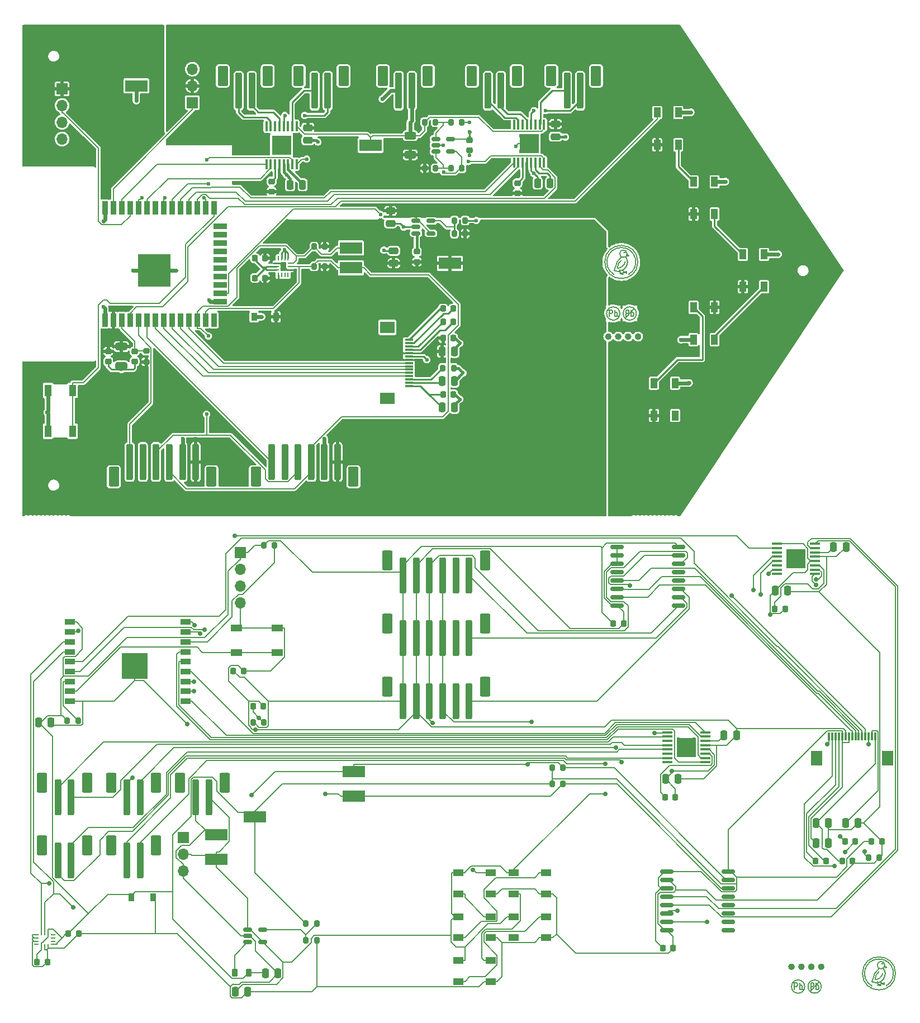
<source format=gbr>
G04 #@! TF.GenerationSoftware,KiCad,Pcbnew,(6.0.7)*
G04 #@! TF.CreationDate,2022-08-30T21:45:04-07:00*
G04 #@! TF.ProjectId,CombinedPanel,436f6d62-696e-4656-9450-616e656c2e6b,rev?*
G04 #@! TF.SameCoordinates,Original*
G04 #@! TF.FileFunction,Copper,L1,Top*
G04 #@! TF.FilePolarity,Positive*
%FSLAX46Y46*%
G04 Gerber Fmt 4.6, Leading zero omitted, Abs format (unit mm)*
G04 Created by KiCad (PCBNEW (6.0.7)) date 2022-08-30 21:45:04*
%MOMM*%
%LPD*%
G01*
G04 APERTURE LIST*
G04 Aperture macros list*
%AMRoundRect*
0 Rectangle with rounded corners*
0 $1 Rounding radius*
0 $2 $3 $4 $5 $6 $7 $8 $9 X,Y pos of 4 corners*
0 Add a 4 corners polygon primitive as box body*
4,1,4,$2,$3,$4,$5,$6,$7,$8,$9,$2,$3,0*
0 Add four circle primitives for the rounded corners*
1,1,$1+$1,$2,$3*
1,1,$1+$1,$4,$5*
1,1,$1+$1,$6,$7*
1,1,$1+$1,$8,$9*
0 Add four rect primitives between the rounded corners*
20,1,$1+$1,$2,$3,$4,$5,0*
20,1,$1+$1,$4,$5,$6,$7,0*
20,1,$1+$1,$6,$7,$8,$9,0*
20,1,$1+$1,$8,$9,$2,$3,0*%
G04 Aperture macros list end*
%ADD10C,0.200000*%
G04 #@! TA.AperFunction,NonConductor*
%ADD11C,0.200000*%
G04 #@! TD*
G04 #@! TA.AperFunction,EtchedComponent*
%ADD12C,0.200000*%
G04 #@! TD*
G04 #@! TA.AperFunction,EtchedComponent*
%ADD13C,0.160000*%
G04 #@! TD*
G04 #@! TA.AperFunction,EtchedComponent*
%ADD14C,0.500000*%
G04 #@! TD*
G04 #@! TA.AperFunction,SMDPad,CuDef*
%ADD15RoundRect,0.250000X0.250000X2.500000X-0.250000X2.500000X-0.250000X-2.500000X0.250000X-2.500000X0*%
G04 #@! TD*
G04 #@! TA.AperFunction,SMDPad,CuDef*
%ADD16RoundRect,0.250000X0.550000X1.250000X-0.550000X1.250000X-0.550000X-1.250000X0.550000X-1.250000X0*%
G04 #@! TD*
G04 #@! TA.AperFunction,SMDPad,CuDef*
%ADD17R,1.100000X1.800000*%
G04 #@! TD*
G04 #@! TA.AperFunction,SMDPad,CuDef*
%ADD18RoundRect,0.225000X-0.225000X-0.250000X0.225000X-0.250000X0.225000X0.250000X-0.225000X0.250000X0*%
G04 #@! TD*
G04 #@! TA.AperFunction,SMDPad,CuDef*
%ADD19RoundRect,0.225000X-0.250000X0.225000X-0.250000X-0.225000X0.250000X-0.225000X0.250000X0.225000X0*%
G04 #@! TD*
G04 #@! TA.AperFunction,SMDPad,CuDef*
%ADD20RoundRect,0.200000X-0.200000X-0.275000X0.200000X-0.275000X0.200000X0.275000X-0.200000X0.275000X0*%
G04 #@! TD*
G04 #@! TA.AperFunction,SMDPad,CuDef*
%ADD21RoundRect,0.100000X-0.100000X0.675000X-0.100000X-0.675000X0.100000X-0.675000X0.100000X0.675000X0*%
G04 #@! TD*
G04 #@! TA.AperFunction,ComponentPad*
%ADD22C,0.600000*%
G04 #@! TD*
G04 #@! TA.AperFunction,SMDPad,CuDef*
%ADD23R,3.000000X3.000000*%
G04 #@! TD*
G04 #@! TA.AperFunction,SMDPad,CuDef*
%ADD24RoundRect,0.250000X0.250000X0.475000X-0.250000X0.475000X-0.250000X-0.475000X0.250000X-0.475000X0*%
G04 #@! TD*
G04 #@! TA.AperFunction,SMDPad,CuDef*
%ADD25RoundRect,0.225000X0.225000X0.250000X-0.225000X0.250000X-0.225000X-0.250000X0.225000X-0.250000X0*%
G04 #@! TD*
G04 #@! TA.AperFunction,SMDPad,CuDef*
%ADD26R,3.400000X1.800000*%
G04 #@! TD*
G04 #@! TA.AperFunction,SMDPad,CuDef*
%ADD27R,1.000000X1.500000*%
G04 #@! TD*
G04 #@! TA.AperFunction,SMDPad,CuDef*
%ADD28RoundRect,0.250000X-0.250000X-2.500000X0.250000X-2.500000X0.250000X2.500000X-0.250000X2.500000X0*%
G04 #@! TD*
G04 #@! TA.AperFunction,SMDPad,CuDef*
%ADD29RoundRect,0.250000X-0.550000X-1.250000X0.550000X-1.250000X0.550000X1.250000X-0.550000X1.250000X0*%
G04 #@! TD*
G04 #@! TA.AperFunction,SMDPad,CuDef*
%ADD30RoundRect,0.250000X-0.250000X-0.475000X0.250000X-0.475000X0.250000X0.475000X-0.250000X0.475000X0*%
G04 #@! TD*
G04 #@! TA.AperFunction,SMDPad,CuDef*
%ADD31R,0.900000X1.200000*%
G04 #@! TD*
G04 #@! TA.AperFunction,SMDPad,CuDef*
%ADD32RoundRect,0.250000X-0.475000X0.250000X-0.475000X-0.250000X0.475000X-0.250000X0.475000X0.250000X0*%
G04 #@! TD*
G04 #@! TA.AperFunction,SMDPad,CuDef*
%ADD33RoundRect,0.200000X0.200000X0.275000X-0.200000X0.275000X-0.200000X-0.275000X0.200000X-0.275000X0*%
G04 #@! TD*
G04 #@! TA.AperFunction,SMDPad,CuDef*
%ADD34RoundRect,0.250000X-0.650000X0.325000X-0.650000X-0.325000X0.650000X-0.325000X0.650000X0.325000X0*%
G04 #@! TD*
G04 #@! TA.AperFunction,SMDPad,CuDef*
%ADD35RoundRect,0.200000X0.275000X-0.200000X0.275000X0.200000X-0.275000X0.200000X-0.275000X-0.200000X0*%
G04 #@! TD*
G04 #@! TA.AperFunction,ComponentPad*
%ADD36R,1.700000X1.700000*%
G04 #@! TD*
G04 #@! TA.AperFunction,ComponentPad*
%ADD37O,1.700000X1.700000*%
G04 #@! TD*
G04 #@! TA.AperFunction,SMDPad,CuDef*
%ADD38R,0.900000X2.000000*%
G04 #@! TD*
G04 #@! TA.AperFunction,SMDPad,CuDef*
%ADD39R,2.000000X0.900000*%
G04 #@! TD*
G04 #@! TA.AperFunction,SMDPad,CuDef*
%ADD40R,5.000000X5.000000*%
G04 #@! TD*
G04 #@! TA.AperFunction,SMDPad,CuDef*
%ADD41R,1.300000X0.300000*%
G04 #@! TD*
G04 #@! TA.AperFunction,SMDPad,CuDef*
%ADD42R,2.200000X1.800000*%
G04 #@! TD*
G04 #@! TA.AperFunction,SMDPad,CuDef*
%ADD43RoundRect,0.250000X0.475000X-0.250000X0.475000X0.250000X-0.475000X0.250000X-0.475000X-0.250000X0*%
G04 #@! TD*
G04 #@! TA.AperFunction,SMDPad,CuDef*
%ADD44RoundRect,0.250000X-0.625000X0.312500X-0.625000X-0.312500X0.625000X-0.312500X0.625000X0.312500X0*%
G04 #@! TD*
G04 #@! TA.AperFunction,SMDPad,CuDef*
%ADD45RoundRect,0.218750X-0.256250X0.218750X-0.256250X-0.218750X0.256250X-0.218750X0.256250X0.218750X0*%
G04 #@! TD*
G04 #@! TA.AperFunction,SMDPad,CuDef*
%ADD46R,0.250000X0.675000*%
G04 #@! TD*
G04 #@! TA.AperFunction,SMDPad,CuDef*
%ADD47R,0.675000X0.250000*%
G04 #@! TD*
G04 #@! TA.AperFunction,SMDPad,CuDef*
%ADD48RoundRect,0.150000X-0.512500X-0.150000X0.512500X-0.150000X0.512500X0.150000X-0.512500X0.150000X0*%
G04 #@! TD*
G04 #@! TA.AperFunction,SMDPad,CuDef*
%ADD49R,1.500000X0.900000*%
G04 #@! TD*
G04 #@! TA.AperFunction,SMDPad,CuDef*
%ADD50R,4.000000X4.000000*%
G04 #@! TD*
G04 #@! TA.AperFunction,SMDPad,CuDef*
%ADD51RoundRect,0.218750X-0.218750X-0.381250X0.218750X-0.381250X0.218750X0.381250X-0.218750X0.381250X0*%
G04 #@! TD*
G04 #@! TA.AperFunction,SMDPad,CuDef*
%ADD52R,1.500000X1.000000*%
G04 #@! TD*
G04 #@! TA.AperFunction,SMDPad,CuDef*
%ADD53RoundRect,0.150000X-0.875000X-0.150000X0.875000X-0.150000X0.875000X0.150000X-0.875000X0.150000X0*%
G04 #@! TD*
G04 #@! TA.AperFunction,SMDPad,CuDef*
%ADD54R,0.300000X1.300000*%
G04 #@! TD*
G04 #@! TA.AperFunction,SMDPad,CuDef*
%ADD55R,1.800000X2.200000*%
G04 #@! TD*
G04 #@! TA.AperFunction,SMDPad,CuDef*
%ADD56RoundRect,0.100000X-0.675000X-0.100000X0.675000X-0.100000X0.675000X0.100000X-0.675000X0.100000X0*%
G04 #@! TD*
G04 #@! TA.AperFunction,SMDPad,CuDef*
%ADD57R,1.800000X1.100000*%
G04 #@! TD*
G04 #@! TA.AperFunction,ViaPad*
%ADD58C,0.600000*%
G04 #@! TD*
G04 #@! TA.AperFunction,ViaPad*
%ADD59C,0.700000*%
G04 #@! TD*
G04 #@! TA.AperFunction,Conductor*
%ADD60C,0.160000*%
G04 #@! TD*
G04 #@! TA.AperFunction,Conductor*
%ADD61C,0.200000*%
G04 #@! TD*
G04 #@! TA.AperFunction,Conductor*
%ADD62C,0.400000*%
G04 #@! TD*
G04 #@! TA.AperFunction,Conductor*
%ADD63C,0.254000*%
G04 #@! TD*
G04 #@! TA.AperFunction,Conductor*
%ADD64C,0.600000*%
G04 #@! TD*
G04 #@! TA.AperFunction,Conductor*
%ADD65C,0.150000*%
G04 #@! TD*
G04 APERTURE END LIST*
D10*
D11*
X149678571Y-6452380D02*
X149678571Y-5452380D01*
X149983333Y-5452380D01*
X150059523Y-5500000D01*
X150097619Y-5547619D01*
X150135714Y-5642857D01*
X150135714Y-5785714D01*
X150097619Y-5880952D01*
X150059523Y-5928571D01*
X149983333Y-5976190D01*
X149678571Y-5976190D01*
X150478571Y-6452380D02*
X150478571Y-5452380D01*
X150478571Y-5833333D02*
X150554761Y-5785714D01*
X150707142Y-5785714D01*
X150783333Y-5833333D01*
X150821428Y-5880952D01*
X150859523Y-5976190D01*
X150859523Y-6261904D01*
X150821428Y-6357142D01*
X150783333Y-6404761D01*
X150707142Y-6452380D01*
X150554761Y-6452380D01*
X150478571Y-6404761D01*
D10*
D11*
X147178571Y-6452380D02*
X147178571Y-5452380D01*
X147483333Y-5452380D01*
X147559523Y-5500000D01*
X147597619Y-5547619D01*
X147635714Y-5642857D01*
X147635714Y-5785714D01*
X147597619Y-5880952D01*
X147559523Y-5928571D01*
X147483333Y-5976190D01*
X147178571Y-5976190D01*
X147978571Y-6452380D02*
X147978571Y-5452380D01*
X147978571Y-5833333D02*
X148054761Y-5785714D01*
X148207142Y-5785714D01*
X148283333Y-5833333D01*
X148321428Y-5880952D01*
X148359523Y-5976190D01*
X148359523Y-6261904D01*
X148321428Y-6357142D01*
X148283333Y-6404761D01*
X148207142Y-6452380D01*
X148054761Y-6452380D01*
X147978571Y-6404761D01*
D10*
D11*
X175178571Y-108452380D02*
X175178571Y-107452380D01*
X175483333Y-107452380D01*
X175559523Y-107500000D01*
X175597619Y-107547619D01*
X175635714Y-107642857D01*
X175635714Y-107785714D01*
X175597619Y-107880952D01*
X175559523Y-107928571D01*
X175483333Y-107976190D01*
X175178571Y-107976190D01*
X175978571Y-108452380D02*
X175978571Y-107452380D01*
X175978571Y-107833333D02*
X176054761Y-107785714D01*
X176207142Y-107785714D01*
X176283333Y-107833333D01*
X176321428Y-107880952D01*
X176359523Y-107976190D01*
X176359523Y-108261904D01*
X176321428Y-108357142D01*
X176283333Y-108404761D01*
X176207142Y-108452380D01*
X176054761Y-108452380D01*
X175978571Y-108404761D01*
D10*
D11*
X177678571Y-108452380D02*
X177678571Y-107452380D01*
X177983333Y-107452380D01*
X178059523Y-107500000D01*
X178097619Y-107547619D01*
X178135714Y-107642857D01*
X178135714Y-107785714D01*
X178097619Y-107880952D01*
X178059523Y-107928571D01*
X177983333Y-107976190D01*
X177678571Y-107976190D01*
X178478571Y-108452380D02*
X178478571Y-107452380D01*
X178478571Y-107833333D02*
X178554761Y-107785714D01*
X178707142Y-107785714D01*
X178783333Y-107833333D01*
X178821428Y-107880952D01*
X178859523Y-107976190D01*
X178859523Y-108261904D01*
X178821428Y-108357142D01*
X178783333Y-108404761D01*
X178707142Y-108452380D01*
X178554761Y-108452380D01*
X178478571Y-108404761D01*
D12*
X149906207Y1785749D02*
X149863835Y2082250D01*
X149583198Y907959D02*
X149761379Y1179733D01*
X149863835Y2082250D02*
X149746854Y2349570D01*
X149070095Y510449D02*
X149347885Y680135D01*
X149347885Y680135D02*
X149583198Y907959D01*
X148768800Y412490D02*
X148756796Y661286D01*
X148457850Y383485D02*
X148767127Y409470D01*
X147896602Y558200D02*
X148161523Y434113D01*
X149871331Y1478533D02*
X149906207Y1785749D01*
X148818057Y39295D02*
X148768800Y412490D01*
X149761379Y1179733D02*
X149871331Y1478533D01*
X149351358Y246750D02*
X149242502Y605603D01*
X148161523Y434113D02*
X148457850Y383485D01*
X149746854Y2349570D02*
X149562550Y2571061D01*
X148767127Y409470D02*
X149070095Y510449D01*
D13*
X149255557Y164295D02*
G75*
G03*
X149255557Y39295I0J-62500D01*
G01*
X149732005Y2721642D02*
G75*
G03*
X150147644Y2699496I239175J577408D01*
G01*
X149788858Y246750D02*
G75*
G03*
X149788858Y121750I2J-62500D01*
G01*
X148394988Y850646D02*
G75*
G03*
X149544746Y1807466I-65790J1248266D01*
G01*
X149255557Y39295D02*
G75*
G03*
X149255557Y-85705I0J-62500D01*
G01*
X149589540Y3215552D02*
G75*
G03*
X149348060Y3215552I-120740J-32352D01*
G01*
D12*
X150062549Y-86230D02*
G75*
G03*
X147875050Y-86229I-1093749J1894430D01*
G01*
D13*
X149788858Y371750D02*
G75*
G03*
X149788858Y246750I2J-62500D01*
G01*
X148955404Y2051269D02*
G75*
G03*
X148394962Y850854I680309J-1048654D01*
G01*
X149837976Y2977485D02*
G75*
G03*
X150147636Y2699351I548644J299385D01*
G01*
X149288857Y246749D02*
G75*
G03*
X149788711Y121745I468623J812001D01*
G01*
X149255557Y164295D02*
G75*
G03*
X148755685Y39368I-31377J-936985D01*
G01*
X149788858Y371752D02*
G75*
G03*
X149288986Y246823I-31368J-937012D01*
G01*
X148755557Y39296D02*
G75*
G03*
X149255410Y-85710I468620J811977D01*
G01*
D12*
X148665294Y2199661D02*
G75*
G03*
X149000050Y2571061I-742367J1005685D01*
G01*
X148665294Y2199661D02*
G75*
G03*
X148159434Y1260639I742356J-1005681D01*
G01*
X147896602Y558200D02*
G75*
G03*
X148159436Y1260638I-985385J769097D01*
G01*
X149843800Y3058200D02*
G75*
G03*
X149843800Y3058200I-562500J0D01*
G01*
X151468800Y1808200D02*
G75*
G03*
X151468800Y1808200I-2500000J0D01*
G01*
X146950000Y-5450000D02*
X147200000Y-5450000D01*
X149600000Y-6700000D02*
X150900000Y-5300000D01*
X148200000Y-6450000D02*
X148600000Y-6450000D01*
X151250000Y-6000000D02*
G75*
G03*
X151250000Y-6000000I-1000000J0D01*
G01*
X148750000Y-6000000D02*
G75*
G03*
X148750000Y-6000000I-1000000J0D01*
G01*
D14*
X150250000Y-9500000D02*
G75*
G03*
X150250000Y-9500000I-250000J0D01*
G01*
X148750000Y-9500000D02*
G75*
G03*
X148750000Y-9500000I-250000J0D01*
G01*
X151750000Y-9500000D02*
G75*
G03*
X151750000Y-9500000I-250000J0D01*
G01*
X147250000Y-9500000D02*
G75*
G03*
X147250000Y-9500000I-250000J0D01*
G01*
D12*
X188902531Y-106329667D02*
X188937407Y-106022451D01*
X188937407Y-106022451D02*
X188895035Y-105725950D01*
X188895035Y-105725950D02*
X188778054Y-105458630D01*
X188778054Y-105458630D02*
X188593750Y-105237139D01*
X188792579Y-106628467D02*
X188902531Y-106329667D01*
X187800000Y-107395710D02*
X187787996Y-107146914D01*
X186927802Y-107250000D02*
X187192723Y-107374087D01*
X187849257Y-107768905D02*
X187800000Y-107395710D01*
X188101295Y-107297751D02*
X188379085Y-107128065D01*
X188614398Y-106900241D02*
X188792579Y-106628467D01*
X188379085Y-107128065D02*
X188614398Y-106900241D01*
X187192723Y-107374087D02*
X187489050Y-107424715D01*
X187489050Y-107424715D02*
X187798327Y-107398730D01*
X187798327Y-107398730D02*
X188101295Y-107297751D01*
X188382558Y-107561450D02*
X188273702Y-107202597D01*
D13*
X188763204Y-105086559D02*
G75*
G03*
X189178844Y-105108704I239176J577429D01*
G01*
X188820058Y-107436450D02*
G75*
G03*
X188820058Y-107561450I2J-62500D01*
G01*
X188320059Y-107561449D02*
G75*
G03*
X188819911Y-107686455I468621J811979D01*
G01*
D12*
X189093749Y-107894430D02*
G75*
G03*
X186906250Y-107894429I-1093749J1894430D01*
G01*
X187696494Y-105608539D02*
G75*
G03*
X188031250Y-105237139I-742367J1005685D01*
G01*
D13*
X188620740Y-104592648D02*
G75*
G03*
X188379260Y-104592648I-120740J-32352D01*
G01*
X187786757Y-107768904D02*
G75*
G03*
X188286610Y-107893910I468620J811977D01*
G01*
D12*
X186927802Y-107250000D02*
G75*
G03*
X187190636Y-106547562I-985385J769097D01*
G01*
X187696494Y-105608539D02*
G75*
G03*
X187190634Y-106547561I742356J-1005681D01*
G01*
D13*
X188820058Y-107561450D02*
G75*
G03*
X188820058Y-107686450I2J-62500D01*
G01*
X188286757Y-107643905D02*
G75*
G03*
X188286757Y-107768905I0J-62500D01*
G01*
X187986604Y-105756931D02*
G75*
G03*
X187426162Y-106957346I680309J-1048654D01*
G01*
X188286757Y-107768905D02*
G75*
G03*
X188286757Y-107893905I0J-62500D01*
G01*
X188820058Y-107436451D02*
G75*
G03*
X188320186Y-107561377I-31378J-936989D01*
G01*
X188286757Y-107643905D02*
G75*
G03*
X187786885Y-107768832I-31377J-936985D01*
G01*
X188869176Y-104830715D02*
G75*
G03*
X189178836Y-105108849I548634J299375D01*
G01*
X187426188Y-106957554D02*
G75*
G03*
X188575946Y-106000734I-65790J1248266D01*
G01*
D12*
X188875000Y-104750000D02*
G75*
G03*
X188875000Y-104750000I-562500J0D01*
G01*
X190500000Y-106000000D02*
G75*
G03*
X190500000Y-106000000I-2500000J0D01*
G01*
D14*
X175000000Y-105000000D02*
G75*
G03*
X175000000Y-105000000I-250000J0D01*
G01*
X176500000Y-105000000D02*
G75*
G03*
X176500000Y-105000000I-250000J0D01*
G01*
X179500000Y-105000000D02*
G75*
G03*
X179500000Y-105000000I-250000J0D01*
G01*
X178000000Y-105000000D02*
G75*
G03*
X178000000Y-105000000I-250000J0D01*
G01*
D12*
X177600000Y-108700000D02*
X178900000Y-107300000D01*
X176200000Y-108450000D02*
X176600000Y-108450000D01*
X174950000Y-107450000D02*
X175200000Y-107450000D01*
X176750000Y-108000000D02*
G75*
G03*
X176750000Y-108000000I-1000000J0D01*
G01*
X179250000Y-108000000D02*
G75*
G03*
X179250000Y-108000000I-1000000J0D01*
G01*
D15*
X84500000Y-28500000D03*
X82500000Y-28500000D03*
X80500000Y-28500000D03*
X78500000Y-28500000D03*
X76500000Y-28500000D03*
X74500000Y-28500000D03*
D16*
X86900000Y-30750000D03*
X72100000Y-30750000D03*
D17*
X62150000Y-23850000D03*
X62150000Y-17650000D03*
X65850000Y-23850000D03*
X65850000Y-17650000D03*
D18*
X121975000Y-7250000D03*
X123525000Y-7250000D03*
D19*
X71250000Y-11725000D03*
X71250000Y-13275000D03*
D20*
X123675000Y8100000D03*
X125325000Y8100000D03*
D21*
X137275000Y22625000D03*
X136625000Y22625000D03*
X135975000Y22625000D03*
X135325000Y22625000D03*
X134675000Y22625000D03*
X134025000Y22625000D03*
X133375000Y22625000D03*
X132725000Y22625000D03*
X132725000Y16875000D03*
X133375000Y16875000D03*
X134025000Y16875000D03*
X134675000Y16875000D03*
X135325000Y16875000D03*
X135975000Y16875000D03*
X136625000Y16875000D03*
X137275000Y16875000D03*
D22*
X136200000Y20950000D03*
D23*
X135000000Y19750000D03*
D22*
X133800000Y18550000D03*
X133800000Y20950000D03*
X136200000Y18550000D03*
D24*
X138200000Y13750000D03*
X136300000Y13750000D03*
D25*
X95025000Y2380000D03*
X93475000Y2380000D03*
D26*
X123000000Y1600000D03*
D27*
X163100000Y-5050000D03*
X159900000Y-5050000D03*
X159900000Y-9950000D03*
X163100000Y-9950000D03*
X153900000Y-21450000D03*
X157100000Y-21450000D03*
X157100000Y-16550000D03*
X153900000Y-16550000D03*
D28*
X140750000Y27750000D03*
X142750000Y27750000D03*
D29*
X145150000Y30000000D03*
X138350000Y30000000D03*
D30*
X121800000Y-16250000D03*
X123700000Y-16250000D03*
D31*
X96650000Y-6500000D03*
X93350000Y-6500000D03*
D19*
X126000000Y20275000D03*
X126000000Y18725000D03*
D32*
X101500000Y22150000D03*
X101500000Y20250000D03*
D26*
X108000000Y3930000D03*
D21*
X99775000Y22375000D03*
X99125000Y22375000D03*
X98475000Y22375000D03*
X97825000Y22375000D03*
X97175000Y22375000D03*
X96525000Y22375000D03*
X95875000Y22375000D03*
X95225000Y22375000D03*
X95225000Y16625000D03*
X95875000Y16625000D03*
X96525000Y16625000D03*
X97175000Y16625000D03*
X97825000Y16625000D03*
X98475000Y16625000D03*
X99125000Y16625000D03*
X99775000Y16625000D03*
D23*
X97500000Y19500000D03*
D22*
X96300000Y20700000D03*
X98700000Y18300000D03*
X96300000Y18300000D03*
X98700000Y20700000D03*
D33*
X104075000Y4130000D03*
X102425000Y4130000D03*
D20*
X119175000Y23000000D03*
X120825000Y23000000D03*
D32*
X114000000Y9550000D03*
X114000000Y7650000D03*
D34*
X73250000Y-11025000D03*
X73250000Y-13975000D03*
D26*
X108000000Y930000D03*
D32*
X139000000Y22700000D03*
X139000000Y20800000D03*
D35*
X77000000Y-13325000D03*
X77000000Y-11675000D03*
D26*
X111000000Y19500000D03*
D20*
X119175000Y16000000D03*
X120825000Y16000000D03*
D26*
X75500000Y28500000D03*
D36*
X84000000Y25960000D03*
D37*
X84000000Y28500000D03*
X84000000Y31040000D03*
D38*
X70745000Y-7000000D03*
X72015000Y-7000000D03*
X73285000Y-7000000D03*
X74555000Y-7000000D03*
X75825000Y-7000000D03*
X77095000Y-7000000D03*
X78365000Y-7000000D03*
X79635000Y-7000000D03*
X80905000Y-7000000D03*
X82175000Y-7000000D03*
X83445000Y-7000000D03*
X84715000Y-7000000D03*
X85985000Y-7000000D03*
X87255000Y-7000000D03*
D39*
X88255000Y-4215000D03*
X88255000Y-2945000D03*
X88255000Y-1675000D03*
X88255000Y-405000D03*
X88255000Y865000D03*
X88255000Y2135000D03*
X88255000Y3405000D03*
X88255000Y4675000D03*
X88255000Y5945000D03*
X88255000Y7215000D03*
D38*
X87255000Y10000000D03*
X85985000Y10000000D03*
X84715000Y10000000D03*
X83445000Y10000000D03*
X82175000Y10000000D03*
X80905000Y10000000D03*
X79635000Y10000000D03*
X78365000Y10000000D03*
X77095000Y10000000D03*
X75825000Y10000000D03*
X74555000Y10000000D03*
X73285000Y10000000D03*
X72015000Y10000000D03*
X70745000Y10000000D03*
D40*
X78245000Y500000D03*
D41*
X116800000Y-10000000D03*
X116800000Y-10500000D03*
X116800000Y-11000000D03*
X116800000Y-11500000D03*
X116800000Y-12000000D03*
X116800000Y-12500000D03*
X116800000Y-13000000D03*
X116800000Y-13500000D03*
X116800000Y-14000000D03*
X116800000Y-14500000D03*
X116800000Y-15000000D03*
X116800000Y-15500000D03*
X116800000Y-16000000D03*
X116800000Y-16500000D03*
X116800000Y-17000000D03*
D42*
X113550000Y-8100000D03*
X113550000Y-18900000D03*
D33*
X124825000Y16000000D03*
X123175000Y16000000D03*
D43*
X114500000Y1600000D03*
X114500000Y3500000D03*
D28*
X128750000Y27750000D03*
X130750000Y27750000D03*
D29*
X126350000Y30000000D03*
X133150000Y30000000D03*
D27*
X159900000Y9050000D03*
X163100000Y9050000D03*
X163100000Y13950000D03*
X159900000Y13950000D03*
D28*
X102500000Y27750000D03*
X104500000Y27750000D03*
D29*
X100100000Y30000000D03*
X106900000Y30000000D03*
D19*
X75250000Y-11725000D03*
X75250000Y-13275000D03*
D36*
X64250000Y28050000D03*
D37*
X64250000Y25510000D03*
X64250000Y22970000D03*
X64250000Y20430000D03*
D44*
X117000000Y20962500D03*
X117000000Y18037500D03*
D15*
X106000000Y-28500000D03*
X104000000Y-28500000D03*
X102000000Y-28500000D03*
X100000000Y-28500000D03*
X98000000Y-28500000D03*
X96000000Y-28500000D03*
D16*
X108400000Y-30750000D03*
X93600000Y-30750000D03*
D20*
X121925000Y-14250000D03*
X123575000Y-14250000D03*
D19*
X133250000Y13775000D03*
X133250000Y12225000D03*
D18*
X121975000Y-18250000D03*
X123525000Y-18250000D03*
X121975000Y-9750000D03*
X123525000Y-9750000D03*
D33*
X124825000Y23000000D03*
X123175000Y23000000D03*
D24*
X100700000Y13500000D03*
X98800000Y13500000D03*
D19*
X96000000Y14025000D03*
X96000000Y12475000D03*
D33*
X104075000Y1130000D03*
X102425000Y1130000D03*
D28*
X91000000Y27750000D03*
X93000000Y27750000D03*
D29*
X88600000Y30000000D03*
X95400000Y30000000D03*
D27*
X167400000Y-1950000D03*
X170600000Y-1950000D03*
X170600000Y2950000D03*
X167400000Y2950000D03*
X154400000Y19550000D03*
X157600000Y19550000D03*
X157600000Y24450000D03*
X154400000Y24450000D03*
D30*
X121800000Y-11750000D03*
X123700000Y-11750000D03*
D45*
X118000000Y3387500D03*
X118000000Y1812500D03*
D30*
X121800000Y-20250000D03*
X123700000Y-20250000D03*
D46*
X98500000Y2392500D03*
X98000000Y2392500D03*
X97500000Y2392500D03*
X97000000Y2392500D03*
D47*
X96737500Y1630000D03*
X96737500Y1130000D03*
X96737500Y630000D03*
D46*
X97000000Y-132500D03*
X97500000Y-132500D03*
X98000000Y-132500D03*
X98500000Y-132500D03*
D47*
X98762500Y630000D03*
X98762500Y1130000D03*
X98762500Y1630000D03*
D48*
X117862500Y8050000D03*
X117862500Y7100000D03*
X117862500Y6150000D03*
X120137500Y6150000D03*
X120137500Y8050000D03*
D25*
X95025000Y-620000D03*
X93475000Y-620000D03*
D18*
X121975000Y-5250000D03*
X123525000Y-5250000D03*
D48*
X120862500Y20450000D03*
X120862500Y19500000D03*
X120862500Y18550000D03*
X123137500Y18550000D03*
X123137500Y20450000D03*
D33*
X125325000Y6100000D03*
X123675000Y6100000D03*
D28*
X115250000Y27750000D03*
X117250000Y27750000D03*
D29*
X119650000Y30000000D03*
X112850000Y30000000D03*
D49*
X65429900Y-52767800D03*
X65429900Y-54267800D03*
X65429900Y-55767800D03*
X65429900Y-57267800D03*
X65429900Y-58767800D03*
X65429900Y-60267800D03*
X65429900Y-61767800D03*
X65429900Y-63267800D03*
X65429900Y-64767800D03*
X82929900Y-64767800D03*
X82929900Y-63267800D03*
X82929900Y-61767800D03*
X82929900Y-60267800D03*
X82929900Y-58767800D03*
X82929900Y-57267800D03*
X82929900Y-55767800D03*
X82929900Y-54267800D03*
X82929900Y-52767800D03*
D50*
X75279900Y-59377800D03*
D51*
X90437500Y-105870000D03*
X92562500Y-105870000D03*
D28*
X74079900Y-79327800D03*
X76079900Y-79327800D03*
D29*
X78479900Y-77077800D03*
X71679900Y-77077800D03*
D18*
X65225000Y-100000000D03*
X66775000Y-100000000D03*
D26*
X108439900Y-75427800D03*
D52*
X124264900Y-104025000D03*
X124264900Y-107225000D03*
X129164900Y-107225000D03*
X129164900Y-104025000D03*
D30*
X182920100Y-83230000D03*
X184820100Y-83230000D03*
D28*
X84529900Y-79327800D03*
X86529900Y-79327800D03*
D29*
X82129900Y-77077800D03*
X88929900Y-77077800D03*
D36*
X91279900Y-42217800D03*
D37*
X91279900Y-44757800D03*
X91279900Y-47297800D03*
X91279900Y-49837800D03*
D52*
X132684900Y-97405000D03*
X132684900Y-100605000D03*
X137584900Y-100605000D03*
X137584900Y-97405000D03*
D18*
X155615000Y-79297800D03*
X157165000Y-79297800D03*
X172225000Y-50747800D03*
X173775000Y-50747800D03*
D20*
X186395100Y-88500000D03*
X188045100Y-88500000D03*
D53*
X148350000Y-41372800D03*
X148350000Y-42642800D03*
X148350000Y-43912800D03*
X148350000Y-45182800D03*
X148350000Y-46452800D03*
X148350000Y-47722800D03*
X148350000Y-48992800D03*
X148350000Y-50262800D03*
X157650000Y-50262800D03*
X157650000Y-48992800D03*
X157650000Y-47722800D03*
X157650000Y-46452800D03*
X157650000Y-45182800D03*
X157650000Y-43912800D03*
X157650000Y-42642800D03*
X157650000Y-41372800D03*
D36*
X82629900Y-85427800D03*
D37*
X82629900Y-87967800D03*
X82629900Y-90507800D03*
D20*
X101175000Y-98490000D03*
X102825000Y-98490000D03*
D28*
X74079900Y-88877800D03*
X76079900Y-88877800D03*
D29*
X78479900Y-86627800D03*
X71679900Y-86627800D03*
D30*
X181120000Y-41397800D03*
X183020000Y-41397800D03*
D18*
X182875100Y-85990000D03*
X184425100Y-85990000D03*
D31*
X74729900Y-94477800D03*
X78029900Y-94477800D03*
D54*
X180440000Y-70117800D03*
X180940000Y-70117800D03*
X181440000Y-70117800D03*
X181940000Y-70117800D03*
X182440000Y-70117800D03*
X182940000Y-70117800D03*
X183440000Y-70117800D03*
X183940000Y-70117800D03*
X184440000Y-70117800D03*
X184940000Y-70117800D03*
X185440000Y-70117800D03*
X185940000Y-70117800D03*
X186440000Y-70117800D03*
X186940000Y-70117800D03*
X187440000Y-70117800D03*
D55*
X178540000Y-73367800D03*
X189340000Y-73367800D03*
D56*
X155935000Y-69462800D03*
X155935000Y-70112800D03*
X155935000Y-70762800D03*
X155935000Y-71412800D03*
X155935000Y-72062800D03*
X155935000Y-72712800D03*
X155935000Y-73362800D03*
X155935000Y-74012800D03*
X161685000Y-74012800D03*
X161685000Y-73362800D03*
X161685000Y-72712800D03*
X161685000Y-72062800D03*
X161685000Y-71412800D03*
X161685000Y-70762800D03*
X161685000Y-70112800D03*
X161685000Y-69462800D03*
D22*
X160010000Y-70537800D03*
X160010000Y-72937800D03*
X157610000Y-70537800D03*
X157610000Y-72937800D03*
D23*
X158810000Y-71737800D03*
D26*
X108439900Y-79177800D03*
D57*
X90629900Y-53667800D03*
X96829900Y-53667800D03*
X90629900Y-57367800D03*
X96829900Y-57367800D03*
D20*
X138494900Y-77317800D03*
X140144900Y-77317800D03*
D53*
X155859900Y-90555000D03*
X155859900Y-91825000D03*
X155859900Y-93095000D03*
X155859900Y-94365000D03*
X155859900Y-95635000D03*
X155859900Y-96905000D03*
X155859900Y-98175000D03*
X155859900Y-99445000D03*
X165159900Y-99445000D03*
X165159900Y-98175000D03*
X165159900Y-96905000D03*
X165159900Y-95635000D03*
X165159900Y-94365000D03*
X165159900Y-93095000D03*
X165159900Y-91825000D03*
X165159900Y-90555000D03*
D28*
X63629900Y-88877800D03*
X65629900Y-88877800D03*
D29*
X68029900Y-86627800D03*
X61229900Y-86627800D03*
D18*
X60475000Y-104250000D03*
X62025000Y-104250000D03*
D20*
X93175000Y-68000000D03*
X94825000Y-68000000D03*
D18*
X93225000Y-65490000D03*
X94775000Y-65490000D03*
D20*
X138494900Y-74807800D03*
X140144900Y-74807800D03*
D28*
X115919900Y-64767800D03*
X117919900Y-64767800D03*
X119919900Y-64767800D03*
X121919900Y-64767800D03*
X123919900Y-64767800D03*
X125919900Y-64767800D03*
D29*
X128319900Y-62517800D03*
X113519900Y-62517800D03*
D30*
X60679900Y-67947800D03*
X62579900Y-67947800D03*
D26*
X87629900Y-84977800D03*
D18*
X186885100Y-85990000D03*
X188435100Y-85990000D03*
D30*
X164510000Y-69947800D03*
X166410000Y-69947800D03*
D18*
X147775000Y-52997800D03*
X149325000Y-52997800D03*
D30*
X178470100Y-86240000D03*
X180370100Y-86240000D03*
D18*
X178425100Y-89000000D03*
X179975100Y-89000000D03*
X90184900Y-60147800D03*
X91734900Y-60147800D03*
D30*
X178470100Y-83230000D03*
X180370100Y-83230000D03*
X155660000Y-76537800D03*
X157560000Y-76537800D03*
D52*
X132684900Y-90785000D03*
X132684900Y-93985000D03*
X137584900Y-93985000D03*
X137584900Y-90785000D03*
D20*
X101175000Y-101000000D03*
X102825000Y-101000000D03*
D26*
X93429900Y-82317800D03*
D30*
X172270000Y-47987800D03*
X174170000Y-47987800D03*
D18*
X155284900Y-102180000D03*
X156834900Y-102180000D03*
D56*
X172545000Y-40912800D03*
X172545000Y-41562800D03*
X172545000Y-42212800D03*
X172545000Y-42862800D03*
X172545000Y-43512800D03*
X172545000Y-44162800D03*
X172545000Y-44812800D03*
X172545000Y-45462800D03*
X178295000Y-45462800D03*
X178295000Y-44812800D03*
X178295000Y-44162800D03*
X178295000Y-43512800D03*
X178295000Y-42862800D03*
X178295000Y-42212800D03*
X178295000Y-41562800D03*
X178295000Y-40912800D03*
D23*
X175420000Y-43187800D03*
D22*
X174220000Y-41987800D03*
X174220000Y-44387800D03*
X176620000Y-44387800D03*
X176620000Y-41987800D03*
D18*
X182435100Y-89000000D03*
X183985100Y-89000000D03*
D52*
X124264900Y-90785000D03*
X124264900Y-93985000D03*
X129164900Y-93985000D03*
X129164900Y-90785000D03*
D26*
X87629900Y-88727800D03*
D30*
X95050000Y-106000000D03*
X96950000Y-106000000D03*
D28*
X115919900Y-55217800D03*
X117919900Y-55217800D03*
X119919900Y-55217800D03*
X121919900Y-55217800D03*
X123919900Y-55217800D03*
X125919900Y-55217800D03*
D29*
X113519900Y-52967800D03*
X128319900Y-52967800D03*
D47*
X60357500Y-100120000D03*
X60357500Y-100620000D03*
X60357500Y-101120000D03*
X60357500Y-101620000D03*
D46*
X61120000Y-101882500D03*
X61620000Y-101882500D03*
X62120000Y-101882500D03*
D47*
X62882500Y-101620000D03*
X62882500Y-101120000D03*
X62882500Y-100620000D03*
X62882500Y-100120000D03*
D46*
X62120000Y-99857500D03*
X61620000Y-99857500D03*
X61120000Y-99857500D03*
D20*
X65034900Y-67697800D03*
X66684900Y-67697800D03*
D28*
X63629900Y-79327800D03*
X65629900Y-79327800D03*
D29*
X68029900Y-77077800D03*
X61229900Y-77077800D03*
D48*
X92392400Y-99377800D03*
X92392400Y-100327800D03*
X92392400Y-101277800D03*
X94667400Y-101277800D03*
X94667400Y-99377800D03*
D30*
X90500000Y-108750000D03*
X92400000Y-108750000D03*
D20*
X94784900Y-41147800D03*
X96434900Y-41147800D03*
D52*
X124264900Y-97405000D03*
X124264900Y-100605000D03*
X129164900Y-100605000D03*
X129164900Y-97405000D03*
D28*
X115919900Y-45667800D03*
X117919900Y-45667800D03*
X119919900Y-45667800D03*
X121919900Y-45667800D03*
X123919900Y-45667800D03*
X125919900Y-45667800D03*
D29*
X128319900Y-43417800D03*
X113519900Y-43417800D03*
D58*
X72000000Y14500000D03*
X72000000Y-9000000D03*
X117000000Y14500000D03*
X112500000Y10000000D03*
X126500000Y6000000D03*
X126000000Y21500000D03*
X97500000Y-1500000D03*
X99500000Y-3500000D03*
X84500000Y-23500000D03*
X84500000Y-25000000D03*
X134500000Y12500000D03*
X140000000Y12500000D03*
X128000000Y13500000D03*
X104000000Y0D03*
X104000000Y5500000D03*
X76400500Y11535400D03*
X86440500Y13649700D03*
X62000000Y-21000000D03*
X86500000Y-4000000D03*
X122000000Y19500000D03*
X70500000Y8000000D03*
X70500000Y-5000000D03*
X112750000Y26500000D03*
X140500000Y20750000D03*
X81500000Y500000D03*
X82500000Y-25000000D03*
X98250000Y15000000D03*
X95000000Y880000D03*
X75000000Y500000D03*
X119500000Y-13000000D03*
X97988000Y3630000D03*
X73250000Y-14500000D03*
X172750000Y3000000D03*
X113000000Y3600000D03*
X132962500Y19363300D03*
X125000000Y-15000000D03*
X135717000Y15217400D03*
X164750000Y14000000D03*
X124500000Y-19000000D03*
X75500000Y26250000D03*
X101295200Y17401900D03*
X104000000Y-25000000D03*
X124500000Y-10500000D03*
X125800300Y17043800D03*
X85800000Y11535400D03*
X86219500Y17280300D03*
X159250000Y-16500000D03*
X86147300Y-21264000D03*
X79820000Y11535400D03*
X116000000Y7100000D03*
X135750000Y24750000D03*
X137500000Y24750000D03*
X101000000Y24000000D03*
X98000000Y24000000D03*
X122053100Y15444100D03*
X112500000Y9000000D03*
X103000000Y20000000D03*
X86426700Y-9415000D03*
X126000000Y18000000D03*
X159500000Y24500000D03*
X158000000Y-10000000D03*
X127000000Y8100000D03*
X94500000Y-6500000D03*
X126000000Y23000000D03*
X116500000Y14000000D03*
X140500000Y13000000D03*
X135500000Y12500000D03*
X128500000Y14000000D03*
D59*
X83227200Y-68248900D03*
X93553100Y-69035500D03*
X171525900Y-51592100D03*
X154035300Y-69561000D03*
X156632200Y-75341500D03*
X146537300Y-78813300D03*
X92958000Y-79016700D03*
X135402300Y-67910800D03*
X150280300Y-47254000D03*
X134739000Y-74331100D03*
X62318500Y-92383700D03*
X120418700Y-68048300D03*
X104167500Y-78777400D03*
X65953200Y-95962500D03*
X185828200Y-87564200D03*
X186440000Y-71298400D03*
X126497800Y-90281000D03*
X85202400Y-54529200D03*
X165720100Y-48732800D03*
X85843800Y-53947100D03*
X157490300Y-96531300D03*
X178453400Y-46272800D03*
X161991500Y-98175000D03*
X178487400Y-47171800D03*
X90456200Y-39717800D03*
X74931100Y-76322800D03*
X148123100Y-71781900D03*
X168990500Y-47905900D03*
X146526300Y-74269500D03*
X170095700Y-48543500D03*
X149013900Y-73958500D03*
X171240500Y-45456400D03*
X84351900Y-53194700D03*
X84196700Y-63267800D03*
X84197200Y-61767800D03*
X66716400Y-54053600D03*
X94075900Y-67250900D03*
X180161400Y-71291500D03*
X182103500Y-85218400D03*
X182839100Y-87576000D03*
X181234600Y-89765400D03*
D60*
X89495100Y-2945000D02*
X88255000Y-2945000D01*
X112500000Y9000000D02*
X111645000Y9855000D01*
X89495100Y44000D02*
X89495100Y-2945000D01*
X99306100Y9855000D02*
X89495100Y44000D01*
X111645000Y9855000D02*
X99306100Y9855000D01*
D61*
X125425000Y6000000D02*
X125325000Y6100000D01*
X126500000Y6000000D02*
X125425000Y6000000D01*
X126000000Y20275000D02*
X126000000Y21500000D01*
D62*
X84500000Y-28500000D02*
X84500000Y-25000000D01*
D61*
X126000000Y20275000D02*
X125825000Y20450000D01*
D63*
X97329000Y1630000D02*
X98329000Y630000D01*
D61*
X125825000Y20450000D02*
X123137500Y20450000D01*
D63*
X98329000Y630000D02*
X98762500Y630000D01*
D62*
X112950000Y9550000D02*
X112500000Y10000000D01*
D63*
X96737500Y1630000D02*
X97329000Y1630000D01*
D62*
X117000000Y14500000D02*
X117000000Y18037500D01*
X114000000Y9550000D02*
X112950000Y9550000D01*
D63*
X116800000Y-13000000D02*
X118000000Y-13000000D01*
D60*
X85985000Y-5759900D02*
X85985000Y-7000000D01*
X86519500Y-5225400D02*
X85985000Y-5759900D01*
X100164000Y-1336000D02*
X96274600Y-5225400D01*
X100164000Y1130000D02*
X100164000Y-1336000D01*
X96274600Y-5225400D02*
X86519500Y-5225400D01*
D63*
X116800000Y-12000000D02*
X119500000Y-12000000D01*
D60*
X109940100Y930000D02*
X108000000Y930000D01*
X111019500Y-149400D02*
X109940100Y930000D01*
X102000000Y-28500000D02*
X102000000Y-26234800D01*
X122750000Y-9320900D02*
X124269300Y-7801600D01*
X124269300Y-7801600D02*
X124269300Y-4636450D01*
X106581700Y-21653100D02*
X121890900Y-21653100D01*
X102000000Y-26234800D02*
X106581700Y-21653100D01*
X122750000Y-20794000D02*
X122750000Y-9320900D01*
X124269300Y-4636450D02*
X119782250Y-149400D01*
X121890900Y-21653100D02*
X122750000Y-20794000D01*
X119782250Y-149400D02*
X111019500Y-149400D01*
D63*
X142750000Y27750000D02*
X142750000Y26254700D01*
D62*
X98475000Y16637500D02*
X98475000Y16625000D01*
D63*
X136500000Y15250000D02*
X137750000Y15250000D01*
X121550000Y-16500000D02*
X116800000Y-16500000D01*
X138200000Y14800000D02*
X138200000Y14000000D01*
D60*
X73250200Y7455100D02*
X74555000Y8759900D01*
X77726400Y-11233700D02*
X75825000Y-9332300D01*
D63*
X135975000Y15775000D02*
X136500000Y15250000D01*
D60*
X75825000Y-9332300D02*
X75825000Y-7000000D01*
X69750200Y19056000D02*
X69750200Y7977400D01*
D63*
X121800000Y-16250000D02*
X121550000Y-16500000D01*
X121800000Y-20250000D02*
X119800000Y-18250000D01*
X118550000Y-17000000D02*
X116800000Y-17000000D01*
D60*
X138200000Y14000000D02*
X138200000Y13750000D01*
X100700000Y13694500D02*
X100700000Y13500000D01*
D63*
X119800000Y-18250000D02*
X118550000Y-17000000D01*
X121975000Y-18250000D02*
X119800000Y-18250000D01*
X170600000Y-1950000D02*
X163100000Y-9450000D01*
D60*
X72015000Y10000000D02*
X72015000Y11240100D01*
X64386300Y24419900D02*
X69750200Y19056000D01*
D63*
X135975000Y16887500D02*
X135975000Y16875000D01*
X137750000Y15250000D02*
X138200000Y14800000D01*
X134025000Y14550000D02*
X133250000Y13775000D01*
D60*
X64250000Y24419900D02*
X64386300Y24419900D01*
X75825000Y10000000D02*
X75825000Y11240100D01*
X74500000Y-28500000D02*
X74500000Y-22785900D01*
D63*
X134025000Y16887500D02*
X134025000Y16875000D01*
D64*
X118112000Y6150000D02*
X118050000Y6150000D01*
D60*
X118050000Y6150000D02*
X117862500Y6150000D01*
D62*
X118000000Y3662500D02*
X118000000Y6037500D01*
D60*
X70272500Y7455100D02*
X73250200Y7455100D01*
X75825000Y11240100D02*
X76105200Y11240100D01*
D63*
X96525000Y16625000D02*
X96525000Y14550000D01*
D62*
X98475000Y15863600D02*
X100589000Y13750000D01*
D63*
X157600000Y19550000D02*
X157600000Y16250000D01*
D62*
X100589000Y13750000D02*
X100644500Y13750000D01*
D60*
X118000000Y3662500D02*
X118000000Y3387500D01*
X77726400Y-19559500D02*
X77726400Y-11233700D01*
X74500000Y-22785900D02*
X77726400Y-19559500D01*
X84000000Y25960000D02*
X84000000Y24869900D01*
X72015000Y12884900D02*
X72015000Y11240100D01*
D63*
X96525000Y14550000D02*
X96000000Y14025000D01*
X135975000Y16875000D02*
X135975000Y15775000D01*
D62*
X118000000Y6037500D02*
X118112000Y6150000D01*
D63*
X96525000Y16637500D02*
X96525000Y16625000D01*
D60*
X84000000Y24869900D02*
X72015000Y12884900D01*
X64250000Y25510000D02*
X64250000Y24419900D01*
X76105200Y11240100D02*
X76400500Y11535400D01*
D63*
X157600000Y16250000D02*
X159900000Y13950000D01*
X116800000Y-11500000D02*
X118500000Y-11500000D01*
D62*
X98475000Y16625000D02*
X98475000Y15863600D01*
D63*
X121975000Y-7250000D02*
X118225000Y-11000000D01*
X122275000Y-8500000D02*
X123525000Y-7250000D01*
X121500000Y-8500000D02*
X122275000Y-8500000D01*
X118500000Y-11500000D02*
X121500000Y-8500000D01*
X134025000Y16875000D02*
X134025000Y14550000D01*
X163100000Y-9450000D02*
X163100000Y-9950000D01*
D62*
X100644500Y13750000D02*
X100700000Y13750000D01*
D60*
X69750200Y7977400D02*
X70272500Y7455100D01*
X100644500Y13750000D02*
X100700000Y13694500D01*
X74555000Y10000000D02*
X74555000Y8759900D01*
X75300000Y-11675000D02*
X75250000Y-11725000D01*
D63*
X121925000Y-14250000D02*
X120175000Y-16000000D01*
D65*
X120862000Y20450000D02*
X120862000Y20906300D01*
D60*
X73285000Y-7000000D02*
X73285000Y-8240100D01*
D63*
X163100000Y9050000D02*
X163100000Y7250000D01*
D65*
X120825000Y23000000D02*
X122000000Y23000000D01*
D60*
X120862000Y20906300D02*
X120862500Y20905800D01*
D65*
X122000000Y16000000D02*
X123175000Y16000000D01*
X122000000Y16500000D02*
X120862000Y17637500D01*
D63*
X161250000Y-6400000D02*
X161250000Y-13000000D01*
D65*
X120862000Y18093800D02*
X120862000Y18550000D01*
D60*
X83445000Y-7000000D02*
X83445000Y-8240100D01*
X88704900Y-13500000D02*
X83445000Y-8240100D01*
X73285000Y-8240100D02*
X75300000Y-10255100D01*
D61*
X123500000Y7100000D02*
X123501000Y7098900D01*
D60*
X120862500Y20905800D02*
X120862500Y20450000D01*
D65*
X120862000Y21362500D02*
X122000000Y22500000D01*
D63*
X161250000Y-13000000D02*
X157450000Y-13000000D01*
X123675000Y7098900D02*
X123675000Y8100000D01*
D65*
X120862000Y17637500D02*
X120862000Y18093800D01*
D63*
X123675000Y6100000D02*
X123675000Y7098900D01*
D65*
X120862000Y20906300D02*
X120862000Y21362500D01*
D60*
X120138000Y8050000D02*
X120137500Y8050000D01*
D63*
X159900000Y-5050000D02*
X161250000Y-6400000D01*
D65*
X122000000Y16000000D02*
X122000000Y16500000D01*
D63*
X163100000Y7250000D02*
X167400000Y2950000D01*
D60*
X120862500Y18094300D02*
X120862500Y18550000D01*
X77095000Y10000000D02*
X77095000Y11240100D01*
X82175000Y-7000000D02*
X82175000Y-8240100D01*
X75300000Y-10255100D02*
X75300000Y-11675000D01*
X116800000Y-13500000D02*
X88704900Y-13500000D01*
X87934900Y-14000000D02*
X82175000Y-8240100D01*
D61*
X122500000Y7100000D02*
X123500000Y7100000D01*
D65*
X122000000Y23000000D02*
X123175000Y23000000D01*
D63*
X157450000Y-13000000D02*
X153900000Y-16550000D01*
D60*
X94330000Y14446100D02*
X80301000Y14446100D01*
X77000000Y-11675000D02*
X75300000Y-11675000D01*
D61*
X121550000Y8050000D02*
X122500000Y7100000D01*
D60*
X80301000Y14446100D02*
X77095000Y11240100D01*
X95875000Y15991100D02*
X94330000Y14446100D01*
D61*
X123501000Y7098900D02*
X123675000Y7098900D01*
X120138000Y8050000D02*
X121550000Y8050000D01*
D63*
X120175000Y-16000000D02*
X116800000Y-16000000D01*
D60*
X116800000Y-14000000D02*
X87934900Y-14000000D01*
D65*
X122000000Y22500000D02*
X122000000Y23000000D01*
D60*
X120862000Y18093800D02*
X120862500Y18094300D01*
D65*
X120825000Y16000000D02*
X122000000Y16000000D01*
D60*
X95875000Y16625000D02*
X95875000Y15991100D01*
X65850000Y-23850000D02*
X65850000Y-17650000D01*
X137275000Y17481900D02*
X136858400Y17898500D01*
X73285000Y10000000D02*
X73285000Y11240100D01*
X79820000Y11535400D02*
X79635000Y11350400D01*
D63*
X133708000Y24250000D02*
X134675000Y23283200D01*
D60*
X95225000Y16625000D02*
X78669900Y16625000D01*
X80905000Y10000000D02*
X80905000Y11240100D01*
D63*
X137527000Y24723000D02*
X137500000Y24750000D01*
D60*
X98737000Y17647700D02*
X86586900Y17647700D01*
X100551900Y17401900D02*
X99775000Y16625000D01*
X78669900Y16625000D02*
X73285000Y11240100D01*
X83314600Y13649700D02*
X86440500Y13649700D01*
X129209900Y17898500D02*
X128355200Y17043800D01*
X116800000Y-14500000D02*
X87164900Y-14500000D01*
D63*
X131750000Y24250000D02*
X133708000Y24250000D01*
D60*
X77095000Y-9595000D02*
X77095000Y-7000000D01*
X79635000Y11350400D02*
X79635000Y10000000D01*
X87164900Y-14500000D02*
X80905000Y-8240100D01*
D63*
X134675000Y23283200D02*
X134675000Y22625000D01*
D60*
X99125000Y17259700D02*
X98737000Y17647700D01*
D63*
X128750000Y26254700D02*
X131328000Y23677000D01*
X128750000Y27750000D02*
X128750000Y26254700D01*
X133375000Y22625000D02*
X133375000Y22612500D01*
D60*
X85985000Y11350400D02*
X85985000Y10000000D01*
X137275000Y16875000D02*
X137275000Y17481900D01*
D63*
X130750000Y27750000D02*
X130750000Y25250000D01*
D60*
X86586900Y17647700D02*
X86219500Y17280300D01*
X136858400Y17898500D02*
X129209900Y17898500D01*
X80905000Y-7000000D02*
X80905000Y-8240100D01*
X99125000Y16625000D02*
X99125000Y17259700D01*
D63*
X133375000Y23283200D02*
X133375000Y22625000D01*
D60*
X101295200Y17401900D02*
X100551900Y17401900D01*
D63*
X134675000Y22625000D02*
X134675000Y22612500D01*
D60*
X85800000Y11535400D02*
X85985000Y11350400D01*
D63*
X132981000Y23677000D02*
X133375000Y23283200D01*
D60*
X128355200Y17043800D02*
X125800300Y17043800D01*
X80905000Y11240100D02*
X83314600Y13649700D01*
D63*
X130750000Y25250000D02*
X131750000Y24250000D01*
X131328000Y23677000D02*
X132981000Y23677000D01*
D60*
X96000000Y-28500000D02*
X77095000Y-9595000D01*
D63*
X118225000Y-11000000D02*
X116800000Y-11000000D01*
X121550000Y-5250000D02*
X116800000Y-10000000D01*
X116800000Y-10500000D02*
X117540000Y-10500000D01*
X121975000Y-5250000D02*
X121550000Y-5250000D01*
X122038000Y-6002000D02*
X122773000Y-6002000D01*
X122773000Y-6002000D02*
X123525000Y-5250000D01*
X117540000Y-10500000D02*
X122038000Y-6002000D01*
D60*
X102425000Y1425000D02*
X103000000Y2000000D01*
X106070000Y930000D02*
X108000000Y930000D01*
X105000000Y2000000D02*
X106070000Y930000D01*
X102425000Y1130000D02*
X102425000Y1425000D01*
X103555000Y3000000D02*
X102425000Y4130000D01*
X108000000Y3930000D02*
X105930000Y3930000D01*
X103000000Y2000000D02*
X105000000Y2000000D01*
X105930000Y3930000D02*
X105000000Y3000000D01*
X105000000Y3000000D02*
X103555000Y3000000D01*
D63*
X97000000Y-870000D02*
X97000000Y-1000000D01*
X97000000Y-1000000D02*
X97500000Y-1500000D01*
D60*
X79000000Y-4500000D02*
X83000000Y-500000D01*
X83000000Y4500000D02*
X87255000Y8755000D01*
X87255000Y8755000D02*
X87255000Y10000000D01*
X71500000Y-4500000D02*
X79000000Y-4500000D01*
X83000000Y-500000D02*
X83000000Y4500000D01*
X69750200Y-14197600D02*
X69750200Y-4749800D01*
X69750200Y-4749800D02*
X70500000Y-4000000D01*
X70500000Y-4000000D02*
X71000000Y-4000000D01*
X71000000Y-4000000D02*
X71500000Y-4500000D01*
X67437900Y-16509900D02*
X69750200Y-14197600D01*
X65850000Y-16509900D02*
X67437900Y-16509900D01*
X65850000Y-17650000D02*
X65850000Y-16509900D01*
D62*
X134225000Y12225000D02*
X134500000Y12500000D01*
X133250000Y12225000D02*
X134225000Y12225000D01*
X134500000Y12500000D02*
X135500000Y12500000D01*
X104075000Y75000D02*
X104000000Y0D01*
X104075000Y1130000D02*
X104075000Y75000D01*
X97825000Y15425000D02*
X97825000Y16625000D01*
D60*
X90750600Y-3564400D02*
X89409900Y-4905100D01*
X99730200Y2688600D02*
X98203500Y4215300D01*
D64*
X159200000Y-16550000D02*
X159250000Y-16500000D01*
D65*
X124825000Y23000000D02*
X126000000Y23000000D01*
D64*
X70745000Y-5245000D02*
X70745000Y-7000000D01*
D60*
X90750600Y846600D02*
X90750600Y-3564400D01*
D64*
X114000000Y27750000D02*
X112750000Y26500000D01*
D60*
X94119300Y4215300D02*
X90750600Y846600D01*
D64*
X159900000Y-9950000D02*
X158050000Y-9950000D01*
X170600000Y2950000D02*
X172700000Y2950000D01*
X158050000Y-9950000D02*
X158000000Y-10000000D01*
X70500000Y8000000D02*
X70745000Y8245000D01*
D63*
X71750000Y-14500000D02*
X71250000Y-14000000D01*
D60*
X98203500Y4215300D02*
X94119300Y4215300D01*
D63*
X113100000Y3500000D02*
X113000000Y3600000D01*
D62*
X123525000Y-18250000D02*
X123750000Y-18250000D01*
D64*
X70745000Y8245000D02*
X70745000Y10000000D01*
X104000000Y-28500000D02*
X104000000Y-25000000D01*
D62*
X123525000Y-9750000D02*
X123750000Y-9750000D01*
D63*
X115450000Y7650000D02*
X116000000Y7100000D01*
D62*
X98250000Y15000000D02*
X97825000Y15425000D01*
X102750000Y20250000D02*
X103000000Y20000000D01*
D64*
X157600000Y24450000D02*
X159450000Y24450000D01*
X157100000Y-16550000D02*
X159200000Y-16550000D01*
D62*
X140450000Y20800000D02*
X139000000Y20800000D01*
D64*
X82500000Y-28500000D02*
X82500000Y-25000000D01*
X172700000Y2950000D02*
X172750000Y3000000D01*
X62150000Y-17650000D02*
X62150000Y-20850000D01*
D63*
X98000000Y3617500D02*
X98000000Y2392500D01*
X97988000Y3630000D02*
X98000000Y3617500D01*
X119500000Y-13000000D02*
X119000000Y-12500000D01*
D60*
X84715000Y-7000000D02*
X84715000Y-5759900D01*
D64*
X159450000Y24450000D02*
X159500000Y24500000D01*
X164700000Y13950000D02*
X164750000Y14000000D01*
X86500000Y-4000000D02*
X86715000Y-4215000D01*
D61*
X126000000Y18725000D02*
X126000000Y18000000D01*
D64*
X75500000Y28500000D02*
X75500000Y26250000D01*
D62*
X101500000Y20250000D02*
X102750000Y20250000D01*
D64*
X62150000Y-20850000D02*
X62000000Y-21000000D01*
X70500000Y-5000000D02*
X70745000Y-5245000D01*
X78245000Y500000D02*
X81500000Y500000D01*
D62*
X123700000Y-11300000D02*
X124500000Y-10500000D01*
D63*
X71250000Y-14000000D02*
X71250000Y-13275000D01*
D64*
X163100000Y13950000D02*
X164700000Y13950000D01*
D63*
X114000000Y7650000D02*
X115450000Y7650000D01*
X73250000Y-14500000D02*
X71750000Y-14500000D01*
D62*
X123750000Y-18250000D02*
X124500000Y-19000000D01*
D63*
X119000000Y-12500000D02*
X116800000Y-12500000D01*
D64*
X93350000Y-6500000D02*
X94500000Y-6500000D01*
X115250000Y27750000D02*
X114000000Y27750000D01*
D62*
X123700000Y-11750000D02*
X123700000Y-11300000D01*
D60*
X99730200Y2688600D02*
X100983600Y2688600D01*
X85569800Y-4905100D02*
X84715000Y-5759900D01*
X89409900Y-4905100D02*
X85569800Y-4905100D01*
D63*
X114500000Y3500000D02*
X113100000Y3500000D01*
D62*
X140500000Y20750000D02*
X140450000Y20800000D01*
D64*
X86715000Y-4215000D02*
X88255000Y-4215000D01*
D62*
X123750000Y-9750000D02*
X124500000Y-10500000D01*
D63*
X98500000Y3117500D02*
X98500000Y2392500D01*
X97988000Y3630000D02*
X98500000Y3117500D01*
X75250000Y-14250000D02*
X75250000Y-13275000D01*
X75000000Y-14500000D02*
X75250000Y-14250000D01*
D60*
X80500000Y-29500000D02*
X80500000Y-29970900D01*
X102000000Y-30024300D02*
X102000000Y-28500000D01*
X116800000Y-15500000D02*
X85624900Y-15500000D01*
X79635000Y-7000000D02*
X79635000Y-8240100D01*
X78365000Y-7000000D02*
X78365000Y-8240100D01*
X99474900Y-32549400D02*
X102000000Y-30024300D01*
X80500000Y-29970900D02*
X83078500Y-32549400D01*
X85624900Y-15500000D02*
X78365000Y-8240100D01*
X83078500Y-32549400D02*
X99474900Y-32549400D01*
D63*
X80500000Y-28500000D02*
X80500000Y-29500000D01*
D60*
X116800000Y-15000000D02*
X86394900Y-15000000D01*
D62*
X104075000Y4130000D02*
X104075000Y5425000D01*
X104075000Y5425000D02*
X104000000Y5500000D01*
X72015000Y-7000000D02*
X72015000Y-8985000D01*
X72015000Y-8985000D02*
X72000000Y-9000000D01*
D63*
X142750000Y26254700D02*
X141218000Y24723000D01*
D60*
X117000000Y20962500D02*
X111322400Y20962500D01*
X86394900Y-15000000D02*
X79635000Y-8240100D01*
D61*
X118462000Y20962500D02*
X117000000Y20962500D01*
D60*
X99775000Y22375000D02*
X100969900Y21180100D01*
D64*
X117000000Y23000000D02*
X117250000Y23250000D01*
D60*
X119175000Y23000000D02*
X119924400Y23749400D01*
X111000000Y19500000D02*
X111000000Y20640100D01*
D64*
X117250000Y23250000D02*
X117250000Y27750000D01*
D60*
X137275000Y21996100D02*
X137275000Y22625000D01*
X127351200Y23749400D02*
X129493700Y21606900D01*
X119924400Y23749400D02*
X127351200Y23749400D01*
D64*
X117000000Y20962500D02*
X117000000Y23000000D01*
D60*
X136885800Y21606900D02*
X137275000Y21996100D01*
X129493700Y21606900D02*
X136885800Y21606900D01*
X110460000Y21180100D02*
X111000000Y20640100D01*
D61*
X119175000Y21675000D02*
X118462000Y20962500D01*
D60*
X111322400Y20962500D02*
X111000000Y20640100D01*
X100969900Y21180100D02*
X110460000Y21180100D01*
D61*
X119175000Y23000000D02*
X119175000Y21675000D01*
D63*
X140750000Y27750000D02*
X138500000Y27750000D01*
D60*
X136687500Y22675000D02*
X136675000Y22675000D01*
D63*
X95875000Y23125000D02*
X95875000Y22375000D01*
X95250000Y23750000D02*
X95875000Y23125000D01*
X91750000Y23750000D02*
X95250000Y23750000D01*
X136687500Y22675000D02*
X136625000Y22612500D01*
D60*
X136675000Y22675000D02*
X136625000Y22625000D01*
D63*
X136750000Y26000000D02*
X136750000Y22737500D01*
X138500000Y27750000D02*
X136750000Y26000000D01*
X141218000Y24723000D02*
X137527000Y24723000D01*
X93000000Y25500000D02*
X94000000Y24500000D01*
X97175000Y22375000D02*
X97175000Y22362500D01*
X97825000Y23825000D02*
X97825000Y22375000D01*
X94000000Y24500000D02*
X96250000Y24500000D01*
X91000000Y24500000D02*
X91750000Y23750000D01*
X91000000Y27750000D02*
X91000000Y24500000D01*
X95875000Y22375000D02*
X95875000Y22362500D01*
X96250000Y24500000D02*
X97175000Y23575000D01*
X93000000Y27750000D02*
X93000000Y25500000D01*
X97175000Y23575000D02*
X97175000Y22375000D01*
D60*
X123138000Y18550000D02*
X123137500Y18550000D01*
D63*
X98000000Y24000000D02*
X97825000Y23825000D01*
X97825000Y22375000D02*
X97825000Y22362500D01*
X104000000Y24000000D02*
X104500000Y24500000D01*
X99125000Y22375000D02*
X99125000Y22362500D01*
D60*
X104500000Y26254700D02*
X104500000Y27750000D01*
D63*
X104500000Y24500000D02*
X104500000Y26254700D01*
X102500000Y27750000D02*
X100875000Y27750000D01*
D65*
X124825000Y16000000D02*
X124825000Y16277900D01*
X124825000Y16277900D02*
X124825000Y17675000D01*
D63*
X100875000Y27750000D02*
X99125000Y26000000D01*
D60*
X123831100Y15284000D02*
X122213200Y15284000D01*
X124825000Y16277900D02*
X123831100Y15284000D01*
D65*
X124825000Y17675000D02*
X123950000Y18550000D01*
D63*
X99125000Y26000000D02*
X99125000Y22375000D01*
D60*
X122213200Y15284000D02*
X122053100Y15444100D01*
D63*
X101000000Y24000000D02*
X104000000Y24000000D01*
D65*
X123950000Y18550000D02*
X123138000Y18550000D01*
D63*
X135325000Y22625000D02*
X135325000Y22612500D01*
X136750000Y22737500D02*
X136687500Y22675000D01*
D60*
X106500000Y11000000D02*
X141940100Y11000000D01*
X154400000Y23459900D02*
X154400000Y24450000D01*
X141940100Y11000000D02*
X154400000Y23459900D01*
X92000000Y11000000D02*
X104500000Y11000000D01*
X133375000Y16265600D02*
X133375000Y16875000D01*
X90591300Y12408700D02*
X92000000Y11000000D01*
X84613600Y12408700D02*
X90591300Y12408700D01*
X105500000Y12000000D02*
X129109400Y12000000D01*
X79500000Y-5000000D02*
X83318400Y-1181600D01*
X83445000Y11240100D02*
X84613600Y12408700D01*
X75555000Y-5000000D02*
X79500000Y-5000000D01*
X89398900Y10165000D02*
X105665000Y10165000D01*
X83318400Y4084500D02*
X89398900Y10165000D01*
X83318400Y-1181600D02*
X83318400Y4084500D01*
X129109400Y12000000D02*
X133375000Y16265600D01*
X105665000Y10165000D02*
X106500000Y11000000D01*
X74555000Y-6000000D02*
X75555000Y-5000000D01*
X74555000Y-7000000D02*
X74555000Y-6000000D01*
X104500000Y11000000D02*
X105500000Y12000000D01*
X83445000Y10000000D02*
X83445000Y11240100D01*
X95063300Y-31042500D02*
X95063300Y-29718800D01*
X100983600Y2688600D02*
X102425000Y4130000D01*
X100000000Y-29973900D02*
X98482700Y-31491200D01*
X84715000Y-8240100D02*
X85251800Y-8240100D01*
X95063300Y-29718800D02*
X89763700Y-24419200D01*
X85251800Y-8240100D02*
X86426700Y-9415000D01*
X100164000Y1130000D02*
X102425000Y1130000D01*
X78500000Y-27007500D02*
X78500000Y-28500000D01*
X89763700Y-24419200D02*
X86147300Y-24419200D01*
X86147300Y-24419200D02*
X81088300Y-24419200D01*
X100000000Y-28500000D02*
X100000000Y-29973900D01*
X98482700Y-31491200D02*
X95512000Y-31491200D01*
X84715000Y-7000000D02*
X84715000Y-8240100D01*
X98762500Y1130000D02*
X100164000Y1130000D01*
X95512000Y-31491200D02*
X95063300Y-31042500D01*
X99340100Y1630000D02*
X99730200Y2020100D01*
X99730200Y2020100D02*
X99730200Y2688600D01*
X98762500Y1630000D02*
X99340100Y1630000D01*
X86147300Y-21264000D02*
X86147300Y-24419200D01*
X81088300Y-24419200D02*
X78500000Y-27007500D01*
D63*
X135325000Y24325000D02*
X135325000Y22625000D01*
X135750000Y24750000D02*
X135325000Y24325000D01*
D60*
X104990500Y12490500D02*
X128340500Y12490500D01*
X82175000Y10000000D02*
X82175000Y11240100D01*
X86884200Y13169700D02*
X91169700Y13169700D01*
X128340500Y12490500D02*
X132725000Y16875000D01*
X104000000Y11500000D02*
X104990500Y12490500D01*
X91169700Y13169700D02*
X92839400Y11500000D01*
X82175000Y11240100D02*
X84020900Y13086000D01*
X84020900Y13086000D02*
X86800500Y13086000D01*
X86800500Y13086000D02*
X86884200Y13169700D01*
X92839400Y11500000D02*
X104000000Y11500000D01*
X136625000Y16261700D02*
X136625000Y16875000D01*
X137134800Y15751900D02*
X136625000Y16261700D01*
X137794400Y15751900D02*
X137134800Y15751900D01*
X138930000Y14616300D02*
X137794400Y15751900D01*
X138930000Y13076177D02*
X138930000Y14616300D01*
X137309023Y11455200D02*
X138930000Y13076177D01*
X105955200Y11455200D02*
X137309023Y11455200D01*
X105000000Y10500000D02*
X105955200Y11455200D01*
X90955200Y11455200D02*
X91910400Y10500000D01*
X86644200Y11455200D02*
X90955200Y11455200D01*
X86017300Y12082100D02*
X86644200Y11455200D01*
X91910400Y10500000D02*
X105000000Y10500000D01*
X84715000Y11253200D02*
X85543900Y12082100D01*
X85543900Y12082100D02*
X86017300Y12082100D01*
X84715000Y10000000D02*
X84715000Y11253200D01*
D62*
X117000000Y14500000D02*
X116500000Y14000000D01*
X123700000Y-16250000D02*
X123750000Y-16250000D01*
D64*
X62150000Y-21150000D02*
X62000000Y-21000000D01*
X62150000Y-23850000D02*
X62150000Y-21150000D01*
D62*
X123700000Y-19800000D02*
X124500000Y-19000000D01*
D63*
X93984600Y-135400D02*
X93475000Y-645000D01*
D64*
X78245000Y500000D02*
X75000000Y500000D01*
D62*
X97825000Y16625000D02*
X97825000Y16637500D01*
D63*
X118112000Y7100000D02*
X117862500Y7100000D01*
X136300000Y14634700D02*
X136300000Y14000000D01*
D60*
X135000000Y19750000D02*
X133259900Y19750000D01*
D63*
X95250000Y1130000D02*
X96737500Y1130000D01*
D61*
X118462000Y18037500D02*
X117000000Y18037500D01*
D60*
X118237500Y8050000D02*
X120137500Y6150000D01*
D62*
X123700000Y-20250000D02*
X123700000Y-19800000D01*
D63*
X125325000Y8100000D02*
X127000000Y8100000D01*
X97500000Y3142500D02*
X97500000Y2392500D01*
X95000000Y880000D02*
X95250000Y1130000D01*
D61*
X119175000Y17325000D02*
X118462000Y18037500D01*
D63*
X97988000Y3630000D02*
X97500000Y3142500D01*
D60*
X98700000Y20700000D02*
X97500000Y19500000D01*
D63*
X117862500Y7100000D02*
X116000000Y7100000D01*
X96737500Y1130000D02*
X96738000Y1130000D01*
X135325000Y16887500D02*
X135325000Y16875000D01*
X135325000Y16875000D02*
X135325000Y15609700D01*
D60*
X93959600Y-135400D02*
X93475000Y-620000D01*
X117968600Y8050000D02*
X118237500Y8050000D01*
D63*
X95000000Y880000D02*
X94725000Y880000D01*
X95250000Y630000D02*
X96737500Y630000D01*
D60*
X98800000Y14000000D02*
X98800000Y13500000D01*
D63*
X116800000Y-12000000D02*
X115500000Y-12000000D01*
X98762500Y630000D02*
X99750000Y630000D01*
D62*
X98800000Y14450000D02*
X98800000Y14000000D01*
D63*
X135325000Y15609700D02*
X135717000Y15217400D01*
X95000000Y880000D02*
X95250000Y630000D01*
X116800000Y-13000000D02*
X115500000Y-13000000D01*
D60*
X73250000Y-14500000D02*
X73250000Y-13975000D01*
D62*
X98250000Y15000000D02*
X98800000Y14450000D01*
D63*
X94725000Y880000D02*
X93475000Y2130000D01*
D61*
X119175000Y16000000D02*
X119175000Y17325000D01*
D60*
X133259900Y19660700D02*
X133259900Y19750000D01*
D63*
X84250000Y-29250000D02*
X84500000Y-29500000D01*
D60*
X117862500Y8050000D02*
X117968600Y8050000D01*
D63*
X96737500Y1630000D02*
X96250000Y1630000D01*
D62*
X124250000Y-14250000D02*
X125000000Y-15000000D01*
D60*
X117968600Y8951800D02*
X117968600Y8050000D01*
D65*
X120862000Y19500000D02*
X120862500Y19500000D01*
D63*
X96737500Y630000D02*
X96738000Y630000D01*
X95000000Y880000D02*
X93984600Y-135400D01*
D60*
X136300000Y14000000D02*
X136300000Y13750000D01*
D63*
X97000000Y-870000D02*
X97000000Y-132500D01*
X135717000Y15217400D02*
X136300000Y14634700D01*
D60*
X132962500Y19363300D02*
X133259900Y19660700D01*
D65*
X120862500Y19500000D02*
X122000000Y19500000D01*
D60*
X93984600Y-135400D02*
X93959600Y-135400D01*
D63*
X73250000Y-14500000D02*
X75000000Y-14500000D01*
D62*
X123750000Y-16250000D02*
X125000000Y-15000000D01*
X123575000Y-14250000D02*
X124250000Y-14250000D01*
D60*
X180048400Y-42862800D02*
X181555000Y-42862800D01*
X78377500Y-100000000D02*
X66775000Y-100000000D01*
X188435100Y-85990000D02*
X185675100Y-83230000D01*
X93600500Y-69082900D02*
X93553100Y-69035500D01*
X67379700Y-64767800D02*
X65429900Y-64767800D01*
X188160300Y-57408500D02*
X188160300Y-80744800D01*
X91402900Y-109747100D02*
X89994000Y-109747100D01*
X182589600Y-68872300D02*
X182940000Y-69222700D01*
X135844700Y-101350100D02*
X130905100Y-101350100D01*
X137584900Y-93985000D02*
X136589800Y-93985000D01*
X89454000Y-59707600D02*
X89808000Y-59353600D01*
X163354400Y-94917000D02*
X178626900Y-94917000D01*
X91093100Y-107646700D02*
X91418200Y-107321600D01*
X138580000Y-100605000D02*
X139160000Y-100025000D01*
X92400000Y-108750000D02*
X102062500Y-108750000D01*
X97402500Y-53667800D02*
X96829900Y-53667800D01*
X130905100Y-101350100D02*
X130905100Y-106479900D01*
X94028100Y-64743100D02*
X94775000Y-65490000D01*
X84529900Y-82850300D02*
X84529900Y-79327800D01*
X129164900Y-93985000D02*
X130160000Y-93985000D01*
X161821400Y-93384000D02*
X163354400Y-94917000D01*
X91418200Y-107321600D02*
X95628400Y-107321600D01*
X61620000Y-101882500D02*
X61620000Y-102465100D01*
X178925100Y-48173300D02*
X174355500Y-48173300D01*
X78029900Y-94477800D02*
X78377500Y-94477800D01*
X67151300Y-68422300D02*
X63054400Y-68422300D01*
X62025000Y-102588500D02*
X61901600Y-102465100D01*
X90178200Y-107551400D02*
X90273400Y-107646700D01*
X62025000Y-104250000D02*
X61283300Y-104991700D01*
X182940000Y-70117800D02*
X182940000Y-69222700D01*
X102825000Y-107987500D02*
X102825000Y-101000000D01*
X137584900Y-100605000D02*
X136589800Y-100605000D01*
X91279900Y-53667800D02*
X91279900Y-50932900D01*
X59977600Y-100620000D02*
X59774900Y-100417300D01*
X185675100Y-83230000D02*
X184820100Y-83230000D01*
X91279900Y-53667800D02*
X90629900Y-53667800D01*
X139160000Y-100025000D02*
X139160000Y-94565000D01*
X76601200Y-61622900D02*
X75279900Y-61622900D01*
X89731200Y-109484300D02*
X89731200Y-107998400D01*
X128169800Y-107225000D02*
X127407300Y-107987500D01*
X155522900Y-99444900D02*
X155859900Y-99444900D01*
X148350000Y-50262700D02*
X148350000Y-50262800D01*
X138082500Y-100605000D02*
X138580000Y-100605000D01*
X129164900Y-107225000D02*
X130160000Y-107225000D01*
X183822200Y-84227900D02*
X180370100Y-84227900D01*
X137833700Y-100605000D02*
X138082500Y-100605000D01*
X164945000Y-71412800D02*
X166410000Y-69947800D01*
X59977600Y-100620000D02*
X59774900Y-100620000D01*
X64601200Y-102173800D02*
X62120000Y-102173800D01*
X188045100Y-88500000D02*
X188435100Y-88110000D01*
X66775000Y-100000000D02*
X64601200Y-102173800D01*
X117919900Y-66391000D02*
X115228000Y-69082900D01*
X81534800Y-87444100D02*
X81534800Y-88431100D01*
X157241500Y-93384000D02*
X161821400Y-93384000D01*
X141224600Y-53758000D02*
X129122100Y-41655500D01*
X146401000Y-49112300D02*
X147551400Y-50262700D01*
X149325000Y-52997800D02*
X148564800Y-53758000D01*
X147476600Y-67650000D02*
X165187700Y-67650000D01*
X95857200Y-60147800D02*
X91734900Y-60147800D01*
X146476900Y-68649700D02*
X147476600Y-67650000D01*
X60357500Y-100120000D02*
X59774900Y-100120000D01*
X61283300Y-104991700D02*
X60038800Y-104991700D01*
X157241500Y-93384000D02*
X156924400Y-93701100D01*
X96829900Y-53667800D02*
X91279900Y-53667800D01*
X178925100Y-48173300D02*
X188160300Y-57408500D01*
X130905100Y-106479900D02*
X130160000Y-107225000D01*
X129164900Y-100605000D02*
X130160000Y-100605000D01*
X163413400Y-71412800D02*
X164945000Y-71412800D01*
X91279900Y-49837800D02*
X91279900Y-50932900D01*
X156834900Y-100420000D02*
X155859900Y-99445000D01*
X154512400Y-94070200D02*
X154512400Y-98434400D01*
X82629900Y-90507800D02*
X82629900Y-89412700D01*
X139160000Y-100025000D02*
X142058900Y-102923900D01*
X178295000Y-42862800D02*
X180048400Y-42862800D01*
X117919900Y-64767800D02*
X117919900Y-66391000D01*
X117919900Y-66391000D02*
X120178600Y-68649700D01*
X147572800Y-43912800D02*
X146401000Y-45084600D01*
X156091000Y-102923900D02*
X156834900Y-102180000D01*
X63054400Y-68422300D02*
X62579900Y-67947800D01*
X83556900Y-86582700D02*
X82396200Y-86582700D01*
X183985100Y-89000000D02*
X184264500Y-89279400D01*
X163413400Y-74554900D02*
X163413400Y-71412800D01*
X92491500Y-64743100D02*
X94028100Y-64743100D01*
X154512400Y-98434400D02*
X155522900Y-99444900D01*
X166410000Y-68872300D02*
X166410000Y-69947800D01*
X96950000Y-106000000D02*
X93529900Y-102579900D01*
X67379700Y-64767800D02*
X67379700Y-68193900D01*
X102062500Y-108750000D02*
X102825000Y-107987500D01*
X184820100Y-83230000D02*
X183822200Y-84227900D01*
X93529900Y-101190200D02*
X92667500Y-100327800D01*
X156924400Y-93701100D02*
X154881500Y-93701100D01*
X157241500Y-92836900D02*
X157241500Y-93384000D01*
X166410000Y-68872300D02*
X182589600Y-68872300D01*
X93100700Y-69035500D02*
X92491500Y-68426300D01*
X120414900Y-41655500D02*
X117919900Y-44150500D01*
X180370100Y-83230000D02*
X180370100Y-84227900D01*
X89994000Y-109747100D02*
X89731200Y-109484300D01*
X157560000Y-76537800D02*
X161430500Y-76537800D01*
X137833700Y-100605000D02*
X137584900Y-100605000D01*
X95628400Y-107321600D02*
X96950000Y-106000000D01*
X181555000Y-42862800D02*
X183020000Y-41397800D01*
X82396200Y-86582700D02*
X81534800Y-87444100D01*
X139160000Y-94565000D02*
X138580000Y-93985000D01*
X86657400Y-84977800D02*
X85909600Y-84230000D01*
X180048400Y-42862800D02*
X180048400Y-47050000D01*
X92392400Y-100327800D02*
X91354800Y-100327800D01*
X59977600Y-101120000D02*
X59774900Y-101120000D01*
X178626900Y-94917000D02*
X184264500Y-89279400D01*
X60357500Y-101120000D02*
X60066200Y-101120000D01*
X130905100Y-101350100D02*
X130160000Y-100605000D01*
X187265700Y-89279400D02*
X188045100Y-88500000D01*
X59977600Y-101120000D02*
X59774900Y-100917300D01*
X60038800Y-104991700D02*
X59774900Y-104727800D01*
X97975000Y-58030000D02*
X95857200Y-60147800D01*
X156834900Y-102180000D02*
X156834900Y-100420000D01*
X180048400Y-47050000D02*
X178925100Y-48173300D01*
X62120000Y-102173800D02*
X62120000Y-102246700D01*
X78377500Y-100000000D02*
X81732800Y-100000000D01*
X165187700Y-67650000D02*
X166410000Y-68872300D01*
X117919900Y-44150500D02*
X117919900Y-45667800D01*
X149325000Y-51237800D02*
X148350000Y-50262800D01*
X89808000Y-59353600D02*
X90940700Y-59353600D01*
X83227200Y-68248900D02*
X76601200Y-61622900D01*
X62120000Y-101882500D02*
X62120000Y-102173800D01*
X130905100Y-93239900D02*
X135844700Y-93239900D01*
X59774900Y-100417300D02*
X59774900Y-100120000D01*
X135844700Y-93239900D02*
X136589800Y-93985000D01*
X188160300Y-80744800D02*
X185675100Y-83230000D01*
X148564800Y-53758000D02*
X141224600Y-53758000D01*
X161430500Y-76537800D02*
X163413400Y-74554900D01*
X180370100Y-84227900D02*
X180370100Y-86240000D01*
X155859900Y-99444900D02*
X155859900Y-99445000D01*
X61901600Y-102465100D02*
X61620000Y-102465100D01*
X60357500Y-100620000D02*
X60066200Y-100620000D01*
X60066200Y-100620000D02*
X59977600Y-100620000D01*
X82516400Y-89412700D02*
X82629900Y-89412700D01*
X82629900Y-90507800D02*
X82629900Y-91602900D01*
X136589800Y-100605000D02*
X135844700Y-101350100D01*
X92400000Y-108750000D02*
X91402900Y-109747100D01*
X129122100Y-41655500D02*
X120414900Y-41655500D01*
X174355500Y-48173300D02*
X174170000Y-47987800D01*
X127407300Y-107987500D02*
X102825000Y-107987500D01*
X78377500Y-94477800D02*
X78377500Y-100000000D01*
X90940700Y-59353600D02*
X91734900Y-60147800D01*
X89454000Y-61705600D02*
X89454000Y-59707600D01*
X92491500Y-64743100D02*
X89454000Y-61705600D01*
X59774900Y-104727800D02*
X59774900Y-101120000D01*
X115228000Y-69082900D02*
X93600500Y-69082900D01*
X148350000Y-43912800D02*
X147572800Y-43912800D01*
X85909600Y-84230000D02*
X84529900Y-82850300D01*
X148350000Y-43912800D02*
X148350000Y-42642800D01*
X90273400Y-107646700D02*
X91093100Y-107646700D01*
X87629900Y-84977800D02*
X86657400Y-84977800D01*
X147551400Y-50262700D02*
X148350000Y-50262700D01*
X92667500Y-100327800D02*
X92392400Y-100327800D01*
X75279900Y-59377800D02*
X75279900Y-61622900D01*
X120178600Y-68649700D02*
X146476900Y-68649700D01*
X149325000Y-52997800D02*
X149325000Y-51237800D01*
X93553100Y-69035500D02*
X93100700Y-69035500D01*
X60066200Y-101120000D02*
X59977600Y-101120000D01*
X156229600Y-91825000D02*
X157241500Y-92836900D01*
X97402500Y-53667800D02*
X97975000Y-53667800D01*
X97975000Y-53667800D02*
X97975000Y-58030000D01*
X81534800Y-88431100D02*
X82516400Y-89412700D01*
X81732800Y-100000000D02*
X89731200Y-107998400D01*
X92491500Y-68426300D02*
X92491500Y-64743100D01*
X142058900Y-102923900D02*
X156091000Y-102923900D01*
X59774900Y-100917300D02*
X59774900Y-100620000D01*
X117919900Y-64767800D02*
X117919900Y-55217800D01*
X93529900Y-102579900D02*
X93529900Y-101190200D01*
X130160000Y-93985000D02*
X130905100Y-93239900D01*
X67379700Y-68193900D02*
X67151300Y-68422300D01*
X75279900Y-61622900D02*
X72135000Y-64767800D01*
X85909600Y-84230000D02*
X83556900Y-86582700D01*
X72135000Y-64767800D02*
X67379700Y-64767800D01*
X91354800Y-100327800D02*
X82629900Y-91602900D01*
X161685000Y-71412800D02*
X163413400Y-71412800D01*
X188435100Y-88110000D02*
X188435100Y-85990000D01*
X148350000Y-42642800D02*
X148350000Y-41372800D01*
X89731200Y-107998400D02*
X90178200Y-107551400D01*
X155859900Y-91825000D02*
X156229600Y-91825000D01*
X62025000Y-104250000D02*
X62025000Y-102588500D01*
X137584900Y-93985000D02*
X138580000Y-93985000D01*
X117919900Y-55217800D02*
X117919900Y-45667800D01*
X146401000Y-45084600D02*
X146401000Y-49112300D01*
X129164900Y-107225000D02*
X128169800Y-107225000D01*
X154881500Y-93701100D02*
X154512400Y-94070200D01*
X62120000Y-102246700D02*
X61901600Y-102465100D01*
X184264500Y-89279400D02*
X187265700Y-89279400D01*
X90023900Y-106728000D02*
X91704500Y-106728000D01*
X85875700Y-55124300D02*
X84391400Y-55124300D01*
X84135600Y-76264800D02*
X83783700Y-76616700D01*
X93429900Y-81745200D02*
X93429900Y-81602000D01*
X62120000Y-100440100D02*
X61260200Y-101299900D01*
X81055500Y-93632600D02*
X81055500Y-97759600D01*
X65225000Y-100000000D02*
X64863700Y-100000000D01*
X60891700Y-68159500D02*
X62083300Y-66967900D01*
X74729900Y-94055200D02*
X71169800Y-94055200D01*
X155284900Y-102180000D02*
X154175900Y-101071000D01*
X154175900Y-93883200D02*
X154964100Y-93095000D01*
X66288600Y-57963000D02*
X64677300Y-57963000D01*
X146046400Y-41520900D02*
X146046400Y-51269200D01*
X138494900Y-77317800D02*
X138494900Y-76540900D01*
X138494900Y-76540900D02*
X138494900Y-74807800D01*
X95510400Y-68452900D02*
X95510400Y-64769100D01*
X61120000Y-101882500D02*
X61120000Y-102465100D01*
X64078800Y-61395600D02*
X64078800Y-66967900D01*
X64677300Y-57963000D02*
X64418300Y-58222000D01*
X93175000Y-68000000D02*
X93359200Y-68000000D01*
X89408600Y-45047300D02*
X89408600Y-51591400D01*
X102165000Y-45188100D02*
X97387900Y-40411000D01*
X90928700Y-81602000D02*
X87695000Y-78368300D01*
X145855900Y-41330400D02*
X118733800Y-41330400D01*
X74729900Y-94477800D02*
X74729900Y-94266500D01*
X161035200Y-90555000D02*
X155859900Y-90555000D01*
X146046400Y-51269200D02*
X147775000Y-52997800D01*
X94920000Y-105870000D02*
X95050000Y-106000000D01*
X177716100Y-82535800D02*
X177716100Y-85486000D01*
X186885100Y-85990000D02*
X185776400Y-85990000D01*
X61120000Y-101882500D02*
X61120000Y-101299900D01*
X165159900Y-90555000D02*
X165159900Y-84219000D01*
X64863700Y-100000000D02*
X64239300Y-100624400D01*
X62882500Y-101620000D02*
X63465100Y-101620000D01*
X71169800Y-94055200D02*
X68260500Y-96964500D01*
X66425000Y-52767800D02*
X67339600Y-53682400D01*
X64305000Y-66967900D02*
X65034900Y-67697800D01*
X155545100Y-90555000D02*
X154589100Y-91511000D01*
X87695000Y-78368300D02*
X87695000Y-76968000D01*
X157650000Y-41372800D02*
X157103400Y-40826200D01*
X95242300Y-68721000D02*
X95510400Y-68452900D01*
X94784900Y-41147800D02*
X93445000Y-41147800D01*
X60475000Y-103110100D02*
X61120000Y-102465100D01*
X146046400Y-41520900D02*
X145855900Y-41330400D01*
X97571000Y-77317800D02*
X93429900Y-81458900D01*
X93429900Y-90744900D02*
X93429900Y-82317800D01*
X182440000Y-70117800D02*
X182440000Y-71012900D01*
X86991800Y-76264800D02*
X84135600Y-76264800D01*
X138494900Y-77317800D02*
X97571000Y-77317800D01*
X93445000Y-41147800D02*
X92375000Y-42217800D01*
X60891700Y-68159500D02*
X60679900Y-67947800D01*
X118733800Y-41330400D02*
X115436800Y-44627400D01*
X64511400Y-60963000D02*
X64078800Y-61395600D01*
X65225000Y-100000000D02*
X68260500Y-96964500D01*
X154175900Y-101071000D02*
X154175900Y-93883200D01*
X83783700Y-76616700D02*
X83783700Y-82227300D01*
X64418300Y-58222000D02*
X64418300Y-60869900D01*
X157103400Y-40826200D02*
X146741100Y-40826200D01*
X164120900Y-93640700D02*
X161035200Y-90555000D01*
X165564300Y-90555000D02*
X166440600Y-91431300D01*
X91279900Y-42217800D02*
X91279900Y-43312900D01*
X62083300Y-66967900D02*
X64078800Y-66967900D01*
X67339600Y-53682400D02*
X67339600Y-56912000D01*
X62839900Y-91543900D02*
X62839900Y-70107800D01*
X91279900Y-42217800D02*
X92375000Y-42217800D01*
X67339600Y-56912000D02*
X66288600Y-57963000D01*
X91887100Y-61145800D02*
X91182900Y-61145800D01*
X63465100Y-101398600D02*
X63465100Y-101620000D01*
X64418300Y-60869900D02*
X64511400Y-60963000D01*
X62120000Y-99857500D02*
X62120000Y-99274900D01*
X91182900Y-61145800D02*
X90184900Y-60147800D01*
X74088100Y-55072600D02*
X68197700Y-60963000D01*
X115916500Y-45667800D02*
X115436800Y-45188100D01*
X95511700Y-64767800D02*
X115919900Y-64767800D01*
X183440000Y-70117800D02*
X183440000Y-71012900D01*
X165159900Y-90555000D02*
X165564300Y-90555000D01*
X177716100Y-85486000D02*
X178470100Y-86240000D01*
X60475000Y-104250000D02*
X60475000Y-103110100D01*
X146741100Y-40826200D02*
X146046400Y-41520900D01*
X91143000Y-43312900D02*
X89408600Y-45047300D01*
X94080200Y-68721000D02*
X95242300Y-68721000D01*
X182440000Y-71012900D02*
X182440000Y-77811900D01*
X181586400Y-91431300D02*
X166440600Y-91431300D01*
X84339700Y-55072600D02*
X74088100Y-55072600D01*
X93359200Y-68000000D02*
X94080200Y-68721000D01*
X93429900Y-81745200D02*
X93429900Y-82317800D01*
X64078800Y-66967900D02*
X64305000Y-66967900D01*
X183440000Y-71012900D02*
X182440000Y-71012900D01*
X154589100Y-91511000D02*
X154589100Y-92720000D01*
X154964100Y-93095000D02*
X155859900Y-93095000D01*
X101175000Y-98490000D02*
X93429900Y-90744900D01*
X166440600Y-91431300D02*
X166440600Y-92401100D01*
X115919900Y-55217800D02*
X115919900Y-45667800D01*
X183164300Y-89853400D02*
X181586400Y-91431300D01*
X74729900Y-94266500D02*
X74729900Y-94055200D01*
X68260500Y-96964500D02*
X62839900Y-91543900D01*
X62889700Y-99274900D02*
X62120000Y-99274900D01*
X182440000Y-70117800D02*
X182440000Y-69222700D01*
X180156200Y-69222700D02*
X182440000Y-69222700D01*
X183164300Y-88602100D02*
X183164300Y-89853400D01*
X166440600Y-93399000D02*
X166198900Y-93640700D01*
X81055500Y-84955500D02*
X81055500Y-93632600D01*
X91704500Y-106728000D02*
X92562500Y-105870000D01*
X166440600Y-92401100D02*
X166440600Y-93399000D01*
X155859900Y-90555000D02*
X155545100Y-90555000D01*
X154589100Y-92720000D02*
X154964100Y-93095000D01*
X62120000Y-99857500D02*
X62120000Y-100440100D01*
X185776400Y-85990000D02*
X183164300Y-88602100D01*
X68197700Y-60963000D02*
X64511400Y-60963000D01*
X95510400Y-64769100D02*
X95511700Y-64767800D01*
X92562500Y-105870000D02*
X94920000Y-105870000D01*
X61260200Y-101299900D02*
X61120000Y-101299900D01*
X91279900Y-43312900D02*
X91143000Y-43312900D01*
X164109700Y-92401100D02*
X166440600Y-92401100D01*
X74729900Y-94266500D02*
X75363800Y-93632600D01*
X97387900Y-40411000D02*
X95521700Y-40411000D01*
X75363800Y-93632600D02*
X81055500Y-93632600D01*
X115919900Y-64767800D02*
X115919900Y-55217800D01*
X93429900Y-81602000D02*
X90928700Y-81602000D01*
X95521700Y-40411000D02*
X94784900Y-41147800D01*
X166198900Y-93640700D02*
X164120900Y-93640700D01*
X84391400Y-55124300D02*
X84339700Y-55072600D01*
X65429900Y-52767800D02*
X66425000Y-52767800D01*
X182440000Y-77811900D02*
X177716100Y-82535800D01*
X89408600Y-51591400D02*
X85875700Y-55124300D01*
X95510400Y-64769100D02*
X91887100Y-61145800D01*
X64239300Y-100624400D02*
X62889700Y-99274900D01*
X83783700Y-82227300D02*
X81055500Y-84955500D01*
X138494900Y-76540900D02*
X148249500Y-76540900D01*
X148249500Y-76540900D02*
X164109700Y-92401100D01*
X62839900Y-70107800D02*
X60891700Y-68159500D01*
X115436800Y-45188100D02*
X102165000Y-45188100D01*
X87695000Y-76968000D02*
X86991800Y-76264800D01*
X115919900Y-45667800D02*
X115916500Y-45667800D01*
X165159900Y-84219000D02*
X180156200Y-69222700D01*
X93429900Y-81602000D02*
X93429900Y-81458900D01*
X81055500Y-97759600D02*
X90023900Y-106728000D01*
X64239300Y-100624400D02*
X63465100Y-101398600D01*
X115436800Y-44627400D02*
X115436800Y-45188100D01*
X172545000Y-40912800D02*
X176528700Y-40912800D01*
X132684900Y-97405000D02*
X131689800Y-97405000D01*
X157165000Y-78042800D02*
X155660000Y-76537800D01*
X123223100Y-100238300D02*
X123223100Y-101209200D01*
X88026100Y-87582700D02*
X87629900Y-87582700D01*
X177641900Y-43512800D02*
X178295000Y-43512800D01*
X126251400Y-89685900D02*
X125260000Y-90677300D01*
X125260000Y-101964200D02*
X125260000Y-104025000D01*
X132187400Y-90785000D02*
X144159100Y-78813300D01*
X177165200Y-44823300D02*
X177165200Y-43989500D01*
X89575100Y-82373000D02*
X89575100Y-86033700D01*
X123223100Y-97949300D02*
X123223100Y-100238300D01*
X102000000Y-101354500D02*
X102000000Y-100701900D01*
X97697700Y-106698500D02*
X97697700Y-104308100D01*
X123767400Y-97405000D02*
X123223100Y-97949300D01*
X162313700Y-72062800D02*
X163088300Y-72837400D01*
X124264900Y-104025000D02*
X125260000Y-104025000D01*
X99046400Y-104308100D02*
X102000000Y-101354500D01*
X163088300Y-72837400D02*
X163088300Y-74420300D01*
X83912400Y-88155200D02*
X83725000Y-87967800D01*
X176528700Y-40912800D02*
X177219800Y-41603900D01*
X163088300Y-74420300D02*
X162167100Y-75341500D01*
X102463600Y-100238300D02*
X123223100Y-100238300D01*
X123269800Y-96907400D02*
X123269800Y-90785000D01*
X124264900Y-90785000D02*
X125260000Y-90785000D01*
X97697700Y-104308100D02*
X94667400Y-101277800D01*
X172270000Y-47987800D02*
X175021600Y-45236200D01*
X177219800Y-41603900D02*
X177219800Y-43090700D01*
X175021600Y-45236200D02*
X176752300Y-45236200D01*
X155836800Y-69561000D02*
X155935000Y-69462800D01*
X82629900Y-87967800D02*
X83725000Y-87967800D01*
X176752300Y-45236200D02*
X177165200Y-44823300D01*
X131689800Y-90785000D02*
X130590700Y-89685900D01*
X89575100Y-86033700D02*
X88026100Y-87582700D01*
X173053900Y-51468900D02*
X173775000Y-50747800D01*
X87629900Y-89300300D02*
X87629900Y-89872900D01*
X171525900Y-51468900D02*
X171525900Y-51592100D01*
X156632200Y-75565600D02*
X155660000Y-76537800D01*
X177165200Y-43989500D02*
X177641900Y-43512800D01*
X123223100Y-101209200D02*
X123978100Y-101964200D01*
X87629900Y-88155200D02*
X83912400Y-88155200D01*
X177219800Y-43090700D02*
X177641900Y-43512800D01*
X171525900Y-51468900D02*
X173053900Y-51468900D01*
X94667400Y-101277800D02*
X92767400Y-99377800D01*
X157165000Y-79297800D02*
X157165000Y-78042800D01*
X128748900Y-98475300D02*
X125260000Y-101964200D01*
X92392400Y-94635400D02*
X87629900Y-89872900D01*
X171525900Y-51468900D02*
X171525900Y-48731900D01*
X130619500Y-98475300D02*
X128748900Y-98475300D01*
X96749500Y-107646700D02*
X97697700Y-106698500D01*
X124264900Y-90785000D02*
X123269800Y-90785000D01*
X91603300Y-107646700D02*
X96749500Y-107646700D01*
X125260000Y-90677300D02*
X125260000Y-90785000D01*
X97697700Y-104308100D02*
X99046400Y-104308100D01*
X154035300Y-69561000D02*
X155836800Y-69561000D01*
X156632200Y-75341500D02*
X156632200Y-75565600D01*
X144159100Y-78813300D02*
X146537300Y-78813300D01*
X87629900Y-89300300D02*
X87629900Y-88727800D01*
X132684900Y-90785000D02*
X132187400Y-90785000D01*
X161685000Y-72062800D02*
X162313700Y-72062800D01*
X90500000Y-108750000D02*
X91603300Y-107646700D01*
X171525900Y-48731900D02*
X172270000Y-47987800D01*
X124264900Y-97405000D02*
X123767400Y-97405000D01*
X87629900Y-88155200D02*
X87629900Y-87582700D01*
X130590700Y-89685900D02*
X126251400Y-89685900D01*
X131689800Y-97405000D02*
X130619500Y-98475300D01*
X92767400Y-99377800D02*
X92392400Y-99377800D01*
X132187400Y-90785000D02*
X131689800Y-90785000D01*
X102000000Y-100701900D02*
X102463600Y-100238300D01*
X123978100Y-101964200D02*
X125260000Y-101964200D01*
X92392400Y-99377800D02*
X92392400Y-94635400D01*
X162167100Y-75341500D02*
X156632200Y-75341500D01*
X123767400Y-97405000D02*
X123269800Y-96907400D01*
X86529900Y-79327800D02*
X89575100Y-82373000D01*
X87629900Y-88727800D02*
X87629900Y-88155200D01*
X147321700Y-47087800D02*
X147067200Y-46833300D01*
X61120000Y-92383700D02*
X62318500Y-92383700D01*
X108439900Y-75427800D02*
X108439900Y-74282700D01*
X152497600Y-42642800D02*
X157650000Y-42642800D01*
X147884500Y-74864600D02*
X164844900Y-91825000D01*
X147400200Y-45817800D02*
X149322600Y-45817800D01*
X121919900Y-55217800D02*
X121919900Y-64767800D01*
X139408700Y-74071600D02*
X134950100Y-74071600D01*
X123585100Y-67910800D02*
X135402300Y-67910800D01*
X65429900Y-55767800D02*
X64434800Y-55767800D01*
X61120000Y-99857500D02*
X61120000Y-99274900D01*
X134739000Y-74282700D02*
X134739000Y-74331100D01*
X96546900Y-75427800D02*
X108439900Y-75427800D01*
X134950100Y-74071600D02*
X134739000Y-74282700D01*
X59548000Y-90811700D02*
X61120000Y-92383700D01*
X108439900Y-74282700D02*
X134739000Y-74282700D01*
X147067200Y-46833300D02*
X147067200Y-46150800D01*
X149322600Y-45817800D02*
X152497600Y-42642800D01*
X140144900Y-74807800D02*
X140201700Y-74864600D01*
X150114100Y-47087800D02*
X147321700Y-47087800D01*
X59548000Y-60654600D02*
X59548000Y-90811700D01*
X121919900Y-66245600D02*
X123585100Y-67910800D01*
X140201700Y-74864600D02*
X147884500Y-74864600D01*
X64434800Y-55767800D02*
X59548000Y-60654600D01*
X92958000Y-79016700D02*
X96546900Y-75427800D01*
X140144900Y-74807800D02*
X139408700Y-74071600D01*
X150280300Y-47254000D02*
X150114100Y-47087800D01*
X164844900Y-91825000D02*
X165159900Y-91825000D01*
X61120000Y-92383700D02*
X61120000Y-99274900D01*
X121919900Y-55217800D02*
X121919900Y-45667800D01*
X147067200Y-46150800D02*
X147400200Y-45817800D01*
X121919900Y-64767800D02*
X121919900Y-66245600D01*
X164087000Y-93095000D02*
X165159900Y-93095000D01*
X120418700Y-68048300D02*
X119919900Y-67549500D01*
X59927700Y-61774900D02*
X59927700Y-89096300D01*
X149341700Y-44547800D02*
X151822400Y-42067100D01*
X59927700Y-89096300D02*
X62944200Y-92112800D01*
X119919900Y-55217800D02*
X119919900Y-45667800D01*
X138284900Y-79177800D02*
X110385000Y-79177800D01*
X148309800Y-77317800D02*
X164087000Y-93095000D01*
X106094400Y-78777400D02*
X104167500Y-78777400D01*
X62944200Y-93924800D02*
X63915500Y-93924800D01*
X61620000Y-95249000D02*
X61620000Y-99857500D01*
X126375500Y-42671600D02*
X126854900Y-43151000D01*
X136418800Y-54083100D02*
X149423400Y-54083100D01*
X149423400Y-54083100D02*
X150026300Y-53480200D01*
X150026300Y-53480200D02*
X150026300Y-50295100D01*
X119919900Y-67549500D02*
X119919900Y-64767800D01*
X158960900Y-42319800D02*
X158960900Y-42968600D01*
X62944200Y-93924800D02*
X61620000Y-95249000D01*
X146726100Y-48977700D02*
X146726100Y-45219200D01*
X150026300Y-50295100D02*
X149371100Y-49639900D01*
X140144900Y-77317800D02*
X148309800Y-77317800D01*
X62944200Y-92112800D02*
X62944200Y-93924800D01*
X63915500Y-93924800D02*
X65953200Y-95962500D01*
X158016700Y-43912800D02*
X157650000Y-43912800D01*
X119919900Y-44192600D02*
X121440900Y-42671600D01*
X147388300Y-49639900D02*
X146726100Y-48977700D01*
X106494800Y-79177800D02*
X106094400Y-78777400D01*
X126854900Y-44519200D02*
X136418800Y-54083100D01*
X108439900Y-79177800D02*
X106494800Y-79177800D01*
X108439900Y-79177800D02*
X110385000Y-79177800D01*
X158960900Y-42968600D02*
X158016700Y-43912800D01*
X140144900Y-77317800D02*
X138284900Y-79177800D01*
X65429900Y-57267800D02*
X64434800Y-57267800D01*
X146726100Y-45219200D02*
X147397500Y-44547800D01*
X151822400Y-42067100D02*
X158708200Y-42067100D01*
X64434800Y-57267800D02*
X59927700Y-61774900D01*
X126854900Y-43151000D02*
X126854900Y-44519200D01*
X119919900Y-45667800D02*
X119919900Y-44192600D01*
X121440900Y-42671600D02*
X126375500Y-42671600D01*
X158708200Y-42067100D02*
X158960900Y-42319800D01*
X147397500Y-44547800D02*
X149341700Y-44547800D01*
X119919900Y-64767800D02*
X119919900Y-55217800D01*
X149371100Y-49639900D02*
X147388300Y-49639900D01*
X186395100Y-88500000D02*
X185828200Y-87933100D01*
X185828200Y-87933100D02*
X185828200Y-87564200D01*
X186440000Y-71298400D02*
X186440000Y-70117800D01*
X127001800Y-90785000D02*
X129164900Y-90785000D01*
X82929900Y-54267800D02*
X84941000Y-54267800D01*
X84941000Y-54267800D02*
X85202400Y-54529200D01*
X126497800Y-90281000D02*
X127001800Y-90785000D01*
X157652000Y-74012800D02*
X157013100Y-73373900D01*
X161685000Y-74012800D02*
X157652000Y-74012800D01*
X82929900Y-57267800D02*
X81934800Y-57267800D01*
X157013100Y-69251800D02*
X156727200Y-68965900D01*
X86684500Y-70630000D02*
X81599500Y-65545000D01*
X148488600Y-68965900D02*
X146824500Y-70630000D01*
X81599500Y-57603100D02*
X81934800Y-57267800D01*
X81599500Y-65545000D02*
X81599500Y-57603100D01*
X146824500Y-70630000D02*
X86684500Y-70630000D01*
X157013100Y-73373900D02*
X157013100Y-69251800D01*
X156727200Y-68965900D02*
X148488600Y-68965900D01*
X160609800Y-70159600D02*
X159075500Y-68625300D01*
X86852900Y-70280900D02*
X81934800Y-65362800D01*
X82929900Y-58767800D02*
X81934800Y-58767800D01*
X159075500Y-68625300D02*
X148369500Y-68625300D01*
X160609800Y-72914600D02*
X160609800Y-70159600D01*
X146713900Y-70280900D02*
X86852900Y-70280900D01*
X161685000Y-73362800D02*
X161058000Y-73362800D01*
X148369500Y-68625300D02*
X146713900Y-70280900D01*
X161058000Y-73362800D02*
X160609800Y-72914600D01*
X81934800Y-65362800D02*
X81934800Y-58767800D01*
X82929900Y-64767800D02*
X83925000Y-64767800D01*
X89113000Y-69955800D02*
X83925000Y-64767800D01*
X146579300Y-69955800D02*
X89113000Y-69955800D01*
X161047100Y-70112800D02*
X159234500Y-68300200D01*
X161685000Y-70112800D02*
X161047100Y-70112800D01*
X159234500Y-68300200D02*
X148234900Y-68300200D01*
X148234900Y-68300200D02*
X146579300Y-69955800D01*
X148100300Y-67975100D02*
X146444700Y-69630700D01*
X161685000Y-69462800D02*
X160197300Y-67975100D01*
X93193900Y-69630700D02*
X83925000Y-60361800D01*
X146444700Y-69630700D02*
X93193900Y-69630700D01*
X82929900Y-60267800D02*
X83925000Y-60267800D01*
X83925000Y-60361800D02*
X83925000Y-60267800D01*
X160197300Y-67975100D02*
X148100300Y-67975100D01*
X83850000Y-53572600D02*
X73617000Y-53572600D01*
X185940000Y-68952700D02*
X185940000Y-70117800D01*
X85824800Y-53928100D02*
X84205500Y-53928100D01*
X66921800Y-60267800D02*
X65429900Y-60267800D01*
X85843800Y-53947100D02*
X85824800Y-53928100D01*
X165720100Y-48732800D02*
X185940000Y-68952700D01*
X73617000Y-53572600D02*
X66921800Y-60267800D01*
X84205500Y-53928100D02*
X83850000Y-53572600D01*
X172678300Y-56461000D02*
X185440000Y-69222700D01*
X89083400Y-42364200D02*
X91404600Y-40043000D01*
X65429900Y-58767800D02*
X67348700Y-58767800D01*
X172583500Y-56461000D02*
X172678300Y-56461000D01*
X159997200Y-42087100D02*
X159997200Y-43874700D01*
X74203500Y-51913000D02*
X88047838Y-51913000D01*
X157953100Y-40043000D02*
X159997200Y-42087100D01*
X89083400Y-50877438D02*
X89083400Y-42364200D01*
X91404600Y-40043000D02*
X157953100Y-40043000D01*
X185440000Y-69222700D02*
X185440000Y-70117800D01*
X67348700Y-58767800D02*
X74203500Y-51913000D01*
X88047838Y-51913000D02*
X89083400Y-50877438D01*
X159997200Y-43874700D02*
X172583500Y-56461000D01*
X179315500Y-45761800D02*
X178804500Y-46272800D01*
X178295000Y-44812800D02*
X178928600Y-44812800D01*
X178928600Y-44812800D02*
X179315500Y-45199700D01*
X179315500Y-45199700D02*
X179315500Y-45761800D01*
X157490300Y-96531300D02*
X156233600Y-96531300D01*
X156233600Y-96531300D02*
X155859900Y-96905000D01*
X178804500Y-46272800D02*
X178453400Y-46272800D01*
X155859900Y-94365000D02*
X161895000Y-94365000D01*
X181512000Y-96185400D02*
X190485200Y-87212200D01*
X190485200Y-47379400D02*
X183532200Y-40426400D01*
X163715400Y-96185400D02*
X181512000Y-96185400D01*
X178781400Y-40426400D02*
X178295000Y-40912800D01*
X190485200Y-87212200D02*
X190485200Y-47379400D01*
X161895000Y-94365000D02*
X163715400Y-96185400D01*
X183532200Y-40426400D02*
X178781400Y-40426400D01*
X177858200Y-46542600D02*
X177858200Y-45899600D01*
X161991500Y-98175000D02*
X155859900Y-98175000D01*
X177858200Y-45899600D02*
X178295000Y-45462800D01*
X178487400Y-47171800D02*
X177858200Y-46542600D01*
X155859900Y-95635000D02*
X162305200Y-95635000D01*
X177237000Y-41161200D02*
X177638600Y-41562800D01*
X177237000Y-40658600D02*
X177237000Y-41161200D01*
X177638600Y-41562800D02*
X178295000Y-41562800D01*
X164120900Y-97450700D02*
X180724600Y-97450700D01*
X180724600Y-97450700D02*
X190851200Y-87324100D01*
X190851200Y-87324100D02*
X190851200Y-47285500D01*
X177794600Y-40101000D02*
X177237000Y-40658600D01*
X162305200Y-95635000D02*
X164120900Y-97450700D01*
X183666700Y-40101000D02*
X177794600Y-40101000D01*
X190851200Y-47285500D02*
X183666700Y-40101000D01*
X161744700Y-47176500D02*
X154776500Y-47176500D01*
X154776500Y-47176500D02*
X152960200Y-48992800D01*
X152960200Y-48992800D02*
X148350000Y-48992800D01*
X183790900Y-69222700D02*
X161744700Y-47176500D01*
X183940000Y-70117800D02*
X183940000Y-69222700D01*
X183940000Y-69222700D02*
X183790900Y-69222700D01*
X178953700Y-63236400D02*
X184940000Y-69222700D01*
X160123600Y-44636000D02*
X178724000Y-63236400D01*
X178724000Y-63236400D02*
X178953700Y-63236400D01*
X153452400Y-44636000D02*
X160123600Y-44636000D01*
X184940000Y-70117800D02*
X184940000Y-69222700D01*
X151635600Y-46452800D02*
X153452400Y-44636000D01*
X148350000Y-46452800D02*
X151635600Y-46452800D01*
X148350000Y-47722800D02*
X148476300Y-47849100D01*
X153167300Y-47849100D02*
X155112600Y-45903800D01*
X148476300Y-47849100D02*
X153167300Y-47849100D01*
X160931700Y-45903800D02*
X178589400Y-63561500D01*
X178589400Y-63561500D02*
X178778800Y-63561500D01*
X178778800Y-63561500D02*
X184440000Y-69222700D01*
X155112600Y-45903800D02*
X160931700Y-45903800D01*
X184440000Y-70117800D02*
X184440000Y-69222700D01*
X155891700Y-70156100D02*
X147758200Y-70156100D01*
X70548100Y-70955100D02*
X63629900Y-77873300D01*
X147758200Y-70156100D02*
X146959200Y-70955100D01*
X63629900Y-77873300D02*
X63629900Y-79327800D01*
X146959200Y-70955100D02*
X70548100Y-70955100D01*
X155935000Y-70112800D02*
X155891700Y-70156100D01*
X78663800Y-71280300D02*
X73145000Y-76799100D01*
X147603700Y-71000000D02*
X147323400Y-71280300D01*
X149412800Y-71412800D02*
X149000000Y-71000000D01*
X71950900Y-79327800D02*
X65629900Y-79327800D01*
X149000000Y-71000000D02*
X147603700Y-71000000D01*
X147323400Y-71280300D02*
X78663800Y-71280300D01*
X155935000Y-71412800D02*
X149412800Y-71412800D01*
X73145000Y-78133700D02*
X71950900Y-79327800D01*
X73145000Y-76799100D02*
X73145000Y-78133700D01*
X148683800Y-72062800D02*
X155935000Y-72062800D01*
X68241300Y-83914800D02*
X74988800Y-83914800D01*
X74988800Y-83914800D02*
X80054300Y-78849300D01*
X148314600Y-72432000D02*
X148683800Y-72062800D01*
X80054300Y-78849300D02*
X80054300Y-75586700D01*
X65629900Y-86526200D02*
X68241300Y-83914800D01*
X65629900Y-88877800D02*
X65629900Y-86526200D01*
X83209000Y-72432000D02*
X148314600Y-72432000D01*
X80054300Y-75586700D02*
X83209000Y-72432000D01*
X140537000Y-73081100D02*
X83079400Y-73081100D01*
X71294300Y-84469900D02*
X69970000Y-85794200D01*
X80379400Y-78983900D02*
X74893400Y-84469900D01*
X83079400Y-73081100D02*
X80379400Y-75781100D01*
X63629900Y-90941500D02*
X63629900Y-88877800D01*
X155921500Y-73349300D02*
X140805200Y-73349300D01*
X69970000Y-85794200D02*
X69970000Y-87999200D01*
X140805200Y-73349300D02*
X140537000Y-73081100D01*
X80379400Y-75781100D02*
X80379400Y-78983900D01*
X64610000Y-91921600D02*
X63629900Y-90941500D01*
X74893400Y-84469900D02*
X71294300Y-84469900D01*
X155935000Y-73362800D02*
X155921500Y-73349300D01*
X66047600Y-91921600D02*
X64610000Y-91921600D01*
X69970000Y-87999200D02*
X66047600Y-91921600D01*
X74079900Y-77174000D02*
X74079900Y-79327800D01*
X74931100Y-76322800D02*
X74079900Y-77174000D01*
X168282300Y-41562800D02*
X166437300Y-39717800D01*
X166437300Y-39717800D02*
X90456200Y-39717800D01*
X172545000Y-41562800D02*
X168282300Y-41562800D01*
X171856700Y-42862800D02*
X168990500Y-45729000D01*
X168990500Y-45729000D02*
X168990500Y-47905900D01*
X81228000Y-71782000D02*
X148123100Y-71782000D01*
X76079900Y-79327800D02*
X76079900Y-76930100D01*
X148123100Y-71782000D02*
X148123100Y-71781900D01*
X76079900Y-76930100D02*
X81228000Y-71782000D01*
X172545000Y-42862800D02*
X171856700Y-42862800D01*
X171917500Y-43512800D02*
X170095700Y-45334600D01*
X83441600Y-76499100D02*
X86209400Y-73731300D01*
X170095700Y-45334600D02*
X170095700Y-48543500D01*
X172545000Y-43512800D02*
X171917500Y-43512800D01*
X83441600Y-78796500D02*
X83441600Y-76499100D01*
X140192600Y-73731300D02*
X140730800Y-74269500D01*
X76079900Y-86158200D02*
X83441600Y-78796500D01*
X140730800Y-74269500D02*
X146526300Y-74269500D01*
X76079900Y-88877800D02*
X76079900Y-86158200D01*
X86209400Y-73731300D02*
X140192600Y-73731300D01*
X83252200Y-73406200D02*
X80704500Y-75953900D01*
X149013900Y-73958500D02*
X148729800Y-73674400D01*
X74079900Y-86048900D02*
X74079900Y-88877800D01*
X172545000Y-44812800D02*
X171884100Y-44812800D01*
X148729800Y-73674400D02*
X140595500Y-73674400D01*
X80704500Y-75953900D02*
X80704500Y-79424300D01*
X140327300Y-73406200D02*
X83252200Y-73406200D01*
X140595500Y-73674400D02*
X140327300Y-73406200D01*
X80704500Y-79424300D02*
X74079900Y-86048900D01*
X171884100Y-44812800D02*
X171240500Y-45456400D01*
X154907400Y-78590200D02*
X154907400Y-75819000D01*
X162708200Y-73121900D02*
X162299100Y-72712800D01*
X162299100Y-72712800D02*
X161685000Y-72712800D01*
X156264200Y-74462200D02*
X162509300Y-74462200D01*
X162509300Y-74462200D02*
X162708200Y-74263300D01*
X155615000Y-79297800D02*
X154907400Y-78590200D01*
X154907400Y-75819000D02*
X156264200Y-74462200D01*
X162708200Y-74263300D02*
X162708200Y-73121900D01*
X90437500Y-103232700D02*
X90437500Y-105870000D01*
X92392400Y-101277800D02*
X90437500Y-103232700D01*
X180305000Y-42212800D02*
X181120000Y-41397800D01*
X178295000Y-42212800D02*
X180305000Y-42212800D01*
X163695000Y-70762800D02*
X164510000Y-69947800D01*
X161685000Y-70762800D02*
X163695000Y-70762800D01*
X124264900Y-93985000D02*
X125260000Y-93985000D01*
X125260000Y-94495200D02*
X125260000Y-93985000D01*
X129164900Y-97405000D02*
X128169800Y-97405000D01*
X128169800Y-97405000D02*
X125260000Y-94495200D01*
X102825000Y-98490000D02*
X101175100Y-100139900D01*
X101175100Y-101000000D02*
X101175000Y-101000000D01*
X101175100Y-100139900D02*
X101175100Y-101000000D01*
X100413000Y-99377800D02*
X101175100Y-100139900D01*
X94667400Y-99377800D02*
X100413000Y-99377800D01*
X82929900Y-52767800D02*
X83925000Y-52767800D01*
X83925000Y-52767800D02*
X84351900Y-53194700D01*
X130160100Y-103268000D02*
X130160100Y-104676300D01*
X137584900Y-97405000D02*
X136589800Y-97405000D01*
X130160100Y-104676300D02*
X128356500Y-106479900D01*
X136589800Y-97405000D02*
X134349800Y-99645000D01*
X134349800Y-99645000D02*
X128523000Y-99645000D01*
X128523000Y-99645000D02*
X128169800Y-99998200D01*
X128169800Y-99998200D02*
X128169800Y-101277700D01*
X126005100Y-106479900D02*
X125260000Y-107225000D01*
X128169800Y-101277700D02*
X130160100Y-103268000D01*
X128356500Y-106479900D02*
X126005100Y-106479900D01*
X124264900Y-107225000D02*
X125260000Y-107225000D01*
X128169700Y-94586400D02*
X130160100Y-96576800D01*
X130160100Y-98062000D02*
X130072000Y-98150100D01*
X128169700Y-93321600D02*
X128169700Y-94586400D01*
X127714900Y-98150100D02*
X125260000Y-100605000D01*
X137584900Y-90785000D02*
X136589800Y-90785000D01*
X130160100Y-96576800D02*
X130160100Y-98062000D01*
X135844700Y-91530100D02*
X129961200Y-91530100D01*
X124264900Y-100605000D02*
X125260000Y-100605000D01*
X129961200Y-91530100D02*
X128169700Y-93321600D01*
X130072000Y-98150100D02*
X127714900Y-98150100D01*
X136589800Y-90785000D02*
X135844700Y-91530100D01*
X82929900Y-63267800D02*
X83925000Y-63267800D01*
X83925000Y-63267800D02*
X84196700Y-63267800D01*
X82929900Y-61767800D02*
X84197200Y-61767800D01*
X177954500Y-47774600D02*
X178778200Y-47774600D01*
X173140750Y-47569598D02*
X173140750Y-47859250D01*
X177165700Y-46985800D02*
X177954500Y-47774600D01*
X172225000Y-50747800D02*
X172225000Y-49775000D01*
X173724548Y-46985800D02*
X173140750Y-47569598D01*
X174295700Y-46985800D02*
X174985800Y-46985800D01*
X173140750Y-47859250D02*
X173140750Y-48140750D01*
X174985800Y-46985800D02*
X173754035Y-46985800D01*
X175985800Y-46985800D02*
X177165700Y-46985800D01*
X173140750Y-47599085D02*
X173140750Y-47859250D01*
X178979300Y-44162800D02*
X178295000Y-44162800D01*
X179682600Y-46870200D02*
X179682600Y-44866100D01*
X175985800Y-46985800D02*
X173724548Y-46985800D01*
X173140750Y-48859250D02*
X173140750Y-48140750D01*
X174985800Y-46985800D02*
X175985800Y-46985800D01*
X172225000Y-49775000D02*
X173140750Y-48859250D01*
X178778200Y-47774600D02*
X179682600Y-46870200D01*
X179682600Y-44866100D02*
X178979300Y-44162800D01*
X157964900Y-47722800D02*
X159282800Y-49040700D01*
X145281800Y-64767800D02*
X125919900Y-64767800D01*
X159282800Y-50766800D02*
X145281800Y-64767800D01*
X159282800Y-49040700D02*
X159282800Y-50766800D01*
X157650000Y-47722800D02*
X157964900Y-47722800D01*
X177391000Y-82238900D02*
X177391000Y-86614400D01*
X179776600Y-89000000D02*
X179975100Y-89000000D01*
X177391000Y-86614400D02*
X179776600Y-89000000D01*
X181940000Y-77689900D02*
X177391000Y-82238900D01*
X181940000Y-70117800D02*
X181940000Y-77689900D01*
X64434800Y-61767800D02*
X64434800Y-65447700D01*
X65429900Y-61767800D02*
X64434800Y-61767800D01*
X64434800Y-65447700D02*
X66684900Y-67697800D01*
X90019100Y-51980900D02*
X90019100Y-49544400D01*
X90995700Y-48567800D02*
X91602100Y-48567800D01*
X91602100Y-48567800D02*
X96434900Y-43735000D01*
X90019100Y-49544400D02*
X90995700Y-48567800D01*
X82929900Y-55767800D02*
X86232200Y-55767800D01*
X96434900Y-43735000D02*
X96434900Y-41147800D01*
X86232200Y-55767800D02*
X90019100Y-51980900D01*
X94075900Y-67250900D02*
X94825000Y-68000000D01*
X93225000Y-66400000D02*
X94075900Y-67250900D01*
X93225000Y-65490000D02*
X93225000Y-66400000D01*
X65429900Y-54267800D02*
X66425000Y-54267800D01*
X66716400Y-54053600D02*
X66639200Y-54053600D01*
X66639200Y-54053600D02*
X66425000Y-54267800D01*
X65429900Y-63267800D02*
X66425000Y-63267800D01*
X85525200Y-57367800D02*
X90629900Y-57367800D01*
X66425000Y-63267800D02*
X73120200Y-56572600D01*
X84730000Y-56572600D02*
X85525200Y-57367800D01*
X73120200Y-56572600D02*
X84730000Y-56572600D01*
X96829900Y-57367800D02*
X90629900Y-57367800D01*
X134660300Y-54408200D02*
X125919900Y-45667800D01*
X153504600Y-54408200D02*
X134660300Y-54408200D01*
X157650000Y-50262800D02*
X153504600Y-54408200D01*
X158939200Y-50563100D02*
X154284500Y-55217800D01*
X154284500Y-55217800D02*
X125919900Y-55217800D01*
X158939200Y-49951000D02*
X158939200Y-50563100D01*
X157981000Y-48992800D02*
X158939200Y-49951000D01*
X157650000Y-48992800D02*
X157981000Y-48992800D01*
X133680000Y-93985000D02*
X133680000Y-98036600D01*
X127844700Y-103699900D02*
X128169800Y-104025000D01*
X133680000Y-98036600D02*
X132396800Y-99319800D01*
X132684900Y-93985000D02*
X133680000Y-93985000D01*
X132396800Y-99319800D02*
X128388500Y-99319800D01*
X127844700Y-99863600D02*
X127844700Y-103699900D01*
X129164900Y-104025000D02*
X128169800Y-104025000D01*
X128388500Y-99319800D02*
X127844700Y-99863600D01*
X180440000Y-70117800D02*
X180440000Y-71012900D01*
X180440000Y-71012900D02*
X180161400Y-71291500D01*
X182875100Y-85990000D02*
X182103500Y-85218400D01*
X180940000Y-76125400D02*
X176711400Y-80354000D01*
X182839100Y-87576000D02*
X184425100Y-85990000D01*
X176711400Y-88448000D02*
X178028800Y-89765400D01*
X176711400Y-80354000D02*
X176711400Y-88448000D01*
X180940000Y-70117800D02*
X180940000Y-76125400D01*
X178028800Y-89765400D02*
X181234600Y-89765400D01*
X181440000Y-70117800D02*
X181440000Y-77432800D01*
X181440000Y-77432800D02*
X177065900Y-81806900D01*
X177065900Y-81806900D02*
X177065900Y-87640800D01*
X177065900Y-87640800D02*
X178425100Y-89000000D01*
X187835100Y-78315000D02*
X187835100Y-69366200D01*
X186940000Y-70117800D02*
X186940000Y-69222700D01*
X187835100Y-69366200D02*
X187691600Y-69222700D01*
X187691600Y-69222700D02*
X186940000Y-69222700D01*
X182920100Y-83230000D02*
X187835100Y-78315000D01*
X181847200Y-89000000D02*
X180052200Y-87205000D01*
X180052200Y-87205000D02*
X179625100Y-87205000D01*
X179420100Y-87000000D02*
X179420100Y-84180000D01*
X178470100Y-83230000D02*
X187440000Y-74260100D01*
X179420100Y-84180000D02*
X178470100Y-83230000D01*
X179625100Y-87205000D02*
X179420100Y-87000000D01*
X182435100Y-89000000D02*
X181847200Y-89000000D01*
X187440000Y-74260100D02*
X187440000Y-70117800D01*
G04 #@! TA.AperFunction,Conductor*
G36*
X112709381Y8448106D02*
G01*
X112757951Y8407392D01*
X112760041Y8403722D01*
X112777455Y8383625D01*
X112789577Y8369636D01*
X112806534Y8350066D01*
X112839823Y8317944D01*
X112929542Y8271013D01*
X112975783Y8257436D01*
X113035508Y8219053D01*
X113065001Y8154472D01*
X113058266Y8092313D01*
X113027202Y8009448D01*
X113020500Y7947756D01*
X113020500Y7352244D01*
X113027202Y7290552D01*
X113029974Y7283159D01*
X113029974Y7283157D01*
X113036703Y7265208D01*
X113077929Y7155236D01*
X113083309Y7148057D01*
X113083311Y7148054D01*
X113106238Y7117463D01*
X113164596Y7039596D01*
X113171776Y7034215D01*
X113273054Y6958311D01*
X113273057Y6958309D01*
X113280236Y6952929D01*
X113369954Y6919296D01*
X113408157Y6904974D01*
X113408159Y6904974D01*
X113415552Y6902202D01*
X113423402Y6901349D01*
X113423403Y6901349D01*
X113473847Y6895869D01*
X113477244Y6895500D01*
X114522756Y6895500D01*
X114526153Y6895869D01*
X114576597Y6901349D01*
X114576598Y6901349D01*
X114584448Y6902202D01*
X114591841Y6904974D01*
X114591843Y6904974D01*
X114630046Y6919296D01*
X114719764Y6952929D01*
X114726943Y6958309D01*
X114726946Y6958311D01*
X114828224Y7034215D01*
X114835404Y7039596D01*
X114893762Y7117463D01*
X114916689Y7148054D01*
X114916691Y7148057D01*
X114922071Y7155236D01*
X114933877Y7186729D01*
X114976518Y7243494D01*
X115043079Y7268194D01*
X115051859Y7268500D01*
X115239787Y7268500D01*
X115307908Y7248498D01*
X115328882Y7231595D01*
X115407475Y7153002D01*
X115441501Y7090690D01*
X115443300Y7080364D01*
X115459772Y6955246D01*
X115515645Y6820358D01*
X115543703Y6783792D01*
X115594139Y6718063D01*
X115604526Y6704526D01*
X115611076Y6699500D01*
X115611079Y6699497D01*
X115699921Y6631326D01*
X115720357Y6615645D01*
X115855246Y6559772D01*
X116000000Y6540715D01*
X116008188Y6541793D01*
X116136566Y6558694D01*
X116144754Y6559772D01*
X116279643Y6615645D01*
X116305944Y6635826D01*
X116379752Y6692462D01*
X116445972Y6718063D01*
X116456456Y6718500D01*
X116903642Y6718500D01*
X116971763Y6698498D01*
X117018256Y6644842D01*
X117028360Y6574568D01*
X117015909Y6535297D01*
X116978117Y6461127D01*
X116960502Y6426555D01*
X116945500Y6331834D01*
X116945500Y5968166D01*
X116960502Y5873445D01*
X117018674Y5759277D01*
X117109277Y5668674D01*
X117223445Y5610502D01*
X117318166Y5595500D01*
X117419500Y5595500D01*
X117487621Y5575498D01*
X117534114Y5521842D01*
X117545500Y5469500D01*
X117545500Y4112153D01*
X117525498Y4044032D01*
X117495065Y4011327D01*
X117405670Y3944330D01*
X117324372Y3835853D01*
X117321222Y3827452D01*
X117321221Y3827449D01*
X117296582Y3761723D01*
X117276786Y3708919D01*
X117275933Y3701066D01*
X117275932Y3701062D01*
X117270869Y3654454D01*
X117270500Y3651053D01*
X117270501Y3123948D01*
X117276786Y3066081D01*
X117296446Y3013639D01*
X117315491Y2962838D01*
X117324372Y2939147D01*
X117405670Y2830670D01*
X117514147Y2749372D01*
X117522548Y2746222D01*
X117522551Y2746221D01*
X117598593Y2717714D01*
X117655358Y2675072D01*
X117680057Y2608510D01*
X117664849Y2539161D01*
X117614563Y2489043D01*
X117598591Y2481750D01*
X117522795Y2453336D01*
X117507208Y2444803D01*
X117413208Y2374353D01*
X117400647Y2361792D01*
X117330197Y2267792D01*
X117321665Y2252207D01*
X117280054Y2141206D01*
X117276428Y2125959D01*
X117271525Y2080827D01*
X117275475Y2067376D01*
X117276865Y2066171D01*
X117284548Y2064500D01*
X118710884Y2064500D01*
X118726123Y2068975D01*
X118727328Y2070365D01*
X118728762Y2076957D01*
X118728629Y2079398D01*
X118723573Y2125952D01*
X118719944Y2141211D01*
X118678335Y2252207D01*
X118669803Y2267792D01*
X118599353Y2361792D01*
X118586792Y2374353D01*
X118492792Y2444803D01*
X118477205Y2453336D01*
X118401409Y2481750D01*
X118344644Y2524391D01*
X118319943Y2590952D01*
X118335150Y2660301D01*
X118385435Y2710420D01*
X118401407Y2717714D01*
X118477449Y2746221D01*
X118477452Y2746222D01*
X118485853Y2749372D01*
X118594330Y2830670D01*
X118675628Y2939147D01*
X118684510Y2962838D01*
X118712210Y3036729D01*
X118723214Y3066081D01*
X118724067Y3073934D01*
X118724068Y3073938D01*
X118729131Y3120548D01*
X118729131Y3120552D01*
X118729500Y3123947D01*
X118729499Y3651052D01*
X118723214Y3708919D01*
X118687677Y3803713D01*
X118678779Y3827449D01*
X118678778Y3827452D01*
X118675628Y3835853D01*
X118594330Y3944330D01*
X118504936Y4011327D01*
X118462420Y4068185D01*
X118454500Y4112153D01*
X118454500Y5509313D01*
X118474502Y5577434D01*
X118523297Y5621580D01*
X118606890Y5664173D01*
X118606891Y5664174D01*
X118615723Y5668674D01*
X118706326Y5759277D01*
X118764498Y5873445D01*
X118779500Y5968166D01*
X118779500Y6331834D01*
X118764498Y6426555D01*
X118721983Y6509995D01*
X118710827Y6531890D01*
X118710826Y6531891D01*
X118706326Y6540723D01*
X118699315Y6547734D01*
X118696987Y6550938D01*
X118673128Y6617805D01*
X118689207Y6686957D01*
X118696987Y6699062D01*
X118699315Y6702266D01*
X118706326Y6709277D01*
X118711026Y6718500D01*
X118743493Y6782221D01*
X118762220Y6818974D01*
X118810967Y6870588D01*
X118879882Y6887654D01*
X118947084Y6864753D01*
X118963581Y6850865D01*
X119222208Y6592238D01*
X119256234Y6529926D01*
X119251169Y6459111D01*
X119245380Y6445942D01*
X119235502Y6426555D01*
X119220500Y6331834D01*
X119220500Y5968166D01*
X119235502Y5873445D01*
X119293674Y5759277D01*
X119384277Y5668674D01*
X119498445Y5610502D01*
X119593166Y5595500D01*
X120681834Y5595500D01*
X120776555Y5610502D01*
X120890723Y5668674D01*
X120981326Y5759277D01*
X121039498Y5873445D01*
X121054500Y5968166D01*
X121054500Y6331834D01*
X121039498Y6426555D01*
X120981326Y6540723D01*
X120890723Y6631326D01*
X120776555Y6689498D01*
X120681834Y6704500D01*
X120108244Y6704500D01*
X120040123Y6724502D01*
X120019149Y6741405D01*
X119477513Y7283041D01*
X119443487Y7345353D01*
X119448552Y7416168D01*
X119491099Y7473004D01*
X119557619Y7497815D01*
X119586320Y7496584D01*
X119593166Y7495500D01*
X120681834Y7495500D01*
X120776555Y7510502D01*
X120890723Y7568674D01*
X120980644Y7658595D01*
X121042956Y7692621D01*
X121069739Y7695500D01*
X121350970Y7695500D01*
X121419091Y7675498D01*
X121440065Y7658596D01*
X122213084Y6885578D01*
X122225586Y6870098D01*
X122228525Y6866868D01*
X122234175Y6858118D01*
X122258438Y6838991D01*
X122262433Y6835441D01*
X122262517Y6835540D01*
X122266480Y6832182D01*
X122270156Y6828506D01*
X122274385Y6825483D01*
X122274386Y6825483D01*
X122284652Y6818146D01*
X122289395Y6814585D01*
X122318675Y6791503D01*
X122318679Y6791501D01*
X122326857Y6785054D01*
X122334925Y6782221D01*
X122341885Y6777247D01*
X122351863Y6774263D01*
X122387586Y6763580D01*
X122393235Y6761744D01*
X122438208Y6745950D01*
X122443404Y6745500D01*
X122446109Y6745500D01*
X122448365Y6745403D01*
X122448841Y6745260D01*
X122448839Y6745214D01*
X122449038Y6745201D01*
X122454955Y6743432D01*
X122505124Y6745403D01*
X122510070Y6745500D01*
X122945581Y6745500D01*
X123013702Y6725498D01*
X123060195Y6671842D01*
X123070299Y6601568D01*
X123064464Y6577753D01*
X123023507Y6461127D01*
X123020500Y6429315D01*
X123020501Y5770686D01*
X123020780Y5767738D01*
X123020780Y5767729D01*
X123022784Y5746522D01*
X123023507Y5738873D01*
X123068791Y5609924D01*
X123149990Y5499990D01*
X123259924Y5418791D01*
X123388873Y5373507D01*
X123396515Y5372785D01*
X123396518Y5372784D01*
X123411421Y5371376D01*
X123420685Y5370500D01*
X123674828Y5370500D01*
X123929314Y5370501D01*
X123932262Y5370780D01*
X123932271Y5370780D01*
X123953478Y5372784D01*
X123953480Y5372784D01*
X123961127Y5373507D01*
X123969787Y5376548D01*
X123994939Y5385381D01*
X124090076Y5418791D01*
X124200010Y5499990D01*
X124281209Y5609924D01*
X124326493Y5738873D01*
X124329500Y5770685D01*
X124329500Y5773717D01*
X124671001Y5773717D01*
X124671280Y5767793D01*
X124673281Y5746618D01*
X124676549Y5731720D01*
X124716116Y5619049D01*
X124724837Y5602580D01*
X124794752Y5507922D01*
X124807922Y5494752D01*
X124902580Y5424837D01*
X124919049Y5416116D01*
X125031723Y5376548D01*
X125046614Y5373281D01*
X125058748Y5372134D01*
X125070124Y5375475D01*
X125071329Y5376865D01*
X125073000Y5384548D01*
X125073000Y5389116D01*
X125577000Y5389116D01*
X125581475Y5373877D01*
X125582865Y5372672D01*
X125587127Y5371745D01*
X125603382Y5373281D01*
X125618280Y5376549D01*
X125730951Y5416116D01*
X125747420Y5424837D01*
X125842078Y5494752D01*
X125855248Y5507922D01*
X125925163Y5602580D01*
X125933884Y5619049D01*
X125973452Y5731723D01*
X125976719Y5746614D01*
X125978721Y5767799D01*
X125979000Y5773713D01*
X125979000Y5829885D01*
X125974525Y5845124D01*
X125973135Y5846329D01*
X125965452Y5848000D01*
X125595115Y5848000D01*
X125579876Y5843525D01*
X125578671Y5842135D01*
X125577000Y5834452D01*
X125577000Y5389116D01*
X125073000Y5389116D01*
X125073000Y5829885D01*
X125068525Y5845124D01*
X125067135Y5846329D01*
X125059452Y5848000D01*
X124689116Y5848000D01*
X124673877Y5843525D01*
X124672672Y5842135D01*
X124671001Y5834452D01*
X124671001Y5773717D01*
X124329500Y5773717D01*
X124329499Y6370115D01*
X124671000Y6370115D01*
X124675475Y6354876D01*
X124676865Y6353671D01*
X124684548Y6352000D01*
X125054885Y6352000D01*
X125070124Y6356475D01*
X125071329Y6357865D01*
X125073000Y6365548D01*
X125073000Y6370115D01*
X125577000Y6370115D01*
X125581475Y6354876D01*
X125582865Y6353671D01*
X125590548Y6352000D01*
X125960884Y6352000D01*
X125976123Y6356475D01*
X125977328Y6357865D01*
X125978999Y6365548D01*
X125978999Y6426283D01*
X125978720Y6432207D01*
X125976719Y6453382D01*
X125973451Y6468280D01*
X125933884Y6580951D01*
X125925163Y6597420D01*
X125855248Y6692078D01*
X125842078Y6705248D01*
X125747420Y6775163D01*
X125730951Y6783884D01*
X125618277Y6823452D01*
X125603386Y6826719D01*
X125591252Y6827866D01*
X125579876Y6824525D01*
X125578671Y6823135D01*
X125577000Y6815452D01*
X125577000Y6370115D01*
X125073000Y6370115D01*
X125073000Y6810884D01*
X125068525Y6826123D01*
X125067135Y6827328D01*
X125062873Y6828255D01*
X125046618Y6826719D01*
X125031720Y6823451D01*
X124919049Y6783884D01*
X124902580Y6775163D01*
X124807922Y6705248D01*
X124794752Y6692078D01*
X124724837Y6597420D01*
X124716116Y6580951D01*
X124676548Y6468277D01*
X124673281Y6453386D01*
X124671279Y6432201D01*
X124671000Y6426287D01*
X124671000Y6370115D01*
X124329499Y6370115D01*
X124329499Y6429314D01*
X124327225Y6453386D01*
X124327216Y6453478D01*
X124327215Y6453482D01*
X124326493Y6461127D01*
X124281209Y6590076D01*
X124200010Y6700010D01*
X124107640Y6768236D01*
X124064730Y6824797D01*
X124056500Y6869587D01*
X124056500Y7330413D01*
X124076502Y7398534D01*
X124107640Y7431764D01*
X124186084Y7489704D01*
X124200010Y7499990D01*
X124281209Y7609924D01*
X124326493Y7738873D01*
X124327733Y7751985D01*
X124328624Y7761421D01*
X124329500Y7770685D01*
X124329499Y8114501D01*
X124349501Y8182620D01*
X124403156Y8229113D01*
X124455499Y8240500D01*
X124544500Y8240500D01*
X124612621Y8220498D01*
X124659114Y8166842D01*
X124670500Y8114500D01*
X124670501Y7942171D01*
X124670501Y7770686D01*
X124670780Y7767738D01*
X124670780Y7767729D01*
X124672268Y7751985D01*
X124673507Y7738873D01*
X124718791Y7609924D01*
X124799990Y7499990D01*
X124909924Y7418791D01*
X125038873Y7373507D01*
X125046515Y7372785D01*
X125046518Y7372784D01*
X125061421Y7371376D01*
X125070685Y7370500D01*
X125324828Y7370500D01*
X125579314Y7370501D01*
X125582262Y7370780D01*
X125582271Y7370780D01*
X125603478Y7372784D01*
X125603480Y7372784D01*
X125611127Y7373507D01*
X125740076Y7418791D01*
X125850010Y7499990D01*
X125880090Y7540715D01*
X125925616Y7602351D01*
X125925617Y7602354D01*
X125931209Y7609924D01*
X125939752Y7634250D01*
X125981195Y7691894D01*
X126047224Y7717982D01*
X126058634Y7718500D01*
X126543544Y7718500D01*
X126611665Y7698498D01*
X126620248Y7692462D01*
X126711751Y7622249D01*
X126720357Y7615645D01*
X126855246Y7559772D01*
X127000000Y7540715D01*
X127008188Y7541793D01*
X127136566Y7558694D01*
X127144754Y7559772D01*
X127279643Y7615645D01*
X127286196Y7620673D01*
X127388921Y7699497D01*
X127388924Y7699500D01*
X127395474Y7704526D01*
X127403988Y7715621D01*
X127448518Y7773654D01*
X127484355Y7820358D01*
X127489946Y7833854D01*
X127537069Y7947620D01*
X127540228Y7955246D01*
X127542189Y7970137D01*
X127558207Y8091812D01*
X127559285Y8100000D01*
X127558207Y8108188D01*
X127558207Y8114500D01*
X127578209Y8182621D01*
X127631865Y8229114D01*
X127684207Y8240500D01*
X144840322Y8240500D01*
X144908443Y8220498D01*
X144929417Y8203595D01*
X146703595Y6429417D01*
X146737621Y6367105D01*
X146740500Y6340322D01*
X146740500Y4151010D01*
X146742260Y4137874D01*
X146749006Y4087515D01*
X146749649Y4082713D01*
X146767104Y4018729D01*
X146781097Y3979903D01*
X146786166Y3972831D01*
X146786167Y3972829D01*
X146794017Y3961877D01*
X146840083Y3897607D01*
X146844598Y3893379D01*
X146847820Y3889706D01*
X146877705Y3825305D01*
X146868027Y3754971D01*
X146842657Y3717989D01*
X146826540Y3701703D01*
X146826532Y3701694D01*
X146823979Y3699114D01*
X146620857Y3440063D01*
X146618964Y3436974D01*
X146618962Y3436971D01*
X146531899Y3294897D01*
X146448856Y3159382D01*
X146447329Y3156092D01*
X146447324Y3156083D01*
X146367117Y2983291D01*
X146310255Y2860793D01*
X146206892Y2548251D01*
X146206156Y2544696D01*
X146206155Y2544693D01*
X146161463Y2328886D01*
X146140136Y2225901D01*
X146122646Y2029933D01*
X146115646Y1951490D01*
X146110873Y1898014D01*
X146112637Y1830667D01*
X146119490Y1568937D01*
X146120000Y1565352D01*
X146120001Y1565343D01*
X146138527Y1435174D01*
X146165873Y1243031D01*
X146166792Y1239528D01*
X146166793Y1239523D01*
X146234896Y979933D01*
X146249408Y924616D01*
X146368987Y617913D01*
X146370684Y614708D01*
X146520268Y332192D01*
X146523024Y326986D01*
X146525074Y324003D01*
X146525076Y324000D01*
X146707423Y58684D01*
X146707429Y58677D01*
X146709480Y55692D01*
X146766291Y-9432D01*
X146851134Y-106690D01*
X146880842Y-171172D01*
X146870972Y-241479D01*
X146846856Y-277011D01*
X146817944Y-306973D01*
X146771013Y-396692D01*
X146751011Y-464813D01*
X146750371Y-469261D01*
X146750370Y-469268D01*
X146741139Y-533474D01*
X146740500Y-537922D01*
X146740500Y-4655663D01*
X146740723Y-4658301D01*
X146740723Y-4658303D01*
X146740806Y-4659290D01*
X146740771Y-4659459D01*
X146740835Y-4660968D01*
X146740460Y-4660984D01*
X146726603Y-4728852D01*
X146677047Y-4779692D01*
X146651419Y-4790500D01*
X146633595Y-4790500D01*
X146633595Y-5193962D01*
X146611683Y-5264966D01*
X146571148Y-5324389D01*
X146568233Y-5328663D01*
X146566060Y-5333345D01*
X146566058Y-5333348D01*
X146482646Y-5513046D01*
X146474455Y-5530691D01*
X146414932Y-5745322D01*
X146391264Y-5966793D01*
X146391561Y-5971945D01*
X146391561Y-5971949D01*
X146391997Y-5979500D01*
X146392789Y-5993240D01*
X146404085Y-6189156D01*
X146405222Y-6194202D01*
X146405223Y-6194208D01*
X146433994Y-6321873D01*
X146453052Y-6406439D01*
X146454994Y-6411221D01*
X146454995Y-6411225D01*
X146534905Y-6608020D01*
X146536849Y-6612807D01*
X146591656Y-6702243D01*
X146615028Y-6740383D01*
X146633595Y-6806218D01*
X146633595Y-7209500D01*
X146644261Y-7209500D01*
X146704665Y-7242482D01*
X146738691Y-7304794D01*
X146741250Y-7340561D01*
X146741138Y-7342127D01*
X146740500Y-7346565D01*
X146740500Y-8628244D01*
X146743605Y-8668269D01*
X146745642Y-8681316D01*
X146736387Y-8751704D01*
X146690546Y-8805917D01*
X146679852Y-8811921D01*
X146676717Y-8812988D01*
X146621927Y-8846695D01*
X146538543Y-8897993D01*
X146538541Y-8897995D01*
X146532544Y-8901684D01*
X146527511Y-8906613D01*
X146418389Y-9013474D01*
X146411605Y-9020117D01*
X146407794Y-9026031D01*
X146407792Y-9026033D01*
X146355318Y-9107456D01*
X146319909Y-9162400D01*
X146304503Y-9204729D01*
X146264425Y-9314840D01*
X146264424Y-9314845D01*
X146262015Y-9321463D01*
X146240800Y-9489399D01*
X146257318Y-9657862D01*
X146310748Y-9818479D01*
X146314397Y-9824504D01*
X146393288Y-9954768D01*
X146398435Y-9963267D01*
X146516021Y-10085031D01*
X146657660Y-10177717D01*
X146664256Y-10180170D01*
X146664258Y-10180171D01*
X146666130Y-10180867D01*
X146667643Y-10181429D01*
X146669506Y-10182822D01*
X146670552Y-10183350D01*
X146670459Y-10183534D01*
X146724520Y-10223920D01*
X146749396Y-10290415D01*
X146748444Y-10317459D01*
X146744108Y-10347620D01*
X146740500Y-10372714D01*
X146740500Y-36619500D01*
X146720498Y-36687621D01*
X146666842Y-36734114D01*
X146614500Y-36745500D01*
X65601529Y-36745500D01*
X65533408Y-36725498D01*
X65502580Y-36697507D01*
X65488550Y-36679710D01*
X65488547Y-36679708D01*
X65482718Y-36672313D01*
X65474974Y-36666961D01*
X65474972Y-36666959D01*
X65427740Y-36634316D01*
X65372762Y-36596318D01*
X65245321Y-36556013D01*
X65238802Y-36555500D01*
X65141603Y-36555500D01*
X65136956Y-36556199D01*
X65136951Y-36556199D01*
X65052134Y-36568951D01*
X65052133Y-36568951D01*
X65042823Y-36570351D01*
X64922332Y-36628210D01*
X64921221Y-36629237D01*
X64857606Y-36649704D01*
X64788994Y-36631458D01*
X64782732Y-36627398D01*
X64745513Y-36601674D01*
X64745508Y-36601672D01*
X64737762Y-36596318D01*
X64610321Y-36556013D01*
X64603802Y-36555500D01*
X64506603Y-36555500D01*
X64501956Y-36556199D01*
X64501951Y-36556199D01*
X64417134Y-36568951D01*
X64417133Y-36568951D01*
X64407823Y-36570351D01*
X64287332Y-36628210D01*
X64286221Y-36629237D01*
X64222606Y-36649704D01*
X64153994Y-36631458D01*
X64147732Y-36627398D01*
X64110513Y-36601674D01*
X64110508Y-36601672D01*
X64102762Y-36596318D01*
X63975321Y-36556013D01*
X63968802Y-36555500D01*
X63871603Y-36555500D01*
X63866956Y-36556199D01*
X63866951Y-36556199D01*
X63782134Y-36568951D01*
X63782133Y-36568951D01*
X63772823Y-36570351D01*
X63652332Y-36628210D01*
X63651221Y-36629237D01*
X63587606Y-36649704D01*
X63518994Y-36631458D01*
X63512732Y-36627398D01*
X63475513Y-36601674D01*
X63475508Y-36601672D01*
X63467762Y-36596318D01*
X63340321Y-36556013D01*
X63333802Y-36555500D01*
X63236603Y-36555500D01*
X63231956Y-36556199D01*
X63231951Y-36556199D01*
X63147134Y-36568951D01*
X63147133Y-36568951D01*
X63137823Y-36570351D01*
X63017332Y-36628210D01*
X63016221Y-36629237D01*
X62952606Y-36649704D01*
X62883994Y-36631458D01*
X62877732Y-36627398D01*
X62840513Y-36601674D01*
X62840508Y-36601672D01*
X62832762Y-36596318D01*
X62705321Y-36556013D01*
X62698802Y-36555500D01*
X62601603Y-36555500D01*
X62596956Y-36556199D01*
X62596951Y-36556199D01*
X62512134Y-36568951D01*
X62512133Y-36568951D01*
X62502823Y-36570351D01*
X62382332Y-36628210D01*
X62381221Y-36629237D01*
X62317606Y-36649704D01*
X62248994Y-36631458D01*
X62242732Y-36627398D01*
X62205513Y-36601674D01*
X62205508Y-36601672D01*
X62197762Y-36596318D01*
X62070321Y-36556013D01*
X62063802Y-36555500D01*
X61966603Y-36555500D01*
X61961956Y-36556199D01*
X61961951Y-36556199D01*
X61877134Y-36568951D01*
X61877133Y-36568951D01*
X61867823Y-36570351D01*
X61747332Y-36628210D01*
X61746221Y-36629237D01*
X61682606Y-36649704D01*
X61613994Y-36631458D01*
X61607732Y-36627398D01*
X61570513Y-36601674D01*
X61570508Y-36601672D01*
X61562762Y-36596318D01*
X61435321Y-36556013D01*
X61428802Y-36555500D01*
X61331603Y-36555500D01*
X61326956Y-36556199D01*
X61326951Y-36556199D01*
X61242134Y-36568951D01*
X61242133Y-36568951D01*
X61232823Y-36570351D01*
X61112332Y-36628210D01*
X61111221Y-36629237D01*
X61047606Y-36649704D01*
X60978994Y-36631458D01*
X60972732Y-36627398D01*
X60935513Y-36601674D01*
X60935508Y-36601672D01*
X60927762Y-36596318D01*
X60800321Y-36556013D01*
X60793802Y-36555500D01*
X60696603Y-36555500D01*
X60691956Y-36556199D01*
X60691951Y-36556199D01*
X60607134Y-36568951D01*
X60607133Y-36568951D01*
X60597823Y-36570351D01*
X60477332Y-36628210D01*
X60476221Y-36629237D01*
X60412606Y-36649704D01*
X60343994Y-36631458D01*
X60337732Y-36627398D01*
X60300513Y-36601674D01*
X60300508Y-36601672D01*
X60292762Y-36596318D01*
X60165321Y-36556013D01*
X60158802Y-36555500D01*
X60061603Y-36555500D01*
X60056956Y-36556199D01*
X60056951Y-36556199D01*
X59972134Y-36568951D01*
X59972133Y-36568951D01*
X59962823Y-36570351D01*
X59842332Y-36628210D01*
X59841221Y-36629237D01*
X59777606Y-36649704D01*
X59708994Y-36631458D01*
X59702732Y-36627398D01*
X59665513Y-36601674D01*
X59665508Y-36601672D01*
X59657762Y-36596318D01*
X59530321Y-36556013D01*
X59523802Y-36555500D01*
X59426603Y-36555500D01*
X59421956Y-36556199D01*
X59421951Y-36556199D01*
X59337134Y-36568951D01*
X59337133Y-36568951D01*
X59327823Y-36570351D01*
X59207332Y-36628210D01*
X59206221Y-36629237D01*
X59142606Y-36649704D01*
X59073994Y-36631458D01*
X59067732Y-36627398D01*
X59030513Y-36601674D01*
X59030508Y-36601672D01*
X59022762Y-36596318D01*
X58895321Y-36556013D01*
X58888802Y-36555500D01*
X58791603Y-36555500D01*
X58786956Y-36556199D01*
X58786951Y-36556199D01*
X58702134Y-36568951D01*
X58702133Y-36568951D01*
X58692823Y-36570351D01*
X58627593Y-36601674D01*
X58590471Y-36619500D01*
X58572332Y-36628210D01*
X58481659Y-36712026D01*
X58418062Y-36743577D01*
X58396133Y-36745500D01*
X58380500Y-36745500D01*
X58312379Y-36725498D01*
X58265886Y-36671842D01*
X58254500Y-36619500D01*
X58254500Y-31953367D01*
X62165906Y-31953367D01*
X62175349Y-32133564D01*
X62177162Y-32140144D01*
X62177162Y-32140147D01*
X62203664Y-32236360D01*
X62223268Y-32307530D01*
X62307424Y-32467148D01*
X62311826Y-32472357D01*
X62311828Y-32472360D01*
X62419487Y-32599757D01*
X62419491Y-32599761D01*
X62423894Y-32604971D01*
X62429318Y-32609118D01*
X62429319Y-32609119D01*
X62561821Y-32710425D01*
X62561825Y-32710428D01*
X62567242Y-32714569D01*
X62573422Y-32717451D01*
X62573424Y-32717452D01*
X62641066Y-32748994D01*
X62730780Y-32790828D01*
X62776958Y-32801150D01*
X62901835Y-32829064D01*
X62901841Y-32829065D01*
X62906879Y-32830191D01*
X62912406Y-32830500D01*
X63045077Y-32830500D01*
X63179389Y-32815909D01*
X63350409Y-32758355D01*
X63505080Y-32665419D01*
X63510042Y-32660727D01*
X63631229Y-32546126D01*
X63631231Y-32546124D01*
X63636187Y-32541437D01*
X63737612Y-32392195D01*
X63740147Y-32385858D01*
X63802089Y-32230992D01*
X63802090Y-32230987D01*
X63804623Y-32224655D01*
X63824995Y-32101597D01*
X63832979Y-32053371D01*
X63832979Y-32053367D01*
X63833908Y-32047756D01*
X71045500Y-32047756D01*
X71052202Y-32109448D01*
X71054974Y-32116841D01*
X71054974Y-32116843D01*
X71063710Y-32140147D01*
X71102929Y-32244764D01*
X71108309Y-32251943D01*
X71108311Y-32251946D01*
X71174287Y-32339977D01*
X71189596Y-32360404D01*
X71196776Y-32365785D01*
X71298054Y-32441689D01*
X71298057Y-32441691D01*
X71305236Y-32447071D01*
X71394954Y-32480704D01*
X71433157Y-32495026D01*
X71433159Y-32495026D01*
X71440552Y-32497798D01*
X71448402Y-32498651D01*
X71448403Y-32498651D01*
X71498847Y-32504131D01*
X71502244Y-32504500D01*
X72697756Y-32504500D01*
X72701153Y-32504131D01*
X72751597Y-32498651D01*
X72751598Y-32498651D01*
X72759448Y-32497798D01*
X72766841Y-32495026D01*
X72766843Y-32495026D01*
X72805046Y-32480704D01*
X72894764Y-32447071D01*
X72901943Y-32441691D01*
X72901946Y-32441689D01*
X73003224Y-32365785D01*
X73010404Y-32360404D01*
X73025713Y-32339977D01*
X73091689Y-32251946D01*
X73091691Y-32251943D01*
X73097071Y-32244764D01*
X73136290Y-32140147D01*
X73145026Y-32116843D01*
X73145026Y-32116841D01*
X73147798Y-32109448D01*
X73154500Y-32047756D01*
X73154500Y-29452244D01*
X73147798Y-29390552D01*
X73097071Y-29255236D01*
X73091691Y-29248057D01*
X73091689Y-29248054D01*
X73015785Y-29146776D01*
X73010404Y-29139596D01*
X72989267Y-29123755D01*
X72901946Y-29058311D01*
X72901943Y-29058309D01*
X72894764Y-29052929D01*
X72805046Y-29019296D01*
X72766843Y-29004974D01*
X72766841Y-29004974D01*
X72759448Y-29002202D01*
X72751598Y-29001349D01*
X72751597Y-29001349D01*
X72701153Y-28995869D01*
X72701152Y-28995869D01*
X72697756Y-28995500D01*
X71502244Y-28995500D01*
X71498848Y-28995869D01*
X71498847Y-28995869D01*
X71448403Y-29001349D01*
X71448402Y-29001349D01*
X71440552Y-29002202D01*
X71433159Y-29004974D01*
X71433157Y-29004974D01*
X71394954Y-29019296D01*
X71305236Y-29052929D01*
X71298057Y-29058309D01*
X71298054Y-29058311D01*
X71210733Y-29123755D01*
X71189596Y-29139596D01*
X71184215Y-29146776D01*
X71108311Y-29248054D01*
X71108309Y-29248057D01*
X71102929Y-29255236D01*
X71052202Y-29390552D01*
X71045500Y-29452244D01*
X71045500Y-32047756D01*
X63833908Y-32047756D01*
X63834094Y-32046633D01*
X63824651Y-31866436D01*
X63813563Y-31826180D01*
X63778545Y-31699052D01*
X63776732Y-31692470D01*
X63692576Y-31532852D01*
X63688174Y-31527643D01*
X63688172Y-31527640D01*
X63580513Y-31400243D01*
X63580509Y-31400239D01*
X63576106Y-31395029D01*
X63570681Y-31390881D01*
X63438179Y-31289575D01*
X63438175Y-31289572D01*
X63432758Y-31285431D01*
X63426578Y-31282549D01*
X63426576Y-31282548D01*
X63345547Y-31244764D01*
X63269220Y-31209172D01*
X63153718Y-31183354D01*
X63098165Y-31170936D01*
X63098159Y-31170935D01*
X63093121Y-31169809D01*
X63087594Y-31169500D01*
X62954923Y-31169500D01*
X62820611Y-31184091D01*
X62649591Y-31241645D01*
X62643741Y-31245160D01*
X62643739Y-31245161D01*
X62581517Y-31282548D01*
X62494920Y-31334581D01*
X62489960Y-31339272D01*
X62489958Y-31339273D01*
X62373103Y-31449778D01*
X62363813Y-31458563D01*
X62262388Y-31607805D01*
X62259855Y-31614139D01*
X62259853Y-31614142D01*
X62197911Y-31769008D01*
X62197910Y-31769013D01*
X62195377Y-31775345D01*
X62165906Y-31953367D01*
X58254500Y-31953367D01*
X58254500Y-13380500D01*
X58274502Y-13312379D01*
X58328158Y-13265886D01*
X58380500Y-13254500D01*
X68962524Y-13254500D01*
X68987103Y-13256921D01*
X69000000Y-13259486D01*
X69041703Y-13251191D01*
X69099301Y-13239734D01*
X69183484Y-13183484D01*
X69190377Y-13173168D01*
X69199154Y-13164391D01*
X69201899Y-13167136D01*
X69239401Y-13135789D01*
X69309844Y-13126935D01*
X69373890Y-13157570D01*
X69411207Y-13217968D01*
X69415700Y-13251314D01*
X69415700Y-14006856D01*
X69395698Y-14074977D01*
X69378795Y-14095951D01*
X67336251Y-16138495D01*
X67273939Y-16172521D01*
X67247156Y-16175400D01*
X65791019Y-16175400D01*
X65780659Y-16179171D01*
X65773455Y-16181793D01*
X65752235Y-16187479D01*
X65733829Y-16190724D01*
X65724283Y-16196236D01*
X65724279Y-16196237D01*
X65717635Y-16200073D01*
X65697732Y-16209354D01*
X65680170Y-16215746D01*
X65669753Y-16224487D01*
X65665853Y-16227759D01*
X65647866Y-16240354D01*
X65641218Y-16244192D01*
X65641214Y-16244195D01*
X65631671Y-16249705D01*
X65624585Y-16258150D01*
X65624582Y-16258152D01*
X65619650Y-16264029D01*
X65604129Y-16279550D01*
X65598252Y-16284482D01*
X65598250Y-16284485D01*
X65589805Y-16291571D01*
X65584295Y-16301114D01*
X65584292Y-16301118D01*
X65580454Y-16307766D01*
X65567859Y-16325753D01*
X65555846Y-16340070D01*
X65552075Y-16350431D01*
X65549455Y-16357630D01*
X65540173Y-16377535D01*
X65536335Y-16384182D01*
X65536333Y-16384187D01*
X65530824Y-16393729D01*
X65528911Y-16404581D01*
X65525994Y-16412595D01*
X65483900Y-16469767D01*
X65417579Y-16495105D01*
X65407593Y-16495501D01*
X65274934Y-16495501D01*
X65239182Y-16502612D01*
X65212874Y-16507844D01*
X65212872Y-16507845D01*
X65200699Y-16510266D01*
X65190379Y-16517161D01*
X65190378Y-16517162D01*
X65163673Y-16535006D01*
X65116516Y-16566516D01*
X65060266Y-16650699D01*
X65057845Y-16662872D01*
X65053973Y-16672219D01*
X65009424Y-16727499D01*
X64937564Y-16750000D01*
X63062435Y-16750000D01*
X62994314Y-16729998D01*
X62946026Y-16672217D01*
X62942155Y-16662871D01*
X62939734Y-16650699D01*
X62932839Y-16640379D01*
X62890377Y-16576832D01*
X62883484Y-16566516D01*
X62799301Y-16510266D01*
X62725067Y-16495500D01*
X62150093Y-16495500D01*
X61574934Y-16495501D01*
X61539182Y-16502612D01*
X61512874Y-16507844D01*
X61512872Y-16507845D01*
X61500699Y-16510266D01*
X61490379Y-16517161D01*
X61490378Y-16517162D01*
X61463673Y-16535006D01*
X61416516Y-16566516D01*
X61360266Y-16650699D01*
X61345500Y-16724933D01*
X61345501Y-18575066D01*
X61360266Y-18649301D01*
X61416516Y-18733484D01*
X61500699Y-18789734D01*
X61512873Y-18792155D01*
X61517719Y-18794163D01*
X61572999Y-18838712D01*
X61595500Y-18910572D01*
X61595500Y-20568714D01*
X61574447Y-20638442D01*
X61550651Y-20674257D01*
X61545667Y-20681232D01*
X61515645Y-20720358D01*
X61515132Y-20721596D01*
X61512370Y-20725235D01*
X61509207Y-20733224D01*
X61504992Y-20740705D01*
X61504847Y-20740623D01*
X61504424Y-20741432D01*
X61504574Y-20741504D01*
X61500836Y-20749237D01*
X61496080Y-20756395D01*
X61486892Y-20784673D01*
X61480735Y-20803623D01*
X61477316Y-20812891D01*
X61459772Y-20855246D01*
X61459212Y-20859498D01*
X61456444Y-20866490D01*
X61455546Y-20875034D01*
X61453499Y-20883368D01*
X61453338Y-20883328D01*
X61453146Y-20884230D01*
X61453308Y-20884259D01*
X61451787Y-20892716D01*
X61449133Y-20900883D01*
X61447226Y-20946394D01*
X61447206Y-20946879D01*
X61446239Y-20958046D01*
X61440715Y-21000000D01*
X61441459Y-21005652D01*
X61441394Y-21006894D01*
X61441461Y-21009035D01*
X61440563Y-21017581D01*
X61441996Y-21026055D01*
X61442266Y-21034634D01*
X61442101Y-21034639D01*
X61442158Y-21035554D01*
X61442323Y-21035538D01*
X61443132Y-21044092D01*
X61442772Y-21052674D01*
X61444734Y-21061039D01*
X61444734Y-21061041D01*
X61452457Y-21093969D01*
X61454708Y-21106289D01*
X61459772Y-21144754D01*
X61462785Y-21152029D01*
X61463873Y-21157015D01*
X61464467Y-21158909D01*
X61465899Y-21167377D01*
X61469556Y-21175148D01*
X61472124Y-21183343D01*
X61471967Y-21183392D01*
X61472269Y-21184260D01*
X61472423Y-21184201D01*
X61475502Y-21192223D01*
X61477463Y-21200583D01*
X61481599Y-21208107D01*
X61481600Y-21208109D01*
X61496167Y-21234606D01*
X61502160Y-21247086D01*
X61515645Y-21279642D01*
X61520669Y-21286190D01*
X61524190Y-21292289D01*
X61525708Y-21295192D01*
X61526927Y-21297069D01*
X61530585Y-21304842D01*
X61536197Y-21311344D01*
X61540875Y-21318547D01*
X61540738Y-21318636D01*
X61543516Y-21322634D01*
X61543701Y-21322505D01*
X61547471Y-21327929D01*
X61550652Y-21333715D01*
X61557710Y-21341891D01*
X61559351Y-21343532D01*
X61560907Y-21345206D01*
X61560254Y-21345813D01*
X61592621Y-21405088D01*
X61595500Y-21431871D01*
X61595500Y-22589429D01*
X61575498Y-22657550D01*
X61517716Y-22705839D01*
X61512874Y-22707844D01*
X61500699Y-22710266D01*
X61490379Y-22717161D01*
X61490378Y-22717162D01*
X61447751Y-22745645D01*
X61416516Y-22766516D01*
X61360266Y-22850699D01*
X61345500Y-22924933D01*
X61345501Y-24775066D01*
X61347010Y-24782652D01*
X61355986Y-24827781D01*
X61360266Y-24849301D01*
X61367161Y-24859620D01*
X61367162Y-24859622D01*
X61406327Y-24918235D01*
X61416516Y-24933484D01*
X61500699Y-24989734D01*
X61574933Y-25004500D01*
X62149907Y-25004500D01*
X62725066Y-25004499D01*
X62760818Y-24997388D01*
X62787126Y-24992156D01*
X62787128Y-24992155D01*
X62799301Y-24989734D01*
X62809621Y-24982839D01*
X62809622Y-24982838D01*
X62873168Y-24940377D01*
X62883484Y-24933484D01*
X62939734Y-24849301D01*
X62942156Y-24837126D01*
X62946027Y-24827781D01*
X62990576Y-24772501D01*
X63062436Y-24750000D01*
X64937565Y-24750000D01*
X65005686Y-24770002D01*
X65053974Y-24827783D01*
X65057844Y-24837126D01*
X65060266Y-24849301D01*
X65067159Y-24859618D01*
X65067160Y-24859619D01*
X65106327Y-24918235D01*
X65116516Y-24933484D01*
X65200699Y-24989734D01*
X65274933Y-25004500D01*
X65849907Y-25004500D01*
X66425066Y-25004499D01*
X66460818Y-24997388D01*
X66487126Y-24992156D01*
X66487128Y-24992155D01*
X66499301Y-24989734D01*
X66509621Y-24982839D01*
X66509622Y-24982838D01*
X66573168Y-24940377D01*
X66583484Y-24933484D01*
X66639734Y-24849301D01*
X66654500Y-24775067D01*
X66654499Y-22924934D01*
X66639734Y-22850699D01*
X66583484Y-22766516D01*
X66499301Y-22710266D01*
X66425067Y-22695500D01*
X66310500Y-22695500D01*
X66242379Y-22675498D01*
X66195886Y-22621842D01*
X66184500Y-22569500D01*
X66184500Y-18930499D01*
X66204502Y-18862378D01*
X66258158Y-18815885D01*
X66310500Y-18804499D01*
X66425066Y-18804499D01*
X66460818Y-18797388D01*
X66487126Y-18792156D01*
X66487128Y-18792155D01*
X66499301Y-18789734D01*
X66509621Y-18782839D01*
X66509622Y-18782838D01*
X66573168Y-18740377D01*
X66583484Y-18733484D01*
X66639734Y-18649301D01*
X66654500Y-18575067D01*
X66654499Y-16970400D01*
X66674501Y-16902279D01*
X66728157Y-16855786D01*
X66780499Y-16844400D01*
X67417800Y-16844400D01*
X67428782Y-16844880D01*
X67456519Y-16847307D01*
X67456520Y-16847307D01*
X67467504Y-16848268D01*
X67478150Y-16845415D01*
X67478155Y-16845415D01*
X67505062Y-16838205D01*
X67515791Y-16835826D01*
X67524978Y-16834206D01*
X67554071Y-16829076D01*
X67563614Y-16823566D01*
X67567270Y-16822236D01*
X67570800Y-16820590D01*
X67581446Y-16817737D01*
X67590475Y-16811415D01*
X67590479Y-16811413D01*
X67613292Y-16795439D01*
X67622555Y-16789537D01*
X67656229Y-16770095D01*
X67681225Y-16740306D01*
X67688651Y-16732203D01*
X69972503Y-14448351D01*
X69980607Y-14440924D01*
X70001950Y-14423015D01*
X70010395Y-14415929D01*
X70029837Y-14382255D01*
X70035739Y-14372992D01*
X70051713Y-14350179D01*
X70051715Y-14350175D01*
X70058037Y-14341146D01*
X70060890Y-14330500D01*
X70062536Y-14326970D01*
X70063866Y-14323314D01*
X70069376Y-14313771D01*
X70074506Y-14284678D01*
X70076126Y-14275491D01*
X70078505Y-14264762D01*
X70085715Y-14237855D01*
X70085715Y-14237850D01*
X70088568Y-14227204D01*
X70085180Y-14188482D01*
X70084700Y-14177500D01*
X70084700Y-11455381D01*
X70521146Y-11455381D01*
X70525475Y-11470124D01*
X70526865Y-11471329D01*
X70534548Y-11473000D01*
X70979885Y-11473000D01*
X70995124Y-11468525D01*
X70996329Y-11467135D01*
X70998000Y-11459452D01*
X70998000Y-11454885D01*
X71502000Y-11454885D01*
X71506475Y-11470124D01*
X71507865Y-11471329D01*
X71515548Y-11473000D01*
X71960885Y-11473000D01*
X71980876Y-11467130D01*
X72051872Y-11467130D01*
X72111598Y-11505514D01*
X72134356Y-11543796D01*
X72150223Y-11586120D01*
X72158754Y-11601704D01*
X72234572Y-11702867D01*
X72247133Y-11715428D01*
X72348296Y-11791246D01*
X72363882Y-11799778D01*
X72483265Y-11844533D01*
X72498510Y-11848158D01*
X72548892Y-11853631D01*
X72555706Y-11854000D01*
X72979885Y-11854000D01*
X72995124Y-11849525D01*
X72996329Y-11848135D01*
X72998000Y-11840452D01*
X72998000Y-11295115D01*
X72993525Y-11279876D01*
X72992135Y-11278671D01*
X72984452Y-11277000D01*
X72114116Y-11277000D01*
X72077795Y-11287665D01*
X72053542Y-11303252D01*
X71982546Y-11303253D01*
X71922819Y-11264870D01*
X71917217Y-11257922D01*
X71847570Y-11164994D01*
X71835010Y-11152434D01*
X71739575Y-11080908D01*
X71723988Y-11072375D01*
X71611311Y-11030135D01*
X71596066Y-11026510D01*
X71548741Y-11021369D01*
X71541927Y-11021000D01*
X71520115Y-11021000D01*
X71504876Y-11025475D01*
X71503671Y-11026865D01*
X71502000Y-11034548D01*
X71502000Y-11454885D01*
X70998000Y-11454885D01*
X70998000Y-11039115D01*
X70993525Y-11023876D01*
X70992135Y-11022671D01*
X70984452Y-11021000D01*
X70958073Y-11021000D01*
X70951259Y-11021369D01*
X70903934Y-11026510D01*
X70888689Y-11030135D01*
X70776012Y-11072375D01*
X70760425Y-11080908D01*
X70664990Y-11152434D01*
X70652434Y-11164990D01*
X70580908Y-11260425D01*
X70572375Y-11276012D01*
X70530135Y-11388689D01*
X70526510Y-11403934D01*
X70521369Y-11451259D01*
X70521146Y-11455381D01*
X70084700Y-11455381D01*
X70084700Y-10754885D01*
X72096000Y-10754885D01*
X72100475Y-10770124D01*
X72101865Y-10771329D01*
X72109548Y-10773000D01*
X72979885Y-10773000D01*
X72995124Y-10768525D01*
X72996329Y-10767135D01*
X72998000Y-10759452D01*
X72998000Y-10754885D01*
X73502000Y-10754885D01*
X73506475Y-10770124D01*
X73507865Y-10771329D01*
X73515548Y-10773000D01*
X74385884Y-10773000D01*
X74401123Y-10768525D01*
X74402328Y-10767135D01*
X74403999Y-10759452D01*
X74403999Y-10655708D01*
X74403630Y-10648890D01*
X74398159Y-10598518D01*
X74394530Y-10583259D01*
X74349778Y-10463882D01*
X74341246Y-10448296D01*
X74265428Y-10347133D01*
X74252867Y-10334572D01*
X74151704Y-10258754D01*
X74136118Y-10250222D01*
X74016735Y-10205467D01*
X74001490Y-10201842D01*
X73951108Y-10196369D01*
X73944294Y-10196000D01*
X73520115Y-10196000D01*
X73504876Y-10200475D01*
X73503671Y-10201865D01*
X73502000Y-10209548D01*
X73502000Y-10754885D01*
X72998000Y-10754885D01*
X72998000Y-10214116D01*
X72993525Y-10198877D01*
X72992135Y-10197672D01*
X72984452Y-10196001D01*
X72555708Y-10196001D01*
X72548890Y-10196370D01*
X72498518Y-10201841D01*
X72483259Y-10205470D01*
X72363882Y-10250222D01*
X72348296Y-10258754D01*
X72247133Y-10334572D01*
X72234572Y-10347133D01*
X72158754Y-10448296D01*
X72150222Y-10463882D01*
X72105467Y-10583265D01*
X72101842Y-10598510D01*
X72096369Y-10648892D01*
X72096000Y-10655706D01*
X72096000Y-10754885D01*
X70084700Y-10754885D01*
X70084700Y-8371186D01*
X70104702Y-8303065D01*
X70158358Y-8256572D01*
X70235280Y-8247607D01*
X70269933Y-8254500D01*
X70744923Y-8254500D01*
X71220066Y-8254499D01*
X71255818Y-8247388D01*
X71282126Y-8242156D01*
X71282128Y-8242155D01*
X71294301Y-8239734D01*
X71304620Y-8232839D01*
X71304625Y-8232837D01*
X71310449Y-8228945D01*
X71378201Y-8207730D01*
X71450452Y-8228945D01*
X71455575Y-8232368D01*
X71478066Y-8241684D01*
X71533915Y-8252793D01*
X71546170Y-8254000D01*
X71744885Y-8254000D01*
X71760124Y-8249525D01*
X71761329Y-8248135D01*
X71763000Y-8240452D01*
X71763000Y-5764116D01*
X71758525Y-5748877D01*
X71757135Y-5747672D01*
X71749452Y-5746001D01*
X71546172Y-5746001D01*
X71533912Y-5747209D01*
X71478067Y-5758316D01*
X71473719Y-5760117D01*
X71403130Y-5767707D01*
X71339642Y-5735929D01*
X71303414Y-5674871D01*
X71299500Y-5643709D01*
X71299500Y-5260074D01*
X71299610Y-5254798D01*
X71300972Y-5222303D01*
X71302228Y-5192326D01*
X71292212Y-5149622D01*
X71290049Y-5137949D01*
X71285261Y-5102995D01*
X71284095Y-5094482D01*
X71278047Y-5080506D01*
X71271013Y-5059237D01*
X71269498Y-5052778D01*
X71267537Y-5044417D01*
X71246397Y-5005963D01*
X71241176Y-4995303D01*
X71239183Y-4990696D01*
X71230494Y-4920233D01*
X71261280Y-4856259D01*
X71321766Y-4819084D01*
X71383392Y-4821662D01*
X71383830Y-4819176D01*
X71397928Y-4821662D01*
X71422109Y-4825926D01*
X71432838Y-4828305D01*
X71459745Y-4835515D01*
X71459750Y-4835515D01*
X71470396Y-4838368D01*
X71481380Y-4837407D01*
X71481381Y-4837407D01*
X71509118Y-4834980D01*
X71520100Y-4834500D01*
X74943256Y-4834500D01*
X75011377Y-4854502D01*
X75057870Y-4908158D01*
X75067974Y-4978432D01*
X75038480Y-5043012D01*
X75032351Y-5049595D01*
X74373350Y-5708596D01*
X74311038Y-5742622D01*
X74284255Y-5745501D01*
X74079934Y-5745501D01*
X74044182Y-5752612D01*
X74017874Y-5757844D01*
X74017872Y-5757845D01*
X74005699Y-5760266D01*
X73990004Y-5770753D01*
X73922252Y-5791970D01*
X73849996Y-5770753D01*
X73834301Y-5760266D01*
X73760067Y-5745500D01*
X73285077Y-5745500D01*
X72809934Y-5745501D01*
X72774182Y-5752612D01*
X72747874Y-5757844D01*
X72747872Y-5757845D01*
X72735699Y-5760266D01*
X72725380Y-5767161D01*
X72725375Y-5767163D01*
X72719551Y-5771055D01*
X72651799Y-5792270D01*
X72579548Y-5771055D01*
X72574425Y-5767632D01*
X72551934Y-5758316D01*
X72496085Y-5747207D01*
X72483830Y-5746000D01*
X72285115Y-5746000D01*
X72269876Y-5750475D01*
X72268671Y-5751865D01*
X72267000Y-5759548D01*
X72267000Y-8235884D01*
X72271475Y-8251123D01*
X72272865Y-8252328D01*
X72280548Y-8253999D01*
X72483828Y-8253999D01*
X72496088Y-8252791D01*
X72551931Y-8241685D01*
X72574427Y-8232367D01*
X72579548Y-8228945D01*
X72647301Y-8207730D01*
X72719551Y-8228945D01*
X72725377Y-8232838D01*
X72725381Y-8232840D01*
X72735699Y-8239734D01*
X72809933Y-8254500D01*
X72842593Y-8254500D01*
X72910714Y-8274502D01*
X72957207Y-8328158D01*
X72960995Y-8337406D01*
X72963910Y-8345414D01*
X72965824Y-8356271D01*
X72971337Y-8365821D01*
X72972669Y-8369480D01*
X72974310Y-8372998D01*
X72977163Y-8383646D01*
X72983485Y-8392675D01*
X72983487Y-8392679D01*
X72999461Y-8415492D01*
X73005363Y-8424755D01*
X73024805Y-8458429D01*
X73033250Y-8465515D01*
X73054593Y-8483424D01*
X73062697Y-8490851D01*
X74928595Y-10356750D01*
X74962621Y-10419062D01*
X74965500Y-10445845D01*
X74965500Y-10913479D01*
X74945498Y-10981600D01*
X74891842Y-11028093D01*
X74883729Y-11031461D01*
X74792475Y-11065670D01*
X74767365Y-11075083D01*
X74760186Y-11080463D01*
X74760183Y-11080465D01*
X74674879Y-11144398D01*
X74657456Y-11157456D01*
X74652077Y-11164633D01*
X74581394Y-11258944D01*
X74524534Y-11301458D01*
X74453716Y-11306483D01*
X74398238Y-11278694D01*
X74390452Y-11277000D01*
X73520115Y-11277000D01*
X73504876Y-11281475D01*
X73503671Y-11282865D01*
X73502000Y-11290548D01*
X73502000Y-11835884D01*
X73506475Y-11851123D01*
X73507865Y-11852328D01*
X73515548Y-11853999D01*
X73944292Y-11853999D01*
X73951110Y-11853630D01*
X74001482Y-11848159D01*
X74016741Y-11844530D01*
X74136118Y-11799778D01*
X74151704Y-11791246D01*
X74252867Y-11715428D01*
X74265426Y-11702869D01*
X74293675Y-11665177D01*
X74350535Y-11622663D01*
X74421354Y-11617638D01*
X74483647Y-11651698D01*
X74517637Y-11714029D01*
X74520501Y-11740739D01*
X74520501Y-11995388D01*
X74520870Y-11998782D01*
X74520870Y-11998788D01*
X74526006Y-12046066D01*
X74526870Y-12054024D01*
X74551222Y-12118984D01*
X74564527Y-12154475D01*
X74575083Y-12182635D01*
X74580463Y-12189814D01*
X74580465Y-12189817D01*
X74652077Y-12285367D01*
X74657456Y-12292544D01*
X74664633Y-12297923D01*
X74760183Y-12369535D01*
X74760186Y-12369537D01*
X74767365Y-12374917D01*
X74782207Y-12380481D01*
X74786307Y-12382018D01*
X74843072Y-12424659D01*
X74867772Y-12491221D01*
X74852565Y-12560570D01*
X74802279Y-12610688D01*
X74786307Y-12617982D01*
X74767365Y-12625083D01*
X74760186Y-12630463D01*
X74760183Y-12630465D01*
X74687541Y-12684908D01*
X74657456Y-12707456D01*
X74652077Y-12714633D01*
X74580465Y-12810183D01*
X74580463Y-12810186D01*
X74575083Y-12817365D01*
X74571933Y-12825769D01*
X74571932Y-12825770D01*
X74529935Y-12937801D01*
X74526870Y-12945976D01*
X74520500Y-13004611D01*
X74520500Y-13258424D01*
X74500498Y-13326545D01*
X74446842Y-13373038D01*
X74376568Y-13383142D01*
X74311988Y-13353648D01*
X74293677Y-13333992D01*
X74260404Y-13289596D01*
X74216806Y-13256921D01*
X74151946Y-13208311D01*
X74151943Y-13208309D01*
X74144764Y-13202929D01*
X74053804Y-13168830D01*
X74016843Y-13154974D01*
X74016841Y-13154974D01*
X74009448Y-13152202D01*
X74001598Y-13151349D01*
X74001597Y-13151349D01*
X73951153Y-13145869D01*
X73951152Y-13145869D01*
X73947756Y-13145500D01*
X72552244Y-13145500D01*
X72548848Y-13145869D01*
X72548847Y-13145869D01*
X72498403Y-13151349D01*
X72498402Y-13151349D01*
X72490552Y-13152202D01*
X72483159Y-13154974D01*
X72483157Y-13154974D01*
X72446196Y-13168830D01*
X72355236Y-13202929D01*
X72348057Y-13208309D01*
X72348054Y-13208311D01*
X72283194Y-13256921D01*
X72239596Y-13289596D01*
X72234216Y-13296775D01*
X72234214Y-13296777D01*
X72206325Y-13333989D01*
X72149465Y-13376504D01*
X72078647Y-13381529D01*
X72016354Y-13347470D01*
X71982364Y-13285138D01*
X71979499Y-13258424D01*
X71979499Y-13004612D01*
X71978998Y-13000000D01*
X71973984Y-12953834D01*
X71973983Y-12953830D01*
X71973130Y-12945976D01*
X71924917Y-12817365D01*
X71919537Y-12810186D01*
X71919535Y-12810183D01*
X71847923Y-12714633D01*
X71842544Y-12707456D01*
X71812459Y-12684908D01*
X71739817Y-12630465D01*
X71739814Y-12630463D01*
X71732635Y-12625083D01*
X71712980Y-12617715D01*
X71656216Y-12575073D01*
X71631516Y-12508512D01*
X71646724Y-12439163D01*
X71697010Y-12389045D01*
X71712982Y-12381751D01*
X71723986Y-12377626D01*
X71739575Y-12369092D01*
X71835010Y-12297566D01*
X71847566Y-12285010D01*
X71919092Y-12189575D01*
X71927625Y-12173988D01*
X71969865Y-12061311D01*
X71973490Y-12046066D01*
X71978631Y-11998741D01*
X71978854Y-11994619D01*
X71974525Y-11979876D01*
X71973135Y-11978671D01*
X71965452Y-11977000D01*
X70539115Y-11977000D01*
X70523876Y-11981475D01*
X70522671Y-11982865D01*
X70521000Y-11990548D01*
X70521000Y-11991927D01*
X70521369Y-11998741D01*
X70526510Y-12046066D01*
X70530135Y-12061311D01*
X70572375Y-12173988D01*
X70580908Y-12189575D01*
X70652434Y-12285010D01*
X70664990Y-12297566D01*
X70760425Y-12369092D01*
X70776014Y-12377626D01*
X70787018Y-12381751D01*
X70843783Y-12424391D01*
X70868484Y-12490953D01*
X70853277Y-12560302D01*
X70802992Y-12610421D01*
X70787022Y-12617714D01*
X70767365Y-12625083D01*
X70760186Y-12630463D01*
X70760183Y-12630465D01*
X70687541Y-12684908D01*
X70657456Y-12707456D01*
X70652077Y-12714633D01*
X70580465Y-12810183D01*
X70580463Y-12810186D01*
X70575083Y-12817365D01*
X70571933Y-12825769D01*
X70571932Y-12825770D01*
X70529935Y-12937801D01*
X70526870Y-12945976D01*
X70520500Y-13004611D01*
X70520501Y-13545388D01*
X70520870Y-13548782D01*
X70520870Y-13548788D01*
X70525035Y-13587127D01*
X70526870Y-13604024D01*
X70575083Y-13732635D01*
X70580463Y-13739814D01*
X70580465Y-13739817D01*
X70626791Y-13801628D01*
X70657456Y-13842544D01*
X70664633Y-13847923D01*
X70760186Y-13919537D01*
X70760188Y-13919538D01*
X70767365Y-13924917D01*
X70775764Y-13928066D01*
X70775765Y-13928066D01*
X70788303Y-13932766D01*
X70845068Y-13975407D01*
X70866495Y-14032025D01*
X70868500Y-14031691D01*
X70868500Y-14031692D01*
X70871574Y-14050158D01*
X70871686Y-14050832D01*
X70872522Y-14056704D01*
X70878582Y-14107907D01*
X70882567Y-14116206D01*
X70884078Y-14125283D01*
X70908558Y-14170651D01*
X70911239Y-14175914D01*
X70930127Y-14215250D01*
X70930130Y-14215254D01*
X70933560Y-14222398D01*
X70937170Y-14226692D01*
X70939102Y-14228624D01*
X70940889Y-14230573D01*
X70940918Y-14230626D01*
X70940788Y-14230745D01*
X70941289Y-14231313D01*
X70944388Y-14237057D01*
X70952033Y-14244124D01*
X70984209Y-14273867D01*
X70987775Y-14277297D01*
X71441954Y-14731476D01*
X71457318Y-14750499D01*
X71458282Y-14751558D01*
X71463929Y-14760304D01*
X71472108Y-14766752D01*
X71472110Y-14766754D01*
X71490477Y-14781234D01*
X71494950Y-14785209D01*
X71495011Y-14785137D01*
X71498968Y-14788490D01*
X71502649Y-14792171D01*
X71516392Y-14801992D01*
X71518439Y-14803455D01*
X71523185Y-14807018D01*
X71563670Y-14838934D01*
X71572355Y-14841984D01*
X71579843Y-14847335D01*
X71629266Y-14862115D01*
X71634840Y-14863927D01*
X71683502Y-14881016D01*
X71689091Y-14881500D01*
X71691802Y-14881500D01*
X71694469Y-14881615D01*
X71694532Y-14881634D01*
X71694525Y-14881808D01*
X71695271Y-14881855D01*
X71701524Y-14883725D01*
X71755688Y-14881597D01*
X71760634Y-14881500D01*
X72793544Y-14881500D01*
X72861665Y-14901502D01*
X72870248Y-14907538D01*
X72956796Y-14973949D01*
X72970357Y-14984355D01*
X73105246Y-15040228D01*
X73113434Y-15041306D01*
X73177623Y-15049757D01*
X73250000Y-15059285D01*
X73258188Y-15058207D01*
X73258956Y-15058106D01*
X73322377Y-15049757D01*
X73386566Y-15041306D01*
X73394754Y-15040228D01*
X73529643Y-14984355D01*
X73543205Y-14973949D01*
X73629752Y-14907538D01*
X73695972Y-14881937D01*
X73706456Y-14881500D01*
X74945865Y-14881500D01*
X74970164Y-14884086D01*
X74971602Y-14884154D01*
X74981780Y-14886345D01*
X75015341Y-14882373D01*
X75021320Y-14882021D01*
X75021312Y-14881928D01*
X75026490Y-14881500D01*
X75031692Y-14881500D01*
X75050846Y-14878312D01*
X75056704Y-14877478D01*
X75073417Y-14875500D01*
X75097567Y-14872642D01*
X75097568Y-14872642D01*
X75107907Y-14871418D01*
X75116206Y-14867433D01*
X75125283Y-14865922D01*
X75170651Y-14841442D01*
X75175914Y-14838761D01*
X75215250Y-14819873D01*
X75215254Y-14819870D01*
X75222398Y-14816440D01*
X75226692Y-14812830D01*
X75228624Y-14810898D01*
X75230573Y-14809111D01*
X75230626Y-14809082D01*
X75230745Y-14809212D01*
X75231313Y-14808711D01*
X75237057Y-14805612D01*
X75273853Y-14765806D01*
X75277283Y-14762239D01*
X75481483Y-14558040D01*
X75500494Y-14542686D01*
X75501556Y-14541720D01*
X75510304Y-14536071D01*
X75516748Y-14527896D01*
X75516751Y-14527894D01*
X75531229Y-14509528D01*
X75535208Y-14505050D01*
X75535137Y-14504990D01*
X75538490Y-14501033D01*
X75542171Y-14497352D01*
X75553469Y-14481543D01*
X75557032Y-14476798D01*
X75582485Y-14444510D01*
X75588934Y-14436330D01*
X75591984Y-14427645D01*
X75597334Y-14420158D01*
X75612109Y-14370753D01*
X75613930Y-14365150D01*
X75628388Y-14323981D01*
X75631016Y-14316498D01*
X75631500Y-14310909D01*
X75631500Y-14308196D01*
X75631615Y-14305531D01*
X75631634Y-14305468D01*
X75631808Y-14305475D01*
X75631855Y-14304729D01*
X75633725Y-14298476D01*
X75631597Y-14244322D01*
X75631500Y-14239375D01*
X75631500Y-14050158D01*
X75651502Y-13982037D01*
X75705158Y-13935544D01*
X75713272Y-13932176D01*
X75724228Y-13928069D01*
X75724230Y-13928068D01*
X75732635Y-13924917D01*
X75739814Y-13919537D01*
X75739817Y-13919535D01*
X75835367Y-13847923D01*
X75842544Y-13842544D01*
X75873209Y-13801628D01*
X75919535Y-13739817D01*
X75919537Y-13739814D01*
X75924917Y-13732635D01*
X75953059Y-13657564D01*
X75970358Y-13611419D01*
X75970358Y-13611418D01*
X75973130Y-13604024D01*
X75974966Y-13587127D01*
X76271745Y-13587127D01*
X76273281Y-13603382D01*
X76276549Y-13618280D01*
X76316116Y-13730951D01*
X76324837Y-13747420D01*
X76394752Y-13842078D01*
X76407922Y-13855248D01*
X76502580Y-13925163D01*
X76519049Y-13933884D01*
X76631723Y-13973452D01*
X76646614Y-13976719D01*
X76667799Y-13978721D01*
X76673713Y-13979000D01*
X76729885Y-13979000D01*
X76745124Y-13974525D01*
X76746329Y-13973135D01*
X76748000Y-13965452D01*
X76748000Y-13595115D01*
X76743525Y-13579876D01*
X76742135Y-13578671D01*
X76734452Y-13577000D01*
X76289116Y-13577000D01*
X76273877Y-13581475D01*
X76272672Y-13582865D01*
X76271745Y-13587127D01*
X75974966Y-13587127D01*
X75978108Y-13558207D01*
X75979131Y-13548786D01*
X75979131Y-13548785D01*
X75979500Y-13545389D01*
X75979499Y-13058748D01*
X76272134Y-13058748D01*
X76275475Y-13070124D01*
X76276865Y-13071329D01*
X76284548Y-13073000D01*
X76729885Y-13073000D01*
X76745124Y-13068525D01*
X76746329Y-13067135D01*
X76748000Y-13059452D01*
X76748000Y-12689116D01*
X76743525Y-12673877D01*
X76742135Y-12672672D01*
X76734452Y-12671001D01*
X76673717Y-12671001D01*
X76667793Y-12671280D01*
X76646618Y-12673281D01*
X76631720Y-12676549D01*
X76519049Y-12716116D01*
X76502580Y-12724837D01*
X76407922Y-12794752D01*
X76394752Y-12807922D01*
X76324837Y-12902580D01*
X76316116Y-12919049D01*
X76276548Y-13031723D01*
X76273281Y-13046614D01*
X76272134Y-13058748D01*
X75979499Y-13058748D01*
X75979499Y-13004612D01*
X75978998Y-13000000D01*
X75973984Y-12953834D01*
X75973983Y-12953830D01*
X75973130Y-12945976D01*
X75924917Y-12817365D01*
X75919537Y-12810186D01*
X75919535Y-12810183D01*
X75847923Y-12714633D01*
X75842544Y-12707456D01*
X75812459Y-12684908D01*
X75739817Y-12630465D01*
X75739814Y-12630463D01*
X75732635Y-12625083D01*
X75713693Y-12617982D01*
X75656928Y-12575341D01*
X75632228Y-12508779D01*
X75647435Y-12439430D01*
X75697721Y-12389312D01*
X75713693Y-12382018D01*
X75717793Y-12380481D01*
X75732635Y-12374917D01*
X75739814Y-12369537D01*
X75739817Y-12369535D01*
X75835367Y-12297923D01*
X75842544Y-12292544D01*
X75847923Y-12285367D01*
X75919535Y-12189817D01*
X75919537Y-12189814D01*
X75924917Y-12182635D01*
X75934147Y-12158015D01*
X75959167Y-12091271D01*
X76001808Y-12034507D01*
X76068369Y-12009806D01*
X76077149Y-12009500D01*
X76201854Y-12009500D01*
X76269975Y-12029502D01*
X76313208Y-12076540D01*
X76315671Y-12081192D01*
X76318791Y-12090076D01*
X76399990Y-12200010D01*
X76509924Y-12281209D01*
X76638873Y-12326493D01*
X76646515Y-12327215D01*
X76646518Y-12327216D01*
X76661421Y-12328624D01*
X76670685Y-12329500D01*
X76700095Y-12329500D01*
X77265900Y-12329499D01*
X77334021Y-12349501D01*
X77380514Y-12403157D01*
X77391900Y-12455499D01*
X77391900Y-12545000D01*
X77371898Y-12613121D01*
X77318242Y-12659614D01*
X77282166Y-12667462D01*
X77254876Y-12675475D01*
X77253671Y-12676865D01*
X77252000Y-12684548D01*
X77252000Y-13960884D01*
X77256475Y-13976123D01*
X77257865Y-13977328D01*
X77265548Y-13978999D01*
X77265900Y-13978999D01*
X77266906Y-13979294D01*
X77278783Y-13981878D01*
X77278598Y-13982728D01*
X77334021Y-13999001D01*
X77380514Y-14052657D01*
X77391900Y-14104999D01*
X77391900Y-19368756D01*
X77371898Y-19436877D01*
X77354995Y-19457851D01*
X74277697Y-22535149D01*
X74269594Y-22542575D01*
X74239805Y-22567571D01*
X74220367Y-22601239D01*
X74214461Y-22610508D01*
X74198487Y-22633321D01*
X74198485Y-22633325D01*
X74192163Y-22642354D01*
X74189310Y-22653000D01*
X74187664Y-22656530D01*
X74186334Y-22660186D01*
X74180824Y-22669729D01*
X74178911Y-22680580D01*
X74174074Y-22708009D01*
X74171695Y-22718738D01*
X74164485Y-22745645D01*
X74164485Y-22745650D01*
X74161632Y-22756296D01*
X74162593Y-22767278D01*
X74165020Y-22795018D01*
X74165500Y-22806000D01*
X74165500Y-25405522D01*
X74145498Y-25473643D01*
X74091842Y-25520136D01*
X74083737Y-25523501D01*
X74005236Y-25552929D01*
X73998057Y-25558309D01*
X73998054Y-25558311D01*
X73924285Y-25613598D01*
X73889596Y-25639596D01*
X73884215Y-25646776D01*
X73808311Y-25748054D01*
X73808309Y-25748057D01*
X73802929Y-25755236D01*
X73752202Y-25890552D01*
X73745500Y-25952244D01*
X73745500Y-31047756D01*
X73745869Y-31051152D01*
X73745869Y-31051153D01*
X73751048Y-31098821D01*
X73752202Y-31109448D01*
X73802929Y-31244764D01*
X73808309Y-31251943D01*
X73808311Y-31251946D01*
X73836348Y-31289355D01*
X73889596Y-31360404D01*
X73896776Y-31365785D01*
X73998054Y-31441689D01*
X73998057Y-31441691D01*
X74005236Y-31447071D01*
X74050942Y-31464205D01*
X74133157Y-31495026D01*
X74133159Y-31495026D01*
X74140552Y-31497798D01*
X74148402Y-31498651D01*
X74148403Y-31498651D01*
X74197632Y-31503999D01*
X74202244Y-31504500D01*
X74797756Y-31504500D01*
X74802368Y-31503999D01*
X74851597Y-31498651D01*
X74851598Y-31498651D01*
X74859448Y-31497798D01*
X74866841Y-31495026D01*
X74866843Y-31495026D01*
X74949058Y-31464205D01*
X74994764Y-31447071D01*
X75001943Y-31441691D01*
X75001946Y-31441689D01*
X75103224Y-31365785D01*
X75110404Y-31360404D01*
X75163652Y-31289355D01*
X75191689Y-31251946D01*
X75191691Y-31251943D01*
X75197071Y-31244764D01*
X75247798Y-31109448D01*
X75248953Y-31098821D01*
X75254131Y-31051153D01*
X75254131Y-31051152D01*
X75254500Y-31047756D01*
X75745500Y-31047756D01*
X75745869Y-31051152D01*
X75745869Y-31051153D01*
X75751048Y-31098821D01*
X75752202Y-31109448D01*
X75802929Y-31244764D01*
X75808309Y-31251943D01*
X75808311Y-31251946D01*
X75836348Y-31289355D01*
X75889596Y-31360404D01*
X75896776Y-31365785D01*
X75998054Y-31441689D01*
X75998057Y-31441691D01*
X76005236Y-31447071D01*
X76050942Y-31464205D01*
X76133157Y-31495026D01*
X76133159Y-31495026D01*
X76140552Y-31497798D01*
X76148402Y-31498651D01*
X76148403Y-31498651D01*
X76197632Y-31503999D01*
X76202244Y-31504500D01*
X76797756Y-31504500D01*
X76802368Y-31503999D01*
X76851597Y-31498651D01*
X76851598Y-31498651D01*
X76859448Y-31497798D01*
X76866841Y-31495026D01*
X76866843Y-31495026D01*
X76949058Y-31464205D01*
X76994764Y-31447071D01*
X77001943Y-31441691D01*
X77001946Y-31441689D01*
X77103224Y-31365785D01*
X77110404Y-31360404D01*
X77163652Y-31289355D01*
X77191689Y-31251946D01*
X77191691Y-31251943D01*
X77197071Y-31244764D01*
X77247798Y-31109448D01*
X77248953Y-31098821D01*
X77254131Y-31051153D01*
X77254131Y-31051152D01*
X77254500Y-31047756D01*
X77254500Y-25952244D01*
X77247798Y-25890552D01*
X77197071Y-25755236D01*
X77191691Y-25748057D01*
X77191689Y-25748054D01*
X77115785Y-25646776D01*
X77110404Y-25639596D01*
X77075715Y-25613598D01*
X77001946Y-25558311D01*
X77001943Y-25558309D01*
X76994764Y-25552929D01*
X76868166Y-25505470D01*
X76866843Y-25504974D01*
X76866841Y-25504974D01*
X76859448Y-25502202D01*
X76851598Y-25501349D01*
X76851597Y-25501349D01*
X76801153Y-25495869D01*
X76801152Y-25495869D01*
X76797756Y-25495500D01*
X76202244Y-25495500D01*
X76198848Y-25495869D01*
X76198847Y-25495869D01*
X76148403Y-25501349D01*
X76148402Y-25501349D01*
X76140552Y-25502202D01*
X76133159Y-25504974D01*
X76133157Y-25504974D01*
X76131834Y-25505470D01*
X76005236Y-25552929D01*
X75998057Y-25558309D01*
X75998054Y-25558311D01*
X75924285Y-25613598D01*
X75889596Y-25639596D01*
X75884215Y-25646776D01*
X75808311Y-25748054D01*
X75808309Y-25748057D01*
X75802929Y-25755236D01*
X75752202Y-25890552D01*
X75745500Y-25952244D01*
X75745500Y-31047756D01*
X75254500Y-31047756D01*
X75254500Y-25952244D01*
X75247798Y-25890552D01*
X75197071Y-25755236D01*
X75191691Y-25748057D01*
X75191689Y-25748054D01*
X75115785Y-25646776D01*
X75110404Y-25639596D01*
X75075715Y-25613598D01*
X75001946Y-25558311D01*
X75001943Y-25558309D01*
X74994764Y-25552929D01*
X74916270Y-25523503D01*
X74859507Y-25480863D01*
X74834806Y-25414302D01*
X74834500Y-25405522D01*
X74834500Y-22976644D01*
X74854502Y-22908523D01*
X74871405Y-22887549D01*
X77948703Y-19810251D01*
X77956807Y-19802824D01*
X77978150Y-19784915D01*
X77986595Y-19777829D01*
X78006037Y-19744155D01*
X78011939Y-19734892D01*
X78027913Y-19712079D01*
X78027915Y-19712075D01*
X78034237Y-19703046D01*
X78037090Y-19692399D01*
X78038734Y-19688874D01*
X78040065Y-19685217D01*
X78045576Y-19675671D01*
X78052327Y-19637383D01*
X78054703Y-19626663D01*
X78064768Y-19589103D01*
X78061380Y-19550381D01*
X78060900Y-19539399D01*
X78060900Y-11338144D01*
X78080902Y-11270023D01*
X78134558Y-11223530D01*
X78204832Y-11213426D01*
X78269412Y-11242920D01*
X78275994Y-11249048D01*
X86754189Y-19727244D01*
X95208595Y-28181650D01*
X95242621Y-28243962D01*
X95245500Y-28270745D01*
X95245500Y-29123755D01*
X95225498Y-29191876D01*
X95171842Y-29238369D01*
X95101568Y-29248473D01*
X95036988Y-29218979D01*
X95030405Y-29212850D01*
X90014451Y-24196897D01*
X90007024Y-24188793D01*
X89989115Y-24167450D01*
X89982029Y-24159005D01*
X89948355Y-24139563D01*
X89939092Y-24133661D01*
X89916279Y-24117687D01*
X89916275Y-24117685D01*
X89907246Y-24111363D01*
X89896600Y-24108510D01*
X89893070Y-24106864D01*
X89889414Y-24105534D01*
X89879871Y-24100024D01*
X89850778Y-24094894D01*
X89841591Y-24093274D01*
X89830862Y-24090895D01*
X89803955Y-24083685D01*
X89803950Y-24083685D01*
X89793304Y-24080832D01*
X89782320Y-24081793D01*
X89782319Y-24081793D01*
X89754582Y-24084220D01*
X89743600Y-24084700D01*
X86607800Y-24084700D01*
X86539679Y-24064698D01*
X86493186Y-24011042D01*
X86481800Y-23958700D01*
X86481800Y-21768398D01*
X86501802Y-21700277D01*
X86531095Y-21668436D01*
X86536227Y-21664498D01*
X86536228Y-21664497D01*
X86542774Y-21659474D01*
X86631655Y-21543642D01*
X86687528Y-21408754D01*
X86690341Y-21387392D01*
X86705507Y-21272188D01*
X86706585Y-21264000D01*
X86696087Y-21184260D01*
X86688606Y-21127432D01*
X86688605Y-21127430D01*
X86687528Y-21119246D01*
X86665334Y-21065666D01*
X86634815Y-20991986D01*
X86634814Y-20991984D01*
X86631655Y-20984358D01*
X86574185Y-20909462D01*
X86547801Y-20875077D01*
X86547800Y-20875076D01*
X86542774Y-20868526D01*
X86536224Y-20863500D01*
X86536221Y-20863497D01*
X86433496Y-20784673D01*
X86433494Y-20784672D01*
X86426943Y-20779645D01*
X86292054Y-20723772D01*
X86275526Y-20721596D01*
X86155488Y-20705793D01*
X86147300Y-20704715D01*
X86139112Y-20705793D01*
X86010732Y-20722694D01*
X86010730Y-20722695D01*
X86002546Y-20723772D01*
X85961667Y-20740705D01*
X85875286Y-20776485D01*
X85875284Y-20776486D01*
X85867658Y-20779645D01*
X85823322Y-20813665D01*
X85763592Y-20859498D01*
X85751826Y-20868526D01*
X85746803Y-20875072D01*
X85740468Y-20883328D01*
X85662945Y-20984358D01*
X85659786Y-20991984D01*
X85659785Y-20991986D01*
X85629266Y-21065666D01*
X85607072Y-21119246D01*
X85605995Y-21127430D01*
X85605994Y-21127432D01*
X85598513Y-21184260D01*
X85588015Y-21264000D01*
X85589093Y-21272188D01*
X85604260Y-21387392D01*
X85607072Y-21408754D01*
X85662945Y-21543642D01*
X85751826Y-21659474D01*
X85758372Y-21664497D01*
X85758373Y-21664498D01*
X85763505Y-21668436D01*
X85805372Y-21725774D01*
X85812800Y-21768398D01*
X85812800Y-23958700D01*
X85792798Y-24026821D01*
X85739142Y-24073314D01*
X85686800Y-24084700D01*
X81108400Y-24084700D01*
X81097418Y-24084220D01*
X81069681Y-24081793D01*
X81069680Y-24081793D01*
X81058696Y-24080832D01*
X81048050Y-24083685D01*
X81048045Y-24083685D01*
X81021138Y-24090895D01*
X81010409Y-24093274D01*
X81001222Y-24094894D01*
X80972129Y-24100024D01*
X80962586Y-24105534D01*
X80958930Y-24106864D01*
X80955400Y-24108510D01*
X80944754Y-24111363D01*
X80935725Y-24117685D01*
X80935721Y-24117687D01*
X80912908Y-24133661D01*
X80903645Y-24139563D01*
X80869971Y-24159005D01*
X80862885Y-24167450D01*
X80844976Y-24188793D01*
X80837549Y-24196897D01*
X79335023Y-25699423D01*
X79272711Y-25733449D01*
X79201896Y-25728384D01*
X79145102Y-25685893D01*
X79115786Y-25646777D01*
X79115785Y-25646776D01*
X79110404Y-25639596D01*
X79075715Y-25613598D01*
X79001946Y-25558311D01*
X79001943Y-25558309D01*
X78994764Y-25552929D01*
X78868166Y-25505470D01*
X78866843Y-25504974D01*
X78866841Y-25504974D01*
X78859448Y-25502202D01*
X78851598Y-25501349D01*
X78851597Y-25501349D01*
X78801153Y-25495869D01*
X78801152Y-25495869D01*
X78797756Y-25495500D01*
X78202244Y-25495500D01*
X78198848Y-25495869D01*
X78198847Y-25495869D01*
X78148403Y-25501349D01*
X78148402Y-25501349D01*
X78140552Y-25502202D01*
X78133159Y-25504974D01*
X78133157Y-25504974D01*
X78131834Y-25505470D01*
X78005236Y-25552929D01*
X77998057Y-25558309D01*
X77998054Y-25558311D01*
X77924285Y-25613598D01*
X77889596Y-25639596D01*
X77884215Y-25646776D01*
X77808311Y-25748054D01*
X77808309Y-25748057D01*
X77802929Y-25755236D01*
X77752202Y-25890552D01*
X77745500Y-25952244D01*
X77745500Y-31047756D01*
X77745869Y-31051152D01*
X77745869Y-31051153D01*
X77751048Y-31098821D01*
X77752202Y-31109448D01*
X77802929Y-31244764D01*
X77808309Y-31251943D01*
X77808311Y-31251946D01*
X77836348Y-31289355D01*
X77889596Y-31360404D01*
X77896776Y-31365785D01*
X77998054Y-31441689D01*
X77998057Y-31441691D01*
X78005236Y-31447071D01*
X78050942Y-31464205D01*
X78133157Y-31495026D01*
X78133159Y-31495026D01*
X78140552Y-31497798D01*
X78148402Y-31498651D01*
X78148403Y-31498651D01*
X78197632Y-31503999D01*
X78202244Y-31504500D01*
X78797756Y-31504500D01*
X78802368Y-31503999D01*
X78851597Y-31498651D01*
X78851598Y-31498651D01*
X78859448Y-31497798D01*
X78866841Y-31495026D01*
X78866843Y-31495026D01*
X78949058Y-31464205D01*
X78994764Y-31447071D01*
X79001943Y-31441691D01*
X79001946Y-31441689D01*
X79103224Y-31365785D01*
X79110404Y-31360404D01*
X79163652Y-31289355D01*
X79191689Y-31251946D01*
X79191691Y-31251943D01*
X79197071Y-31244764D01*
X79247798Y-31109448D01*
X79248953Y-31098821D01*
X79254131Y-31051153D01*
X79254131Y-31051152D01*
X79254500Y-31047756D01*
X79254500Y-26778244D01*
X79274502Y-26710123D01*
X79291405Y-26689149D01*
X79530405Y-26450149D01*
X79592717Y-26416123D01*
X79663532Y-26421188D01*
X79720368Y-26463735D01*
X79745179Y-26530255D01*
X79745500Y-26539244D01*
X79745500Y-31047756D01*
X79745869Y-31051152D01*
X79745869Y-31051153D01*
X79751048Y-31098821D01*
X79752202Y-31109448D01*
X79802929Y-31244764D01*
X79808309Y-31251943D01*
X79808311Y-31251946D01*
X79836348Y-31289355D01*
X79889596Y-31360404D01*
X79896776Y-31365785D01*
X79998054Y-31441689D01*
X79998057Y-31441691D01*
X80005236Y-31447071D01*
X80050942Y-31464205D01*
X80133157Y-31495026D01*
X80133159Y-31495026D01*
X80140552Y-31497798D01*
X80148402Y-31498651D01*
X80148403Y-31498651D01*
X80197632Y-31503999D01*
X80202244Y-31504500D01*
X80797756Y-31504500D01*
X80802368Y-31503999D01*
X80851597Y-31498651D01*
X80851598Y-31498651D01*
X80859448Y-31497798D01*
X80866841Y-31495026D01*
X80866843Y-31495026D01*
X80949058Y-31464205D01*
X80994764Y-31447071D01*
X81001943Y-31441691D01*
X81001946Y-31441689D01*
X81103224Y-31365785D01*
X81110404Y-31360404D01*
X81154355Y-31301760D01*
X81211214Y-31259245D01*
X81282032Y-31254219D01*
X81344276Y-31288230D01*
X82827749Y-32771703D01*
X82835175Y-32779806D01*
X82860171Y-32809595D01*
X82893845Y-32829037D01*
X82903108Y-32834939D01*
X82925921Y-32850913D01*
X82925925Y-32850915D01*
X82934954Y-32857237D01*
X82945601Y-32860090D01*
X82949126Y-32861734D01*
X82952783Y-32863065D01*
X82962329Y-32868576D01*
X82996884Y-32874669D01*
X83000617Y-32875327D01*
X83011337Y-32877703D01*
X83048897Y-32887768D01*
X83059882Y-32886807D01*
X83059884Y-32886807D01*
X83087619Y-32884380D01*
X83098601Y-32883900D01*
X99454800Y-32883900D01*
X99465782Y-32884380D01*
X99493519Y-32886807D01*
X99493520Y-32886807D01*
X99504504Y-32887768D01*
X99515150Y-32884915D01*
X99515155Y-32884915D01*
X99542062Y-32877705D01*
X99552791Y-32875326D01*
X99561978Y-32873706D01*
X99591071Y-32868576D01*
X99600614Y-32863066D01*
X99604270Y-32861736D01*
X99607800Y-32860090D01*
X99618446Y-32857237D01*
X99627475Y-32850915D01*
X99627479Y-32850913D01*
X99650292Y-32834939D01*
X99659555Y-32829037D01*
X99693229Y-32809595D01*
X99718225Y-32779806D01*
X99725651Y-32771703D01*
X100449598Y-32047756D01*
X107345500Y-32047756D01*
X107352202Y-32109448D01*
X107354974Y-32116841D01*
X107354974Y-32116843D01*
X107363710Y-32140147D01*
X107402929Y-32244764D01*
X107408309Y-32251943D01*
X107408311Y-32251946D01*
X107474287Y-32339977D01*
X107489596Y-32360404D01*
X107496776Y-32365785D01*
X107598054Y-32441689D01*
X107598057Y-32441691D01*
X107605236Y-32447071D01*
X107694954Y-32480704D01*
X107733157Y-32495026D01*
X107733159Y-32495026D01*
X107740552Y-32497798D01*
X107748402Y-32498651D01*
X107748403Y-32498651D01*
X107798847Y-32504131D01*
X107802244Y-32504500D01*
X108997756Y-32504500D01*
X109001153Y-32504131D01*
X109051597Y-32498651D01*
X109051598Y-32498651D01*
X109059448Y-32497798D01*
X109066841Y-32495026D01*
X109066843Y-32495026D01*
X109105046Y-32480704D01*
X109194764Y-32447071D01*
X109201943Y-32441691D01*
X109201946Y-32441689D01*
X109303224Y-32365785D01*
X109310404Y-32360404D01*
X109325713Y-32339977D01*
X109391689Y-32251946D01*
X109391691Y-32251943D01*
X109397071Y-32244764D01*
X109436290Y-32140147D01*
X109445026Y-32116843D01*
X109445026Y-32116841D01*
X109447798Y-32109448D01*
X109454500Y-32047756D01*
X109454500Y-29452244D01*
X109447798Y-29390552D01*
X109397071Y-29255236D01*
X109391691Y-29248057D01*
X109391689Y-29248054D01*
X109315785Y-29146776D01*
X109310404Y-29139596D01*
X109289267Y-29123755D01*
X109201946Y-29058311D01*
X109201943Y-29058309D01*
X109194764Y-29052929D01*
X109105046Y-29019296D01*
X109066843Y-29004974D01*
X109066841Y-29004974D01*
X109059448Y-29002202D01*
X109051598Y-29001349D01*
X109051597Y-29001349D01*
X109001153Y-28995869D01*
X109001152Y-28995869D01*
X108997756Y-28995500D01*
X107802244Y-28995500D01*
X107798848Y-28995869D01*
X107798847Y-28995869D01*
X107748403Y-29001349D01*
X107748402Y-29001349D01*
X107740552Y-29002202D01*
X107733159Y-29004974D01*
X107733157Y-29004974D01*
X107694954Y-29019296D01*
X107605236Y-29052929D01*
X107598057Y-29058309D01*
X107598054Y-29058311D01*
X107510733Y-29123755D01*
X107489596Y-29139596D01*
X107484215Y-29146776D01*
X107408311Y-29248054D01*
X107408309Y-29248057D01*
X107402929Y-29255236D01*
X107352202Y-29390552D01*
X107345500Y-29452244D01*
X107345500Y-32047756D01*
X100449598Y-32047756D01*
X101178600Y-31318754D01*
X101240912Y-31284728D01*
X101311727Y-31289793D01*
X101368520Y-31332282D01*
X101389596Y-31360404D01*
X101396776Y-31365785D01*
X101498054Y-31441689D01*
X101498057Y-31441691D01*
X101505236Y-31447071D01*
X101550942Y-31464205D01*
X101633157Y-31495026D01*
X101633159Y-31495026D01*
X101640552Y-31497798D01*
X101648402Y-31498651D01*
X101648403Y-31498651D01*
X101697632Y-31503999D01*
X101702244Y-31504500D01*
X102297756Y-31504500D01*
X102302368Y-31503999D01*
X102351597Y-31498651D01*
X102351598Y-31498651D01*
X102359448Y-31497798D01*
X102366841Y-31495026D01*
X102366843Y-31495026D01*
X102449058Y-31464205D01*
X102494764Y-31447071D01*
X102501943Y-31441691D01*
X102501946Y-31441689D01*
X102603224Y-31365785D01*
X102610404Y-31360404D01*
X102663652Y-31289355D01*
X102691689Y-31251946D01*
X102691691Y-31251943D01*
X102697071Y-31244764D01*
X102747798Y-31109448D01*
X102748953Y-31098821D01*
X102754131Y-31051153D01*
X102754131Y-31051152D01*
X102754500Y-31047756D01*
X102754500Y-26005544D01*
X102774502Y-25937423D01*
X102791405Y-25916449D01*
X103107842Y-25600012D01*
X103170154Y-25565986D01*
X103240969Y-25571051D01*
X103297805Y-25613598D01*
X103322616Y-25680118D01*
X103307587Y-25749021D01*
X103302929Y-25755236D01*
X103299779Y-25763640D01*
X103299777Y-25763643D01*
X103254974Y-25883157D01*
X103252202Y-25890552D01*
X103245500Y-25952244D01*
X103245500Y-31047756D01*
X103245869Y-31051152D01*
X103245869Y-31051153D01*
X103251048Y-31098821D01*
X103252202Y-31109448D01*
X103302929Y-31244764D01*
X103308309Y-31251943D01*
X103308311Y-31251946D01*
X103336348Y-31289355D01*
X103389596Y-31360404D01*
X103396776Y-31365785D01*
X103498054Y-31441689D01*
X103498057Y-31441691D01*
X103505236Y-31447071D01*
X103550942Y-31464205D01*
X103633157Y-31495026D01*
X103633159Y-31495026D01*
X103640552Y-31497798D01*
X103648402Y-31498651D01*
X103648403Y-31498651D01*
X103697632Y-31503999D01*
X103702244Y-31504500D01*
X104297756Y-31504500D01*
X104302368Y-31503999D01*
X104351597Y-31498651D01*
X104351598Y-31498651D01*
X104359448Y-31497798D01*
X104366841Y-31495026D01*
X104366843Y-31495026D01*
X104449058Y-31464205D01*
X104494764Y-31447071D01*
X104501943Y-31441691D01*
X104501946Y-31441689D01*
X104603224Y-31365785D01*
X104610404Y-31360404D01*
X104663652Y-31289355D01*
X104691689Y-31251946D01*
X104691691Y-31251943D01*
X104697071Y-31244764D01*
X104747798Y-31109448D01*
X104748953Y-31098821D01*
X104754131Y-31051153D01*
X104754131Y-31051152D01*
X104754500Y-31047756D01*
X104754500Y-31044292D01*
X105246001Y-31044292D01*
X105246370Y-31051110D01*
X105251841Y-31101482D01*
X105255470Y-31116741D01*
X105300222Y-31236118D01*
X105308754Y-31251704D01*
X105384572Y-31352867D01*
X105397133Y-31365428D01*
X105498296Y-31441246D01*
X105513882Y-31449778D01*
X105633265Y-31494533D01*
X105648510Y-31498158D01*
X105698892Y-31503631D01*
X105705706Y-31504000D01*
X105729885Y-31504000D01*
X105745124Y-31499525D01*
X105746329Y-31498135D01*
X105748000Y-31490452D01*
X105748000Y-31485884D01*
X106252000Y-31485884D01*
X106256475Y-31501123D01*
X106257865Y-31502328D01*
X106265548Y-31503999D01*
X106294292Y-31503999D01*
X106301110Y-31503630D01*
X106351482Y-31498159D01*
X106366741Y-31494530D01*
X106486118Y-31449778D01*
X106501704Y-31441246D01*
X106602867Y-31365428D01*
X106615428Y-31352867D01*
X106691246Y-31251704D01*
X106699778Y-31236118D01*
X106744533Y-31116735D01*
X106748158Y-31101490D01*
X106753631Y-31051108D01*
X106754000Y-31044294D01*
X106754000Y-28770115D01*
X106749525Y-28754876D01*
X106748135Y-28753671D01*
X106740452Y-28752000D01*
X106270115Y-28752000D01*
X106254876Y-28756475D01*
X106253671Y-28757865D01*
X106252000Y-28765548D01*
X106252000Y-31485884D01*
X105748000Y-31485884D01*
X105748000Y-28770115D01*
X105743525Y-28754876D01*
X105742135Y-28753671D01*
X105734452Y-28752000D01*
X105264116Y-28752000D01*
X105248877Y-28756475D01*
X105247672Y-28757865D01*
X105246001Y-28765548D01*
X105246001Y-31044292D01*
X104754500Y-31044292D01*
X104754500Y-28229885D01*
X105246000Y-28229885D01*
X105250475Y-28245124D01*
X105251865Y-28246329D01*
X105259548Y-28248000D01*
X105729885Y-28248000D01*
X105745124Y-28243525D01*
X105746329Y-28242135D01*
X105748000Y-28234452D01*
X105748000Y-28229885D01*
X106252000Y-28229885D01*
X106256475Y-28245124D01*
X106257865Y-28246329D01*
X106265548Y-28248000D01*
X106735884Y-28248000D01*
X106751123Y-28243525D01*
X106752328Y-28242135D01*
X106753999Y-28234452D01*
X106753999Y-25955708D01*
X106753630Y-25948890D01*
X106748159Y-25898518D01*
X106744530Y-25883259D01*
X106699778Y-25763882D01*
X106691246Y-25748296D01*
X106615428Y-25647133D01*
X106602867Y-25634572D01*
X106501704Y-25558754D01*
X106486118Y-25550222D01*
X106366735Y-25505467D01*
X106351490Y-25501842D01*
X106301108Y-25496369D01*
X106294294Y-25496000D01*
X106270115Y-25496000D01*
X106254876Y-25500475D01*
X106253671Y-25501865D01*
X106252000Y-25509548D01*
X106252000Y-28229885D01*
X105748000Y-28229885D01*
X105748000Y-25514116D01*
X105743525Y-25498877D01*
X105742135Y-25497672D01*
X105734452Y-25496001D01*
X105705708Y-25496001D01*
X105698890Y-25496370D01*
X105648518Y-25501841D01*
X105633259Y-25505470D01*
X105513882Y-25550222D01*
X105498296Y-25558754D01*
X105397133Y-25634572D01*
X105384572Y-25647133D01*
X105308754Y-25748296D01*
X105300222Y-25763882D01*
X105255467Y-25883265D01*
X105251842Y-25898510D01*
X105246369Y-25948892D01*
X105246000Y-25955706D01*
X105246000Y-28229885D01*
X104754500Y-28229885D01*
X104754500Y-25952244D01*
X104747798Y-25890552D01*
X104697071Y-25755236D01*
X104691691Y-25748057D01*
X104691689Y-25748054D01*
X104615785Y-25646776D01*
X104610404Y-25639596D01*
X104603223Y-25634214D01*
X104596874Y-25627865D01*
X104598220Y-25626519D01*
X104562419Y-25578635D01*
X104554500Y-25534671D01*
X104554500Y-25044604D01*
X104555578Y-25028158D01*
X104558207Y-25008188D01*
X104559285Y-25000000D01*
X104554652Y-24964808D01*
X104554500Y-24963285D01*
X104554500Y-24961943D01*
X104549189Y-24923168D01*
X104548760Y-24920039D01*
X104548672Y-24919385D01*
X104540883Y-24860219D01*
X104540882Y-24860217D01*
X104540228Y-24855246D01*
X104539715Y-24854007D01*
X104539095Y-24849482D01*
X104533749Y-24837128D01*
X104510176Y-24782652D01*
X104509405Y-24780832D01*
X104487515Y-24727987D01*
X104484355Y-24720358D01*
X104481745Y-24716957D01*
X104478758Y-24710054D01*
X104473349Y-24703375D01*
X104473347Y-24703371D01*
X104435745Y-24656936D01*
X104433702Y-24654346D01*
X104400498Y-24611074D01*
X104395474Y-24604526D01*
X104390955Y-24601059D01*
X104390125Y-24600137D01*
X104388557Y-24598664D01*
X104383150Y-24591987D01*
X104348438Y-24567318D01*
X104304499Y-24511553D01*
X104297685Y-24440884D01*
X104332335Y-24375519D01*
X106683350Y-22024505D01*
X106745662Y-21990479D01*
X106772445Y-21987600D01*
X121870800Y-21987600D01*
X121881782Y-21988080D01*
X121909519Y-21990507D01*
X121909520Y-21990507D01*
X121920504Y-21991468D01*
X121931150Y-21988615D01*
X121931155Y-21988615D01*
X121958062Y-21981405D01*
X121968791Y-21979026D01*
X121977978Y-21977406D01*
X122007071Y-21972276D01*
X122016614Y-21966766D01*
X122020270Y-21965436D01*
X122023800Y-21963790D01*
X122034446Y-21960937D01*
X122043475Y-21954615D01*
X122043479Y-21954613D01*
X122066292Y-21938639D01*
X122075555Y-21932737D01*
X122109229Y-21913295D01*
X122134225Y-21883506D01*
X122141640Y-21875414D01*
X122922428Y-21094626D01*
X122984740Y-21060601D01*
X123055556Y-21065666D01*
X123088514Y-21086848D01*
X123089596Y-21085404D01*
X123198054Y-21166689D01*
X123198057Y-21166691D01*
X123205236Y-21172071D01*
X123237751Y-21184260D01*
X123333157Y-21220026D01*
X123333159Y-21220026D01*
X123340552Y-21222798D01*
X123348402Y-21223651D01*
X123348403Y-21223651D01*
X123398847Y-21229131D01*
X123402244Y-21229500D01*
X123997756Y-21229500D01*
X124001153Y-21229131D01*
X124051597Y-21223651D01*
X124051598Y-21223651D01*
X124059448Y-21222798D01*
X124066841Y-21220026D01*
X124066843Y-21220026D01*
X124162249Y-21184260D01*
X124194764Y-21172071D01*
X124201943Y-21166691D01*
X124201946Y-21166689D01*
X124303224Y-21090785D01*
X124310404Y-21085404D01*
X124342223Y-21042948D01*
X124391689Y-20976946D01*
X124391691Y-20976943D01*
X124397071Y-20969764D01*
X124447798Y-20834448D01*
X124453206Y-20784672D01*
X124454131Y-20776153D01*
X124454131Y-20776152D01*
X124454500Y-20772756D01*
X124454500Y-19740450D01*
X124474502Y-19672329D01*
X124491405Y-19651355D01*
X124565886Y-19576874D01*
X124628198Y-19542848D01*
X124635672Y-19541546D01*
X124636570Y-19541305D01*
X124644754Y-19540228D01*
X124779643Y-19484355D01*
X124786196Y-19479327D01*
X124888921Y-19400503D01*
X124888924Y-19400500D01*
X124895474Y-19395474D01*
X124915976Y-19368756D01*
X124979328Y-19286193D01*
X124984355Y-19279642D01*
X124989335Y-19267621D01*
X125037069Y-19152380D01*
X125040228Y-19144754D01*
X125043036Y-19123430D01*
X125058207Y-19008188D01*
X125059285Y-19000000D01*
X125040228Y-18855246D01*
X125010235Y-18782838D01*
X124987515Y-18727986D01*
X124987514Y-18727984D01*
X124984355Y-18720358D01*
X124929831Y-18649301D01*
X124900501Y-18611077D01*
X124900500Y-18611076D01*
X124895474Y-18604526D01*
X124888924Y-18599500D01*
X124888921Y-18599497D01*
X124786196Y-18520673D01*
X124786194Y-18520672D01*
X124779643Y-18515645D01*
X124644754Y-18459772D01*
X124636566Y-18458694D01*
X124628590Y-18456557D01*
X124629069Y-18454768D01*
X124573602Y-18430226D01*
X124565886Y-18423126D01*
X124266404Y-18123644D01*
X124232378Y-18061332D01*
X124229499Y-18034549D01*
X124229499Y-17954612D01*
X124229130Y-17951212D01*
X124223984Y-17903834D01*
X124223983Y-17903830D01*
X124223130Y-17895976D01*
X124174917Y-17767365D01*
X124169537Y-17760186D01*
X124169535Y-17760183D01*
X124097923Y-17664633D01*
X124092544Y-17657456D01*
X124085367Y-17652077D01*
X123989817Y-17580465D01*
X123989814Y-17580463D01*
X123982635Y-17575083D01*
X123974230Y-17571932D01*
X123861419Y-17529642D01*
X123861418Y-17529642D01*
X123854024Y-17526870D01*
X123846174Y-17526017D01*
X123846173Y-17526017D01*
X123798786Y-17520869D01*
X123798785Y-17520869D01*
X123795389Y-17520500D01*
X123525080Y-17520500D01*
X123254612Y-17520501D01*
X123224106Y-17523815D01*
X123154225Y-17511287D01*
X123102210Y-17462966D01*
X123084500Y-17398552D01*
X123084500Y-17308607D01*
X123104502Y-17240486D01*
X123158158Y-17193993D01*
X123228432Y-17183889D01*
X123254729Y-17190625D01*
X123333157Y-17220026D01*
X123333159Y-17220026D01*
X123340552Y-17222798D01*
X123348402Y-17223651D01*
X123348403Y-17223651D01*
X123398847Y-17229131D01*
X123402244Y-17229500D01*
X123997756Y-17229500D01*
X124001153Y-17229131D01*
X124051597Y-17223651D01*
X124051598Y-17223651D01*
X124059448Y-17222798D01*
X124066841Y-17220026D01*
X124066843Y-17220026D01*
X124136286Y-17193993D01*
X124194764Y-17172071D01*
X124201943Y-17166691D01*
X124201946Y-17166689D01*
X124303224Y-17090785D01*
X124310404Y-17085404D01*
X124374747Y-16999551D01*
X124391689Y-16976946D01*
X124391691Y-16976943D01*
X124397071Y-16969764D01*
X124442617Y-16848268D01*
X124445026Y-16841843D01*
X124445026Y-16841841D01*
X124447798Y-16834448D01*
X124449614Y-16817737D01*
X124454131Y-16776153D01*
X124454131Y-16776152D01*
X124454500Y-16772756D01*
X124454500Y-16240450D01*
X124474502Y-16172329D01*
X124491405Y-16151355D01*
X125065886Y-15576874D01*
X125128198Y-15542848D01*
X125135672Y-15541546D01*
X125136570Y-15541305D01*
X125144754Y-15540228D01*
X125279643Y-15484355D01*
X125286196Y-15479327D01*
X125388921Y-15400503D01*
X125388924Y-15400500D01*
X125395474Y-15395474D01*
X125484355Y-15279642D01*
X125492693Y-15259514D01*
X125527672Y-15175067D01*
X125540228Y-15144754D01*
X125559285Y-15000000D01*
X125553729Y-14957795D01*
X125541306Y-14863432D01*
X125541305Y-14863430D01*
X125540228Y-14855246D01*
X125511474Y-14785829D01*
X125487515Y-14727986D01*
X125487514Y-14727984D01*
X125484355Y-14720358D01*
X125395474Y-14604526D01*
X125388924Y-14599500D01*
X125388921Y-14599497D01*
X125286196Y-14520673D01*
X125286194Y-14520672D01*
X125279643Y-14515645D01*
X125144754Y-14459772D01*
X125136566Y-14458694D01*
X125128590Y-14456557D01*
X125129069Y-14454768D01*
X125073602Y-14430226D01*
X125065886Y-14423126D01*
X124595749Y-13952989D01*
X124585894Y-13941900D01*
X124580883Y-13935544D01*
X124564641Y-13914941D01*
X124516438Y-13881626D01*
X124515906Y-13881258D01*
X124512713Y-13878976D01*
X124465076Y-13843791D01*
X124458203Y-13841377D01*
X124452211Y-13837236D01*
X124395722Y-13819371D01*
X124392001Y-13818129D01*
X124336126Y-13798507D01*
X124328922Y-13798224D01*
X124328751Y-13798191D01*
X124321903Y-13796025D01*
X124315232Y-13795500D01*
X124271064Y-13795500D01*
X124202943Y-13775498D01*
X124169713Y-13744359D01*
X124105605Y-13657564D01*
X124105602Y-13657561D01*
X124100010Y-13649990D01*
X123990076Y-13568791D01*
X123861127Y-13523507D01*
X123853485Y-13522785D01*
X123853482Y-13522784D01*
X123838579Y-13521376D01*
X123829315Y-13520500D01*
X123575172Y-13520500D01*
X123320686Y-13520501D01*
X123317738Y-13520780D01*
X123317729Y-13520780D01*
X123296522Y-13522784D01*
X123296520Y-13522784D01*
X123288873Y-13523507D01*
X123252247Y-13536369D01*
X123181350Y-13540069D01*
X123119705Y-13504850D01*
X123086886Y-13441894D01*
X123084500Y-13417487D01*
X123084500Y-12808607D01*
X123104502Y-12740486D01*
X123158158Y-12693993D01*
X123228432Y-12683889D01*
X123254729Y-12690625D01*
X123333157Y-12720026D01*
X123333159Y-12720026D01*
X123340552Y-12722798D01*
X123348402Y-12723651D01*
X123348403Y-12723651D01*
X123397632Y-12728999D01*
X123402244Y-12729500D01*
X123997756Y-12729500D01*
X124002368Y-12728999D01*
X124051597Y-12723651D01*
X124051598Y-12723651D01*
X124059448Y-12722798D01*
X124066841Y-12720026D01*
X124066843Y-12720026D01*
X124136286Y-12693993D01*
X124194764Y-12672071D01*
X124201943Y-12666691D01*
X124201946Y-12666689D01*
X124303224Y-12590785D01*
X124310404Y-12585404D01*
X124358917Y-12520673D01*
X124391689Y-12476946D01*
X124391691Y-12476943D01*
X124397071Y-12469764D01*
X124447798Y-12334448D01*
X124454500Y-12272756D01*
X124454500Y-11240450D01*
X124474502Y-11172329D01*
X124491405Y-11151355D01*
X124565886Y-11076874D01*
X124628198Y-11042848D01*
X124635672Y-11041546D01*
X124636570Y-11041305D01*
X124644754Y-11040228D01*
X124779643Y-10984355D01*
X124823155Y-10950967D01*
X124888921Y-10900503D01*
X124888924Y-10900500D01*
X124895474Y-10895474D01*
X124984355Y-10779642D01*
X124987782Y-10771370D01*
X125022310Y-10688011D01*
X125040228Y-10644754D01*
X125043036Y-10623430D01*
X125058207Y-10508188D01*
X125059285Y-10500000D01*
X125054530Y-10463882D01*
X125041306Y-10363432D01*
X125041305Y-10363430D01*
X125040228Y-10355246D01*
X125013154Y-10289884D01*
X124987515Y-10227986D01*
X124987514Y-10227984D01*
X124984355Y-10220358D01*
X124935657Y-10156893D01*
X124900501Y-10111077D01*
X124900500Y-10111076D01*
X124895474Y-10104526D01*
X124888924Y-10099500D01*
X124888921Y-10099497D01*
X124786196Y-10020673D01*
X124786194Y-10020672D01*
X124779643Y-10015645D01*
X124644754Y-9959772D01*
X124636566Y-9958694D01*
X124628590Y-9956557D01*
X124629069Y-9954768D01*
X124573602Y-9930226D01*
X124565886Y-9923126D01*
X124266404Y-9623644D01*
X124232378Y-9561332D01*
X124229499Y-9534549D01*
X124229499Y-9454612D01*
X124227662Y-9437698D01*
X124223984Y-9403834D01*
X124223983Y-9403830D01*
X124223130Y-9395976D01*
X124174917Y-9267365D01*
X124169537Y-9260186D01*
X124169535Y-9260183D01*
X124097923Y-9164633D01*
X124092544Y-9157456D01*
X124070594Y-9141005D01*
X123989817Y-9080465D01*
X123989814Y-9080463D01*
X123982635Y-9075083D01*
X123932416Y-9056257D01*
X123861419Y-9029642D01*
X123861418Y-9029642D01*
X123854024Y-9026870D01*
X123846174Y-9026017D01*
X123846173Y-9026017D01*
X123811544Y-9022255D01*
X123745982Y-8995013D01*
X123705556Y-8936649D01*
X123703101Y-8865695D01*
X123736057Y-8807897D01*
X124491603Y-8052351D01*
X124499707Y-8044924D01*
X124521050Y-8027015D01*
X124529495Y-8019929D01*
X124548937Y-7986255D01*
X124554839Y-7976992D01*
X124570813Y-7954179D01*
X124570815Y-7954175D01*
X124577137Y-7945146D01*
X124579990Y-7934499D01*
X124581634Y-7930974D01*
X124582965Y-7927317D01*
X124588476Y-7917771D01*
X124595227Y-7879483D01*
X124597603Y-7868763D01*
X124607668Y-7831203D01*
X124604280Y-7792481D01*
X124603800Y-7781499D01*
X124603800Y-4656550D01*
X124604280Y-4645568D01*
X124606039Y-4625467D01*
X124607668Y-4606846D01*
X124604815Y-4596200D01*
X124604815Y-4596195D01*
X124597605Y-4569288D01*
X124595226Y-4558559D01*
X124593153Y-4546802D01*
X124588476Y-4520279D01*
X124582966Y-4510736D01*
X124581636Y-4507080D01*
X124579990Y-4503550D01*
X124577137Y-4492904D01*
X124570815Y-4483875D01*
X124570813Y-4483871D01*
X124554839Y-4461058D01*
X124548933Y-4451789D01*
X124547396Y-4449127D01*
X124529495Y-4418121D01*
X124499706Y-4393125D01*
X124491603Y-4385699D01*
X120033001Y72903D01*
X120025574Y81007D01*
X120007665Y102350D01*
X120000579Y110795D01*
X119966905Y130237D01*
X119957642Y136139D01*
X119934829Y152113D01*
X119934825Y152115D01*
X119925796Y158437D01*
X119915150Y161290D01*
X119911620Y162936D01*
X119907964Y164266D01*
X119898421Y169776D01*
X119869328Y174906D01*
X119860141Y176526D01*
X119849412Y178905D01*
X119822505Y186115D01*
X119822500Y186115D01*
X119811854Y188968D01*
X119800870Y188007D01*
X119800869Y188007D01*
X119773132Y185580D01*
X119762150Y185100D01*
X111210246Y185100D01*
X111142125Y205102D01*
X111121151Y222004D01*
X110661983Y681172D01*
X121046001Y681172D01*
X121047209Y668912D01*
X121058315Y613069D01*
X121067633Y590573D01*
X121109983Y527192D01*
X121127192Y509983D01*
X121190575Y467632D01*
X121213066Y458316D01*
X121268915Y447207D01*
X121281170Y446000D01*
X122729885Y446000D01*
X122745124Y450475D01*
X122746329Y451865D01*
X122748000Y459548D01*
X122748000Y464116D01*
X123252000Y464116D01*
X123256475Y448877D01*
X123257865Y447672D01*
X123265548Y446001D01*
X124718828Y446001D01*
X124731088Y447209D01*
X124786931Y458315D01*
X124809427Y467633D01*
X124872808Y509983D01*
X124890017Y527192D01*
X124932368Y590575D01*
X124941684Y613066D01*
X124952793Y668915D01*
X124954000Y681170D01*
X124954000Y1329885D01*
X124949525Y1345124D01*
X124948135Y1346329D01*
X124940452Y1348000D01*
X123270115Y1348000D01*
X123254876Y1343525D01*
X123253671Y1342135D01*
X123252000Y1334452D01*
X123252000Y464116D01*
X122748000Y464116D01*
X122748000Y1329885D01*
X122743525Y1345124D01*
X122742135Y1346329D01*
X122734452Y1348000D01*
X121064116Y1348000D01*
X121048877Y1343525D01*
X121047672Y1342135D01*
X121046001Y1334452D01*
X121046001Y681172D01*
X110661983Y681172D01*
X110190845Y1152309D01*
X110183418Y1160414D01*
X110165515Y1181750D01*
X110165516Y1181750D01*
X110158429Y1190195D01*
X110124755Y1209637D01*
X110115492Y1215539D01*
X110092679Y1231513D01*
X110092675Y1231515D01*
X110083646Y1237837D01*
X110073001Y1240690D01*
X110069477Y1242333D01*
X110065817Y1243665D01*
X110056271Y1249176D01*
X110045415Y1251090D01*
X110037406Y1254005D01*
X109980234Y1296099D01*
X109976563Y1305708D01*
X113521001Y1305708D01*
X113521370Y1298890D01*
X113526841Y1248518D01*
X113530470Y1233259D01*
X113575222Y1113882D01*
X113583754Y1098296D01*
X113659572Y997133D01*
X113672133Y984572D01*
X113773296Y908754D01*
X113788882Y900222D01*
X113908265Y855467D01*
X113923510Y851842D01*
X113973892Y846369D01*
X113980706Y846000D01*
X114229885Y846000D01*
X114245124Y850475D01*
X114246329Y851865D01*
X114248000Y859548D01*
X114248000Y864116D01*
X114752000Y864116D01*
X114756475Y848877D01*
X114757865Y847672D01*
X114765548Y846001D01*
X115019292Y846001D01*
X115026110Y846370D01*
X115076482Y851841D01*
X115091741Y855470D01*
X115211118Y900222D01*
X115226704Y908754D01*
X115327867Y984572D01*
X115340428Y997133D01*
X115416246Y1098296D01*
X115424778Y1113882D01*
X115469533Y1233265D01*
X115473158Y1248510D01*
X115478631Y1298892D01*
X115479000Y1305706D01*
X115479000Y1329885D01*
X115474525Y1345124D01*
X115473135Y1346329D01*
X115465452Y1348000D01*
X114770115Y1348000D01*
X114754876Y1343525D01*
X114753671Y1342135D01*
X114752000Y1334452D01*
X114752000Y864116D01*
X114248000Y864116D01*
X114248000Y1329885D01*
X114243525Y1345124D01*
X114242135Y1346329D01*
X114234452Y1348000D01*
X113539116Y1348000D01*
X113523877Y1343525D01*
X113522672Y1342135D01*
X113521001Y1334452D01*
X113521001Y1305708D01*
X109976563Y1305708D01*
X109954895Y1362420D01*
X109954499Y1372407D01*
X109954499Y1548043D01*
X117271238Y1548043D01*
X117271370Y1545606D01*
X117276427Y1499048D01*
X117280056Y1483789D01*
X117321665Y1372793D01*
X117330197Y1357208D01*
X117400647Y1263208D01*
X117413208Y1250647D01*
X117507208Y1180197D01*
X117522793Y1171665D01*
X117633794Y1130054D01*
X117649041Y1126428D01*
X117695609Y1121369D01*
X117702421Y1121000D01*
X117729885Y1121000D01*
X117745124Y1125475D01*
X117746329Y1126865D01*
X117748000Y1134548D01*
X117748000Y1139116D01*
X118252000Y1139116D01*
X118256475Y1123877D01*
X118257865Y1122672D01*
X118265548Y1121001D01*
X118297576Y1121001D01*
X118304394Y1121370D01*
X118350952Y1126427D01*
X118366211Y1130056D01*
X118477207Y1171665D01*
X118492792Y1180197D01*
X118586792Y1250647D01*
X118599353Y1263208D01*
X118669803Y1357208D01*
X118678335Y1372793D01*
X118719946Y1483794D01*
X118723572Y1499041D01*
X118728475Y1544173D01*
X118724525Y1557624D01*
X118723135Y1558829D01*
X118715452Y1560500D01*
X118270115Y1560500D01*
X118254876Y1556025D01*
X118253671Y1554635D01*
X118252000Y1546952D01*
X118252000Y1139116D01*
X117748000Y1139116D01*
X117748000Y1542385D01*
X117743525Y1557624D01*
X117742135Y1558829D01*
X117734452Y1560500D01*
X117289116Y1560500D01*
X117273877Y1556025D01*
X117272672Y1554635D01*
X117271238Y1548043D01*
X109954499Y1548043D01*
X109954499Y1855066D01*
X109951506Y1870115D01*
X113521000Y1870115D01*
X113525475Y1854876D01*
X113526865Y1853671D01*
X113534548Y1852000D01*
X114229885Y1852000D01*
X114245124Y1856475D01*
X114246329Y1857865D01*
X114248000Y1865548D01*
X114248000Y1870115D01*
X114752000Y1870115D01*
X114756475Y1854876D01*
X114757865Y1853671D01*
X114765548Y1852000D01*
X115460884Y1852000D01*
X115476123Y1856475D01*
X115477328Y1857865D01*
X115478999Y1865548D01*
X115478999Y1870115D01*
X121046000Y1870115D01*
X121050475Y1854876D01*
X121051865Y1853671D01*
X121059548Y1852000D01*
X122729885Y1852000D01*
X122745124Y1856475D01*
X122746329Y1857865D01*
X122748000Y1865548D01*
X122748000Y1870115D01*
X123252000Y1870115D01*
X123256475Y1854876D01*
X123257865Y1853671D01*
X123265548Y1852000D01*
X124935884Y1852000D01*
X124951123Y1856475D01*
X124952328Y1857865D01*
X124953999Y1865548D01*
X124953999Y2518828D01*
X124952791Y2531088D01*
X124941685Y2586931D01*
X124932367Y2609427D01*
X124890017Y2672808D01*
X124872808Y2690017D01*
X124809425Y2732368D01*
X124786934Y2741684D01*
X124731085Y2752793D01*
X124718830Y2754000D01*
X123270115Y2754000D01*
X123254876Y2749525D01*
X123253671Y2748135D01*
X123252000Y2740452D01*
X123252000Y1870115D01*
X122748000Y1870115D01*
X122748000Y2735884D01*
X122743525Y2751123D01*
X122742135Y2752328D01*
X122734452Y2753999D01*
X121281172Y2753999D01*
X121268912Y2752791D01*
X121213069Y2741685D01*
X121190573Y2732367D01*
X121127192Y2690017D01*
X121109983Y2672808D01*
X121067632Y2609425D01*
X121058316Y2586934D01*
X121047207Y2531085D01*
X121046000Y2518830D01*
X121046000Y1870115D01*
X115478999Y1870115D01*
X115478999Y1894292D01*
X115478630Y1901110D01*
X115473159Y1951482D01*
X115469530Y1966741D01*
X115424778Y2086118D01*
X115416246Y2101704D01*
X115340428Y2202867D01*
X115327867Y2215428D01*
X115226704Y2291246D01*
X115211118Y2299778D01*
X115091735Y2344533D01*
X115076490Y2348158D01*
X115026108Y2353631D01*
X115019294Y2354000D01*
X114770115Y2354000D01*
X114754876Y2349525D01*
X114753671Y2348135D01*
X114752000Y2340452D01*
X114752000Y1870115D01*
X114248000Y1870115D01*
X114248000Y2335884D01*
X114243525Y2351123D01*
X114242135Y2352328D01*
X114234452Y2353999D01*
X113980708Y2353999D01*
X113973890Y2353630D01*
X113923518Y2348159D01*
X113908259Y2344530D01*
X113788882Y2299778D01*
X113773296Y2291246D01*
X113672133Y2215428D01*
X113659572Y2202867D01*
X113583754Y2101704D01*
X113575222Y2086118D01*
X113530467Y1966735D01*
X113526842Y1951490D01*
X113521369Y1901108D01*
X113521000Y1894294D01*
X113521000Y1870115D01*
X109951506Y1870115D01*
X109945957Y1898014D01*
X109942156Y1917126D01*
X109942155Y1917128D01*
X109939734Y1929301D01*
X109927490Y1947626D01*
X109890377Y2003168D01*
X109883484Y2013484D01*
X109799301Y2069734D01*
X109725067Y2084500D01*
X108000279Y2084500D01*
X106274934Y2084499D01*
X106239182Y2077388D01*
X106212874Y2072156D01*
X106212872Y2072155D01*
X106200699Y2069734D01*
X106190379Y2062839D01*
X106190378Y2062838D01*
X106141135Y2029934D01*
X106116516Y2013484D01*
X106060266Y1929301D01*
X106045500Y1855067D01*
X106045500Y1731744D01*
X106025498Y1663623D01*
X105971842Y1617130D01*
X105901568Y1607026D01*
X105836988Y1636520D01*
X105830405Y1642649D01*
X105250751Y2222303D01*
X105243324Y2230407D01*
X105225415Y2251750D01*
X105218329Y2260195D01*
X105184655Y2279637D01*
X105175392Y2285539D01*
X105152579Y2301513D01*
X105152575Y2301515D01*
X105143546Y2307837D01*
X105132900Y2310690D01*
X105129370Y2312336D01*
X105125714Y2313666D01*
X105116171Y2319176D01*
X105087078Y2324306D01*
X105077891Y2325926D01*
X105067162Y2328305D01*
X105040255Y2335515D01*
X105040250Y2335515D01*
X105029604Y2338368D01*
X105018620Y2337407D01*
X105018619Y2337407D01*
X104990882Y2334980D01*
X104979900Y2334500D01*
X103020100Y2334500D01*
X103009118Y2334980D01*
X102981381Y2337407D01*
X102981380Y2337407D01*
X102970396Y2338368D01*
X102959750Y2335515D01*
X102959745Y2335515D01*
X102932838Y2328305D01*
X102922109Y2325926D01*
X102912922Y2324306D01*
X102883829Y2319176D01*
X102874286Y2313666D01*
X102870630Y2312336D01*
X102867100Y2310690D01*
X102856454Y2307837D01*
X102847425Y2301515D01*
X102847421Y2301513D01*
X102824608Y2285539D01*
X102815345Y2279637D01*
X102781671Y2260195D01*
X102774585Y2251750D01*
X102756676Y2230407D01*
X102749249Y2222303D01*
X102423350Y1896404D01*
X102361038Y1862378D01*
X102334255Y1859499D01*
X102170686Y1859499D01*
X102167738Y1859220D01*
X102167729Y1859220D01*
X102146522Y1857216D01*
X102146520Y1857216D01*
X102138873Y1856493D01*
X102009924Y1811209D01*
X101899990Y1730010D01*
X101818791Y1620076D01*
X101808876Y1591842D01*
X101793743Y1548751D01*
X101752300Y1491106D01*
X101686270Y1465018D01*
X101674861Y1464500D01*
X99951844Y1464500D01*
X99883723Y1484502D01*
X99837230Y1538158D01*
X99827126Y1608432D01*
X99856620Y1673012D01*
X99862749Y1679595D01*
X99952503Y1769349D01*
X99960607Y1776776D01*
X99965044Y1780499D01*
X99990395Y1801771D01*
X100009837Y1835445D01*
X100015739Y1844708D01*
X100031713Y1867521D01*
X100031715Y1867525D01*
X100038037Y1876554D01*
X100040890Y1887200D01*
X100042536Y1890730D01*
X100043866Y1894386D01*
X100049376Y1903929D01*
X100056126Y1942209D01*
X100058505Y1952938D01*
X100065715Y1979845D01*
X100065715Y1979850D01*
X100068568Y1990496D01*
X100065180Y2029218D01*
X100064700Y2040200D01*
X100064700Y2228100D01*
X100084702Y2296221D01*
X100138358Y2342714D01*
X100190700Y2354100D01*
X100963500Y2354100D01*
X100974482Y2353620D01*
X101002219Y2351193D01*
X101002220Y2351193D01*
X101013204Y2350232D01*
X101023850Y2353085D01*
X101023855Y2353085D01*
X101050762Y2360295D01*
X101061491Y2362674D01*
X101070678Y2364294D01*
X101099771Y2369424D01*
X101109314Y2374934D01*
X101112970Y2376264D01*
X101116500Y2377910D01*
X101127146Y2380763D01*
X101136175Y2387085D01*
X101136179Y2387087D01*
X101158992Y2403061D01*
X101168255Y2408963D01*
X101201929Y2428405D01*
X101226919Y2458187D01*
X101234346Y2466292D01*
X102131651Y3363596D01*
X102193963Y3397621D01*
X102220746Y3400500D01*
X102425002Y3400501D01*
X102629254Y3400501D01*
X102697374Y3380499D01*
X102718350Y3363596D01*
X103015864Y3066081D01*
X103304260Y2777685D01*
X103311686Y2769581D01*
X103336671Y2739805D01*
X103346217Y2734294D01*
X103346219Y2734292D01*
X103370335Y2720369D01*
X103379605Y2714463D01*
X103402421Y2698487D01*
X103402425Y2698485D01*
X103411454Y2692163D01*
X103422100Y2689311D01*
X103425623Y2687668D01*
X103429283Y2686336D01*
X103438829Y2680824D01*
X103477115Y2674073D01*
X103487846Y2671694D01*
X103514749Y2664485D01*
X103514754Y2664485D01*
X103525396Y2661633D01*
X103536371Y2662593D01*
X103536372Y2662593D01*
X103564122Y2665021D01*
X103575103Y2665500D01*
X104979900Y2665500D01*
X104990882Y2665020D01*
X105018619Y2662593D01*
X105018620Y2662593D01*
X105029604Y2661632D01*
X105040250Y2664485D01*
X105040255Y2664485D01*
X105067162Y2671695D01*
X105077891Y2674074D01*
X105088841Y2676005D01*
X105116171Y2680824D01*
X105125714Y2686334D01*
X105129370Y2687664D01*
X105132900Y2689310D01*
X105143546Y2692163D01*
X105152575Y2698485D01*
X105152579Y2698487D01*
X105175392Y2714461D01*
X105184655Y2720363D01*
X105218329Y2739805D01*
X105243325Y2769594D01*
X105250751Y2777697D01*
X105830406Y3357352D01*
X105892718Y3391378D01*
X105963533Y3386313D01*
X106020369Y3343766D01*
X106045180Y3277246D01*
X106045501Y3268257D01*
X106045501Y3004934D01*
X106051943Y2972544D01*
X106054118Y2961612D01*
X106060266Y2930699D01*
X106067161Y2920380D01*
X106067162Y2920378D01*
X106090952Y2884774D01*
X106116516Y2846516D01*
X106126832Y2839623D01*
X106188640Y2798324D01*
X106200699Y2790266D01*
X106274933Y2775500D01*
X107999721Y2775500D01*
X109725066Y2775501D01*
X109760818Y2782612D01*
X109787126Y2787844D01*
X109787128Y2787845D01*
X109799301Y2790266D01*
X109809621Y2797161D01*
X109809622Y2797162D01*
X109873168Y2839623D01*
X109883484Y2846516D01*
X109939734Y2930699D01*
X109954500Y3004933D01*
X109954500Y3600000D01*
X112440715Y3600000D01*
X112441793Y3591812D01*
X112457901Y3469460D01*
X112459772Y3455246D01*
X112462931Y3447620D01*
X112512376Y3328251D01*
X112515645Y3320358D01*
X112555857Y3267953D01*
X112578666Y3238228D01*
X112604526Y3204526D01*
X112611076Y3199500D01*
X112611079Y3199497D01*
X112713804Y3120673D01*
X112720357Y3115645D01*
X112855246Y3059772D01*
X112863434Y3058694D01*
X112868189Y3058068D01*
X113000000Y3040715D01*
X113008188Y3041793D01*
X113013969Y3042554D01*
X113131811Y3058068D01*
X113136566Y3058694D01*
X113144754Y3059772D01*
X113259567Y3107329D01*
X113263381Y3108909D01*
X113311599Y3118500D01*
X113448141Y3118500D01*
X113516262Y3098498D01*
X113562755Y3044842D01*
X113566123Y3036729D01*
X113577929Y3005236D01*
X113583309Y2998057D01*
X113583311Y2998054D01*
X113624668Y2942872D01*
X113664596Y2889596D01*
X113671776Y2884215D01*
X113773054Y2808311D01*
X113773057Y2808309D01*
X113780236Y2802929D01*
X113850179Y2776709D01*
X113908157Y2754974D01*
X113908159Y2754974D01*
X113915552Y2752202D01*
X113923402Y2751349D01*
X113923403Y2751349D01*
X113970607Y2746221D01*
X113977244Y2745500D01*
X115022756Y2745500D01*
X115029393Y2746221D01*
X115076597Y2751349D01*
X115076598Y2751349D01*
X115084448Y2752202D01*
X115091841Y2754974D01*
X115091843Y2754974D01*
X115149821Y2776709D01*
X115219764Y2802929D01*
X115226943Y2808309D01*
X115226946Y2808311D01*
X115328224Y2884215D01*
X115335404Y2889596D01*
X115375332Y2942872D01*
X115416689Y2998054D01*
X115416691Y2998057D01*
X115422071Y3005236D01*
X115466574Y3123948D01*
X115470026Y3133157D01*
X115470026Y3133159D01*
X115472798Y3140552D01*
X115479500Y3202244D01*
X115479500Y3797756D01*
X115472798Y3859448D01*
X115466922Y3875124D01*
X115441803Y3942128D01*
X115422071Y3994764D01*
X115416691Y4001943D01*
X115416689Y4001946D01*
X115340785Y4103224D01*
X115335404Y4110404D01*
X115299825Y4137069D01*
X115226946Y4191689D01*
X115226943Y4191691D01*
X115219764Y4197071D01*
X115127889Y4231513D01*
X115091843Y4245026D01*
X115091841Y4245026D01*
X115084448Y4247798D01*
X115076598Y4248651D01*
X115076597Y4248651D01*
X115026153Y4254131D01*
X115026152Y4254131D01*
X115022756Y4254500D01*
X113977244Y4254500D01*
X113973848Y4254131D01*
X113973847Y4254131D01*
X113923403Y4248651D01*
X113923402Y4248651D01*
X113915552Y4247798D01*
X113908159Y4245026D01*
X113908157Y4245026D01*
X113872111Y4231513D01*
X113780236Y4197071D01*
X113773057Y4191691D01*
X113773054Y4191689D01*
X113700175Y4137069D01*
X113664596Y4110404D01*
X113590342Y4011326D01*
X113586575Y4006300D01*
X113529716Y3963785D01*
X113458898Y3958759D01*
X113398195Y3991928D01*
X113395474Y3995474D01*
X113337447Y4040000D01*
X113286196Y4079327D01*
X113286194Y4079328D01*
X113279643Y4084355D01*
X113144754Y4140228D01*
X113000000Y4159285D01*
X112991812Y4158207D01*
X112863432Y4141306D01*
X112863430Y4141305D01*
X112855246Y4140228D01*
X112820170Y4125699D01*
X112727986Y4087515D01*
X112727984Y4087514D01*
X112720358Y4084355D01*
X112604526Y3995474D01*
X112515645Y3879642D01*
X112512486Y3872016D01*
X112512485Y3872014D01*
X112500838Y3843896D01*
X112459772Y3744754D01*
X112458695Y3736570D01*
X112458694Y3736568D01*
X112456248Y3717989D01*
X112440715Y3600000D01*
X109954500Y3600000D01*
X109954499Y4855066D01*
X109939734Y4929301D01*
X109883484Y5013484D01*
X109799301Y5069734D01*
X109725067Y5084500D01*
X108000279Y5084500D01*
X106274934Y5084499D01*
X106239182Y5077388D01*
X106212874Y5072156D01*
X106212872Y5072155D01*
X106200699Y5069734D01*
X106190379Y5062839D01*
X106190378Y5062838D01*
X106129985Y5022484D01*
X106116516Y5013484D01*
X106060266Y4929301D01*
X106045500Y4855067D01*
X106045500Y4393178D01*
X106025498Y4325057D01*
X105971842Y4278564D01*
X105922219Y4270018D01*
X105922363Y4268369D01*
X105911376Y4267407D01*
X105900397Y4268368D01*
X105862837Y4258303D01*
X105852116Y4255927D01*
X105813829Y4249176D01*
X105804283Y4243665D01*
X105800626Y4242334D01*
X105797101Y4240690D01*
X105786454Y4237837D01*
X105777425Y4231515D01*
X105777421Y4231513D01*
X105754608Y4215539D01*
X105745345Y4209637D01*
X105711671Y4190195D01*
X105704585Y4181750D01*
X105686676Y4160407D01*
X105679249Y4152303D01*
X104898351Y3371405D01*
X104836039Y3337379D01*
X104809256Y3334500D01*
X104704706Y3334500D01*
X104636585Y3354502D01*
X104590092Y3408158D01*
X104579988Y3478432D01*
X104603355Y3535359D01*
X104675163Y3632580D01*
X104683884Y3649049D01*
X104723452Y3761723D01*
X104726719Y3776614D01*
X104728721Y3797799D01*
X104729000Y3803713D01*
X104729000Y3859885D01*
X104724525Y3875124D01*
X104723135Y3876329D01*
X104715452Y3878000D01*
X103439116Y3878000D01*
X103423877Y3873525D01*
X103416998Y3865587D01*
X103390039Y3816211D01*
X103327727Y3782184D01*
X103256912Y3787247D01*
X103211846Y3816209D01*
X103116405Y3911650D01*
X103082379Y3973962D01*
X103079500Y4000745D01*
X103079499Y4400115D01*
X103421000Y4400115D01*
X103425475Y4384876D01*
X103426865Y4383671D01*
X103434548Y4382000D01*
X103804885Y4382000D01*
X103820124Y4386475D01*
X103821329Y4387865D01*
X103823000Y4395548D01*
X103823000Y4400115D01*
X104327000Y4400115D01*
X104331475Y4384876D01*
X104332865Y4383671D01*
X104340548Y4382000D01*
X104710884Y4382000D01*
X104726123Y4386475D01*
X104727328Y4387865D01*
X104728999Y4395548D01*
X104728999Y4456283D01*
X104728720Y4462207D01*
X104726719Y4483382D01*
X104723451Y4498280D01*
X104683884Y4610951D01*
X104675163Y4627420D01*
X104605248Y4722078D01*
X104592078Y4735248D01*
X104497420Y4805163D01*
X104480951Y4813884D01*
X104368277Y4853452D01*
X104353386Y4856719D01*
X104341252Y4857866D01*
X104329876Y4854525D01*
X104328671Y4853135D01*
X104327000Y4845452D01*
X104327000Y4400115D01*
X103823000Y4400115D01*
X103823000Y4840884D01*
X103818525Y4856123D01*
X103817135Y4857328D01*
X103812873Y4858255D01*
X103796618Y4856719D01*
X103781720Y4853451D01*
X103669049Y4813884D01*
X103652580Y4805163D01*
X103557922Y4735248D01*
X103544752Y4722078D01*
X103474837Y4627420D01*
X103466116Y4610951D01*
X103426548Y4498277D01*
X103423281Y4483386D01*
X103421279Y4462201D01*
X103421000Y4456287D01*
X103421000Y4400115D01*
X103079499Y4400115D01*
X103079499Y4456346D01*
X103079499Y4459314D01*
X103077450Y4481006D01*
X103077216Y4483478D01*
X103077215Y4483482D01*
X103076493Y4491127D01*
X103031209Y4620076D01*
X102950010Y4730010D01*
X102840076Y4811209D01*
X102711127Y4856493D01*
X102703485Y4857215D01*
X102703482Y4857216D01*
X102688579Y4858624D01*
X102679315Y4859500D01*
X102425172Y4859500D01*
X102170686Y4859499D01*
X102167738Y4859220D01*
X102167729Y4859220D01*
X102146522Y4857216D01*
X102146520Y4857216D01*
X102138873Y4856493D01*
X102131623Y4853947D01*
X102130211Y4853451D01*
X102009924Y4811209D01*
X101899990Y4730010D01*
X101818791Y4620076D01*
X101773507Y4491127D01*
X101770500Y4459315D01*
X101770501Y4206120D01*
X101770501Y4000745D01*
X101750499Y3932624D01*
X101733596Y3911650D01*
X100881951Y3060005D01*
X100819639Y3025979D01*
X100792856Y3023100D01*
X99920944Y3023100D01*
X99852823Y3043102D01*
X99831849Y3060005D01*
X98454251Y4437603D01*
X98446824Y4445707D01*
X98435406Y4459314D01*
X98421829Y4475495D01*
X98388155Y4494937D01*
X98378892Y4500839D01*
X98356079Y4516813D01*
X98356075Y4516815D01*
X98347046Y4523137D01*
X98336400Y4525990D01*
X98332870Y4527636D01*
X98329214Y4528966D01*
X98319671Y4534476D01*
X98286897Y4540255D01*
X98281391Y4541226D01*
X98270662Y4543605D01*
X98243755Y4550815D01*
X98243750Y4550815D01*
X98233104Y4553668D01*
X98222120Y4552707D01*
X98222119Y4552707D01*
X98194382Y4550280D01*
X98183400Y4549800D01*
X94778144Y4549800D01*
X94710023Y4569802D01*
X94663530Y4623458D01*
X94653426Y4693732D01*
X94682920Y4758312D01*
X94689049Y4764895D01*
X96434150Y6509995D01*
X98280282Y8356127D01*
X98342594Y8390153D01*
X98413410Y8385088D01*
X98460829Y8353706D01*
X98462267Y8352189D01*
X98464107Y8350066D01*
X98466112Y8348131D01*
X98466117Y8348126D01*
X98475298Y8339267D01*
X98497396Y8317944D01*
X98587115Y8271013D01*
X98593051Y8269270D01*
X98650913Y8252280D01*
X98650917Y8252279D01*
X98655236Y8251011D01*
X98659684Y8250371D01*
X98659691Y8250370D01*
X98723897Y8241139D01*
X98723904Y8241139D01*
X98728345Y8240500D01*
X111929228Y8240500D01*
X111933221Y8241014D01*
X111933228Y8241014D01*
X111990909Y8248433D01*
X111990910Y8248433D01*
X111994897Y8248946D01*
X112056593Y8265084D01*
X112082254Y8273880D01*
X112084996Y8274820D01*
X112093074Y8277589D01*
X112100116Y8282417D01*
X112100119Y8282418D01*
X112171480Y8331338D01*
X112176587Y8334839D01*
X112226188Y8385634D01*
X112248900Y8413476D01*
X112307456Y8453619D01*
X112362980Y8458754D01*
X112500000Y8440715D01*
X112508188Y8441793D01*
X112639232Y8459045D01*
X112709381Y8448106D01*
G37*
G04 #@! TD.AperFunction*
G04 #@! TA.AperFunction,Conductor*
G36*
X89641077Y-24773702D02*
G01*
X89662051Y-24790605D01*
X93651850Y-28780405D01*
X93685876Y-28842717D01*
X93680811Y-28913533D01*
X93638264Y-28970368D01*
X93571744Y-28995179D01*
X93562755Y-28995500D01*
X93002244Y-28995500D01*
X92998848Y-28995869D01*
X92998847Y-28995869D01*
X92948403Y-29001349D01*
X92948402Y-29001349D01*
X92940552Y-29002202D01*
X92933159Y-29004974D01*
X92933157Y-29004974D01*
X92894954Y-29019296D01*
X92805236Y-29052929D01*
X92798057Y-29058309D01*
X92798054Y-29058311D01*
X92710733Y-29123755D01*
X92689596Y-29139596D01*
X92684215Y-29146776D01*
X92608311Y-29248054D01*
X92608309Y-29248057D01*
X92602929Y-29255236D01*
X92552202Y-29390552D01*
X92545500Y-29452244D01*
X92545500Y-32047756D01*
X92545868Y-32051147D01*
X92545869Y-32051158D01*
X92548491Y-32075294D01*
X92535962Y-32145176D01*
X92487641Y-32197191D01*
X92423228Y-32214900D01*
X88076772Y-32214900D01*
X88008651Y-32194898D01*
X87962158Y-32141242D01*
X87951509Y-32075294D01*
X87954131Y-32051158D01*
X87954132Y-32051147D01*
X87954500Y-32047756D01*
X87954500Y-29452244D01*
X87947798Y-29390552D01*
X87897071Y-29255236D01*
X87891691Y-29248057D01*
X87891689Y-29248054D01*
X87815785Y-29146776D01*
X87810404Y-29139596D01*
X87789267Y-29123755D01*
X87701946Y-29058311D01*
X87701943Y-29058309D01*
X87694764Y-29052929D01*
X87605046Y-29019296D01*
X87566843Y-29004974D01*
X87566841Y-29004974D01*
X87559448Y-29002202D01*
X87551598Y-29001349D01*
X87551597Y-29001349D01*
X87501153Y-28995869D01*
X87501152Y-28995869D01*
X87497756Y-28995500D01*
X86302244Y-28995500D01*
X86298848Y-28995869D01*
X86298847Y-28995869D01*
X86248403Y-29001349D01*
X86248402Y-29001349D01*
X86240552Y-29002202D01*
X86233159Y-29004974D01*
X86233157Y-29004974D01*
X86194954Y-29019296D01*
X86105236Y-29052929D01*
X86098057Y-29058309D01*
X86098054Y-29058311D01*
X86010733Y-29123755D01*
X85989596Y-29139596D01*
X85984215Y-29146776D01*
X85908311Y-29248054D01*
X85908309Y-29248057D01*
X85902929Y-29255236D01*
X85852202Y-29390552D01*
X85845500Y-29452244D01*
X85845500Y-32047756D01*
X85845868Y-32051147D01*
X85845869Y-32051158D01*
X85848491Y-32075294D01*
X85835962Y-32145176D01*
X85787641Y-32197191D01*
X85723228Y-32214900D01*
X83269244Y-32214900D01*
X83201123Y-32194898D01*
X83180149Y-32177995D01*
X82721077Y-31718923D01*
X82687051Y-31656611D01*
X82692116Y-31585796D01*
X82734663Y-31528960D01*
X82797916Y-31505975D01*
X82797756Y-31504500D01*
X82805764Y-31503630D01*
X82851597Y-31498651D01*
X82851598Y-31498651D01*
X82859448Y-31497798D01*
X82866841Y-31495026D01*
X82866843Y-31495026D01*
X82949058Y-31464205D01*
X82994764Y-31447071D01*
X83001943Y-31441691D01*
X83001946Y-31441689D01*
X83103224Y-31365785D01*
X83110404Y-31360404D01*
X83163652Y-31289355D01*
X83191689Y-31251946D01*
X83191691Y-31251943D01*
X83197071Y-31244764D01*
X83247798Y-31109448D01*
X83248953Y-31098821D01*
X83254131Y-31051153D01*
X83254131Y-31051152D01*
X83254500Y-31047756D01*
X83254500Y-31044292D01*
X83746001Y-31044292D01*
X83746370Y-31051110D01*
X83751841Y-31101482D01*
X83755470Y-31116741D01*
X83800222Y-31236118D01*
X83808754Y-31251704D01*
X83884572Y-31352867D01*
X83897133Y-31365428D01*
X83998296Y-31441246D01*
X84013882Y-31449778D01*
X84133265Y-31494533D01*
X84148510Y-31498158D01*
X84198892Y-31503631D01*
X84205706Y-31504000D01*
X84229885Y-31504000D01*
X84245124Y-31499525D01*
X84246329Y-31498135D
... [261736 chars truncated]
</source>
